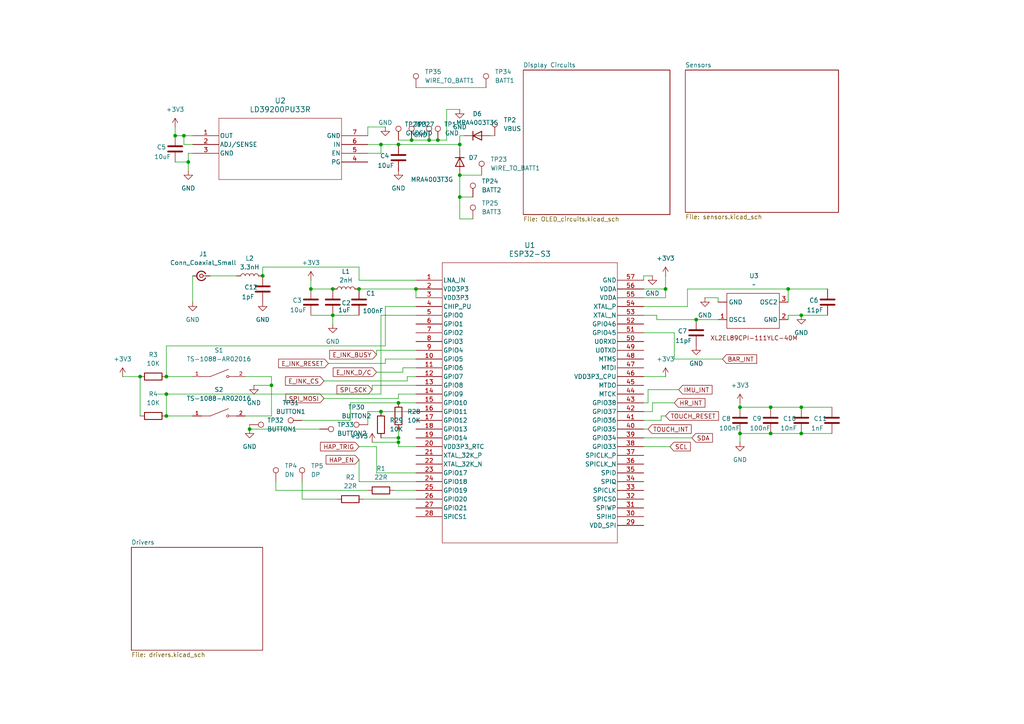
<source format=kicad_sch>
(kicad_sch
	(version 20250114)
	(generator "eeschema")
	(generator_version "9.0")
	(uuid "bf5d0595-21dc-4517-8d11-e27247f8160f")
	(paper "A4")
	(title_block
		(title "E-ink Watch Flex PCB")
		(date "2025-12-12")
		(rev "v1.2")
	)
	(lib_symbols
		(symbol "Connector:Conn_Coaxial_Small"
			(pin_numbers
				(hide yes)
			)
			(pin_names
				(offset 1.016)
				(hide yes)
			)
			(exclude_from_sim no)
			(in_bom yes)
			(on_board yes)
			(property "Reference" "J"
				(at 0.254 3.048 0)
				(effects
					(font
						(size 1.27 1.27)
					)
				)
			)
			(property "Value" "Conn_Coaxial_Small"
				(at 0 -3.81 0)
				(effects
					(font
						(size 1.27 1.27)
					)
				)
			)
			(property "Footprint" ""
				(at 0 0 0)
				(effects
					(font
						(size 1.27 1.27)
					)
					(hide yes)
				)
			)
			(property "Datasheet" "~"
				(at 0 0 0)
				(effects
					(font
						(size 1.27 1.27)
					)
					(hide yes)
				)
			)
			(property "Description" "small coaxial connector (BNC, SMA, SMB, SMC, Cinch/RCA, LEMO, ...)"
				(at 0 0 0)
				(effects
					(font
						(size 1.27 1.27)
					)
					(hide yes)
				)
			)
			(property "ki_keywords" "BNC SMA SMB SMC LEMO coaxial connector CINCH RCA MCX MMCX U.FL UMRF"
				(at 0 0 0)
				(effects
					(font
						(size 1.27 1.27)
					)
					(hide yes)
				)
			)
			(property "ki_fp_filters" "*BNC* *SMA* *SMB* *SMC* *Cinch* *LEMO* *UMRF* *MCX* *U.FL*"
				(at 0 0 0)
				(effects
					(font
						(size 1.27 1.27)
					)
					(hide yes)
				)
			)
			(symbol "Conn_Coaxial_Small_0_1"
				(polyline
					(pts
						(xy -2.54 0) (xy -0.508 0)
					)
					(stroke
						(width 0)
						(type default)
					)
					(fill
						(type none)
					)
				)
				(circle
					(center 0 0)
					(radius 0.508)
					(stroke
						(width 0.2032)
						(type default)
					)
					(fill
						(type none)
					)
				)
			)
			(symbol "Conn_Coaxial_Small_1_1"
				(arc
					(start 1.3484 0.0039)
					(mid 0.327 -1.308)
					(end -1.1916 -0.6311)
					(stroke
						(width 0.3048)
						(type default)
					)
					(fill
						(type none)
					)
				)
				(arc
					(start -1.1916 0.6311)
					(mid 0.327 1.3081)
					(end 1.3484 -0.0039)
					(stroke
						(width 0.3048)
						(type default)
					)
					(fill
						(type none)
					)
				)
				(pin passive line
					(at -2.54 0 0)
					(length 1.27)
					(name "In"
						(effects
							(font
								(size 1.27 1.27)
							)
						)
					)
					(number "1"
						(effects
							(font
								(size 1.27 1.27)
							)
						)
					)
				)
				(pin passive line
					(at 2.54 0 180)
					(length 1.27)
					(name "Ext"
						(effects
							(font
								(size 1.27 1.27)
							)
						)
					)
					(number "2"
						(effects
							(font
								(size 1.27 1.27)
							)
						)
					)
				)
			)
			(embedded_fonts no)
		)
		(symbol "Connector:TestPoint"
			(pin_numbers
				(hide yes)
			)
			(pin_names
				(offset 0.762)
				(hide yes)
			)
			(exclude_from_sim no)
			(in_bom yes)
			(on_board yes)
			(property "Reference" "TP"
				(at 0 6.858 0)
				(effects
					(font
						(size 1.27 1.27)
					)
				)
			)
			(property "Value" "TestPoint"
				(at 0 5.08 0)
				(effects
					(font
						(size 1.27 1.27)
					)
				)
			)
			(property "Footprint" ""
				(at 5.08 0 0)
				(effects
					(font
						(size 1.27 1.27)
					)
					(hide yes)
				)
			)
			(property "Datasheet" "~"
				(at 5.08 0 0)
				(effects
					(font
						(size 1.27 1.27)
					)
					(hide yes)
				)
			)
			(property "Description" "test point"
				(at 0 0 0)
				(effects
					(font
						(size 1.27 1.27)
					)
					(hide yes)
				)
			)
			(property "ki_keywords" "test point tp"
				(at 0 0 0)
				(effects
					(font
						(size 1.27 1.27)
					)
					(hide yes)
				)
			)
			(property "ki_fp_filters" "Pin* Test*"
				(at 0 0 0)
				(effects
					(font
						(size 1.27 1.27)
					)
					(hide yes)
				)
			)
			(symbol "TestPoint_0_1"
				(circle
					(center 0 3.302)
					(radius 0.762)
					(stroke
						(width 0)
						(type default)
					)
					(fill
						(type none)
					)
				)
			)
			(symbol "TestPoint_1_1"
				(pin passive line
					(at 0 0 90)
					(length 2.54)
					(name "1"
						(effects
							(font
								(size 1.27 1.27)
							)
						)
					)
					(number "1"
						(effects
							(font
								(size 1.27 1.27)
							)
						)
					)
				)
			)
			(embedded_fonts no)
		)
		(symbol "Device:C"
			(pin_numbers
				(hide yes)
			)
			(pin_names
				(offset 0.254)
			)
			(exclude_from_sim no)
			(in_bom yes)
			(on_board yes)
			(property "Reference" "C"
				(at 0.635 2.54 0)
				(effects
					(font
						(size 1.27 1.27)
					)
					(justify left)
				)
			)
			(property "Value" "C"
				(at 0.635 -2.54 0)
				(effects
					(font
						(size 1.27 1.27)
					)
					(justify left)
				)
			)
			(property "Footprint" ""
				(at 0.9652 -3.81 0)
				(effects
					(font
						(size 1.27 1.27)
					)
					(hide yes)
				)
			)
			(property "Datasheet" "~"
				(at 0 0 0)
				(effects
					(font
						(size 1.27 1.27)
					)
					(hide yes)
				)
			)
			(property "Description" "Unpolarized capacitor"
				(at 0 0 0)
				(effects
					(font
						(size 1.27 1.27)
					)
					(hide yes)
				)
			)
			(property "ki_keywords" "cap capacitor"
				(at 0 0 0)
				(effects
					(font
						(size 1.27 1.27)
					)
					(hide yes)
				)
			)
			(property "ki_fp_filters" "C_*"
				(at 0 0 0)
				(effects
					(font
						(size 1.27 1.27)
					)
					(hide yes)
				)
			)
			(symbol "C_0_1"
				(polyline
					(pts
						(xy -2.032 0.762) (xy 2.032 0.762)
					)
					(stroke
						(width 0.508)
						(type default)
					)
					(fill
						(type none)
					)
				)
				(polyline
					(pts
						(xy -2.032 -0.762) (xy 2.032 -0.762)
					)
					(stroke
						(width 0.508)
						(type default)
					)
					(fill
						(type none)
					)
				)
			)
			(symbol "C_1_1"
				(pin passive line
					(at 0 3.81 270)
					(length 2.794)
					(name "~"
						(effects
							(font
								(size 1.27 1.27)
							)
						)
					)
					(number "1"
						(effects
							(font
								(size 1.27 1.27)
							)
						)
					)
				)
				(pin passive line
					(at 0 -3.81 90)
					(length 2.794)
					(name "~"
						(effects
							(font
								(size 1.27 1.27)
							)
						)
					)
					(number "2"
						(effects
							(font
								(size 1.27 1.27)
							)
						)
					)
				)
			)
			(embedded_fonts no)
		)
		(symbol "Device:L"
			(pin_numbers
				(hide yes)
			)
			(pin_names
				(offset 1.016)
				(hide yes)
			)
			(exclude_from_sim no)
			(in_bom yes)
			(on_board yes)
			(property "Reference" "L"
				(at -1.27 0 90)
				(effects
					(font
						(size 1.27 1.27)
					)
				)
			)
			(property "Value" "L"
				(at 1.905 0 90)
				(effects
					(font
						(size 1.27 1.27)
					)
				)
			)
			(property "Footprint" ""
				(at 0 0 0)
				(effects
					(font
						(size 1.27 1.27)
					)
					(hide yes)
				)
			)
			(property "Datasheet" "~"
				(at 0 0 0)
				(effects
					(font
						(size 1.27 1.27)
					)
					(hide yes)
				)
			)
			(property "Description" "Inductor"
				(at 0 0 0)
				(effects
					(font
						(size 1.27 1.27)
					)
					(hide yes)
				)
			)
			(property "ki_keywords" "inductor choke coil reactor magnetic"
				(at 0 0 0)
				(effects
					(font
						(size 1.27 1.27)
					)
					(hide yes)
				)
			)
			(property "ki_fp_filters" "Choke_* *Coil* Inductor_* L_*"
				(at 0 0 0)
				(effects
					(font
						(size 1.27 1.27)
					)
					(hide yes)
				)
			)
			(symbol "L_0_1"
				(arc
					(start 0 2.54)
					(mid 0.6323 1.905)
					(end 0 1.27)
					(stroke
						(width 0)
						(type default)
					)
					(fill
						(type none)
					)
				)
				(arc
					(start 0 1.27)
					(mid 0.6323 0.635)
					(end 0 0)
					(stroke
						(width 0)
						(type default)
					)
					(fill
						(type none)
					)
				)
				(arc
					(start 0 0)
					(mid 0.6323 -0.635)
					(end 0 -1.27)
					(stroke
						(width 0)
						(type default)
					)
					(fill
						(type none)
					)
				)
				(arc
					(start 0 -1.27)
					(mid 0.6323 -1.905)
					(end 0 -2.54)
					(stroke
						(width 0)
						(type default)
					)
					(fill
						(type none)
					)
				)
			)
			(symbol "L_1_1"
				(pin passive line
					(at 0 3.81 270)
					(length 1.27)
					(name "1"
						(effects
							(font
								(size 1.27 1.27)
							)
						)
					)
					(number "1"
						(effects
							(font
								(size 1.27 1.27)
							)
						)
					)
				)
				(pin passive line
					(at 0 -3.81 90)
					(length 1.27)
					(name "2"
						(effects
							(font
								(size 1.27 1.27)
							)
						)
					)
					(number "2"
						(effects
							(font
								(size 1.27 1.27)
							)
						)
					)
				)
			)
			(embedded_fonts no)
		)
		(symbol "Device:R"
			(pin_numbers
				(hide yes)
			)
			(pin_names
				(offset 0)
			)
			(exclude_from_sim no)
			(in_bom yes)
			(on_board yes)
			(property "Reference" "R"
				(at 2.032 0 90)
				(effects
					(font
						(size 1.27 1.27)
					)
				)
			)
			(property "Value" "R"
				(at 0 0 90)
				(effects
					(font
						(size 1.27 1.27)
					)
				)
			)
			(property "Footprint" ""
				(at -1.778 0 90)
				(effects
					(font
						(size 1.27 1.27)
					)
					(hide yes)
				)
			)
			(property "Datasheet" "~"
				(at 0 0 0)
				(effects
					(font
						(size 1.27 1.27)
					)
					(hide yes)
				)
			)
			(property "Description" "Resistor"
				(at 0 0 0)
				(effects
					(font
						(size 1.27 1.27)
					)
					(hide yes)
				)
			)
			(property "ki_keywords" "R res resistor"
				(at 0 0 0)
				(effects
					(font
						(size 1.27 1.27)
					)
					(hide yes)
				)
			)
			(property "ki_fp_filters" "R_*"
				(at 0 0 0)
				(effects
					(font
						(size 1.27 1.27)
					)
					(hide yes)
				)
			)
			(symbol "R_0_1"
				(rectangle
					(start -1.016 -2.54)
					(end 1.016 2.54)
					(stroke
						(width 0.254)
						(type default)
					)
					(fill
						(type none)
					)
				)
			)
			(symbol "R_1_1"
				(pin passive line
					(at 0 3.81 270)
					(length 1.27)
					(name "~"
						(effects
							(font
								(size 1.27 1.27)
							)
						)
					)
					(number "1"
						(effects
							(font
								(size 1.27 1.27)
							)
						)
					)
				)
				(pin passive line
					(at 0 -3.81 90)
					(length 1.27)
					(name "~"
						(effects
							(font
								(size 1.27 1.27)
							)
						)
					)
					(number "2"
						(effects
							(font
								(size 1.27 1.27)
							)
						)
					)
				)
			)
			(embedded_fonts no)
		)
		(symbol "Diode:MRA4003T3G"
			(pin_numbers
				(hide yes)
			)
			(pin_names
				(hide yes)
			)
			(exclude_from_sim no)
			(in_bom yes)
			(on_board yes)
			(property "Reference" "D"
				(at 0 2.54 0)
				(effects
					(font
						(size 1.27 1.27)
					)
				)
			)
			(property "Value" "MRA4003T3G"
				(at 0 -2.54 0)
				(effects
					(font
						(size 1.27 1.27)
					)
				)
			)
			(property "Footprint" "Diode_SMD:D_SMA"
				(at 0 -4.445 0)
				(effects
					(font
						(size 1.27 1.27)
					)
					(hide yes)
				)
			)
			(property "Datasheet" "http://www.onsemi.com/pub_link/Collateral/MRA4003T3-D.PDF"
				(at 0 0 0)
				(effects
					(font
						(size 1.27 1.27)
					)
					(hide yes)
				)
			)
			(property "Description" "300V, 1A, General Purpose Rectifier Diode, SMA(DO-214AC)"
				(at 0 0 0)
				(effects
					(font
						(size 1.27 1.27)
					)
					(hide yes)
				)
			)
			(property "Sim.Device" "D"
				(at 0 0 0)
				(effects
					(font
						(size 1.27 1.27)
					)
					(hide yes)
				)
			)
			(property "Sim.Pins" "1=K 2=A"
				(at 0 0 0)
				(effects
					(font
						(size 1.27 1.27)
					)
					(hide yes)
				)
			)
			(property "ki_keywords" "diode"
				(at 0 0 0)
				(effects
					(font
						(size 1.27 1.27)
					)
					(hide yes)
				)
			)
			(property "ki_fp_filters" "D*SMA*"
				(at 0 0 0)
				(effects
					(font
						(size 1.27 1.27)
					)
					(hide yes)
				)
			)
			(symbol "MRA4003T3G_0_1"
				(polyline
					(pts
						(xy -1.27 1.27) (xy -1.27 -1.27)
					)
					(stroke
						(width 0.254)
						(type default)
					)
					(fill
						(type none)
					)
				)
				(polyline
					(pts
						(xy 1.27 1.27) (xy 1.27 -1.27) (xy -1.27 0) (xy 1.27 1.27)
					)
					(stroke
						(width 0.254)
						(type default)
					)
					(fill
						(type none)
					)
				)
				(polyline
					(pts
						(xy 1.27 0) (xy -1.27 0)
					)
					(stroke
						(width 0)
						(type default)
					)
					(fill
						(type none)
					)
				)
			)
			(symbol "MRA4003T3G_1_1"
				(pin passive line
					(at -3.81 0 0)
					(length 2.54)
					(name "K"
						(effects
							(font
								(size 1.27 1.27)
							)
						)
					)
					(number "1"
						(effects
							(font
								(size 1.27 1.27)
							)
						)
					)
				)
				(pin passive line
					(at 3.81 0 180)
					(length 2.54)
					(name "A"
						(effects
							(font
								(size 1.27 1.27)
							)
						)
					)
					(number "2"
						(effects
							(font
								(size 1.27 1.27)
							)
						)
					)
				)
			)
			(embedded_fonts no)
		)
		(symbol "ESP32-S3:ESP32-S3"
			(pin_names
				(offset 0.254)
			)
			(exclude_from_sim no)
			(in_bom yes)
			(on_board yes)
			(property "Reference" "U"
				(at 33.02 10.16 0)
				(effects
					(font
						(size 1.524 1.524)
					)
				)
			)
			(property "Value" "ESP32-S3"
				(at 33.02 7.62 0)
				(effects
					(font
						(size 1.524 1.524)
					)
				)
			)
			(property "Footprint" "QFN56_7X7_EXP"
				(at 0 0 0)
				(effects
					(font
						(size 1.27 1.27)
						(italic yes)
					)
					(hide yes)
				)
			)
			(property "Datasheet" "ESP32-S3"
				(at 0 0 0)
				(effects
					(font
						(size 1.27 1.27)
						(italic yes)
					)
					(hide yes)
				)
			)
			(property "Description" ""
				(at 0 0 0)
				(effects
					(font
						(size 1.27 1.27)
					)
					(hide yes)
				)
			)
			(property "ki_locked" ""
				(at 0 0 0)
				(effects
					(font
						(size 1.27 1.27)
					)
				)
			)
			(property "ki_keywords" "ESP32-S3"
				(at 0 0 0)
				(effects
					(font
						(size 1.27 1.27)
					)
					(hide yes)
				)
			)
			(property "ki_fp_filters" "QFN56_7X7_EXP QFN56_7X7_EXP-M QFN56_7X7_EXP-L"
				(at 0 0 0)
				(effects
					(font
						(size 1.27 1.27)
					)
					(hide yes)
				)
			)
			(symbol "ESP32-S3_0_1"
				(polyline
					(pts
						(xy 7.62 5.08) (xy 7.62 -76.2)
					)
					(stroke
						(width 0.127)
						(type default)
					)
					(fill
						(type none)
					)
				)
				(polyline
					(pts
						(xy 7.62 -76.2) (xy 58.42 -76.2)
					)
					(stroke
						(width 0.127)
						(type default)
					)
					(fill
						(type none)
					)
				)
				(polyline
					(pts
						(xy 58.42 5.08) (xy 7.62 5.08)
					)
					(stroke
						(width 0.127)
						(type default)
					)
					(fill
						(type none)
					)
				)
				(polyline
					(pts
						(xy 58.42 -76.2) (xy 58.42 5.08)
					)
					(stroke
						(width 0.127)
						(type default)
					)
					(fill
						(type none)
					)
				)
				(pin bidirectional line
					(at 0 0 0)
					(length 7.62)
					(name "LNA_IN"
						(effects
							(font
								(size 1.27 1.27)
							)
						)
					)
					(number "1"
						(effects
							(font
								(size 1.27 1.27)
							)
						)
					)
				)
				(pin power_in line
					(at 0 -2.54 0)
					(length 7.62)
					(name "VDD3P3"
						(effects
							(font
								(size 1.27 1.27)
							)
						)
					)
					(number "2"
						(effects
							(font
								(size 1.27 1.27)
							)
						)
					)
				)
				(pin power_in line
					(at 0 -5.08 0)
					(length 7.62)
					(name "VDD3P3"
						(effects
							(font
								(size 1.27 1.27)
							)
						)
					)
					(number "3"
						(effects
							(font
								(size 1.27 1.27)
							)
						)
					)
				)
				(pin input line
					(at 0 -7.62 0)
					(length 7.62)
					(name "CHIP_PU"
						(effects
							(font
								(size 1.27 1.27)
							)
						)
					)
					(number "4"
						(effects
							(font
								(size 1.27 1.27)
							)
						)
					)
				)
				(pin bidirectional line
					(at 0 -10.16 0)
					(length 7.62)
					(name "GPIO0"
						(effects
							(font
								(size 1.27 1.27)
							)
						)
					)
					(number "5"
						(effects
							(font
								(size 1.27 1.27)
							)
						)
					)
				)
				(pin bidirectional line
					(at 0 -12.7 0)
					(length 7.62)
					(name "GPIO1"
						(effects
							(font
								(size 1.27 1.27)
							)
						)
					)
					(number "6"
						(effects
							(font
								(size 1.27 1.27)
							)
						)
					)
				)
				(pin bidirectional line
					(at 0 -15.24 0)
					(length 7.62)
					(name "GPIO2"
						(effects
							(font
								(size 1.27 1.27)
							)
						)
					)
					(number "7"
						(effects
							(font
								(size 1.27 1.27)
							)
						)
					)
				)
				(pin bidirectional line
					(at 0 -17.78 0)
					(length 7.62)
					(name "GPIO3"
						(effects
							(font
								(size 1.27 1.27)
							)
						)
					)
					(number "8"
						(effects
							(font
								(size 1.27 1.27)
							)
						)
					)
				)
				(pin bidirectional line
					(at 0 -20.32 0)
					(length 7.62)
					(name "GPIO4"
						(effects
							(font
								(size 1.27 1.27)
							)
						)
					)
					(number "9"
						(effects
							(font
								(size 1.27 1.27)
							)
						)
					)
				)
				(pin bidirectional line
					(at 0 -22.86 0)
					(length 7.62)
					(name "GPIO5"
						(effects
							(font
								(size 1.27 1.27)
							)
						)
					)
					(number "10"
						(effects
							(font
								(size 1.27 1.27)
							)
						)
					)
				)
				(pin bidirectional line
					(at 0 -25.4 0)
					(length 7.62)
					(name "GPIO6"
						(effects
							(font
								(size 1.27 1.27)
							)
						)
					)
					(number "11"
						(effects
							(font
								(size 1.27 1.27)
							)
						)
					)
				)
				(pin bidirectional line
					(at 0 -27.94 0)
					(length 7.62)
					(name "GPIO7"
						(effects
							(font
								(size 1.27 1.27)
							)
						)
					)
					(number "12"
						(effects
							(font
								(size 1.27 1.27)
							)
						)
					)
				)
				(pin bidirectional line
					(at 0 -30.48 0)
					(length 7.62)
					(name "GPIO8"
						(effects
							(font
								(size 1.27 1.27)
							)
						)
					)
					(number "13"
						(effects
							(font
								(size 1.27 1.27)
							)
						)
					)
				)
				(pin bidirectional line
					(at 0 -33.02 0)
					(length 7.62)
					(name "GPIO9"
						(effects
							(font
								(size 1.27 1.27)
							)
						)
					)
					(number "14"
						(effects
							(font
								(size 1.27 1.27)
							)
						)
					)
				)
				(pin bidirectional line
					(at 0 -35.56 0)
					(length 7.62)
					(name "GPIO10"
						(effects
							(font
								(size 1.27 1.27)
							)
						)
					)
					(number "15"
						(effects
							(font
								(size 1.27 1.27)
							)
						)
					)
				)
				(pin bidirectional line
					(at 0 -38.1 0)
					(length 7.62)
					(name "GPIO11"
						(effects
							(font
								(size 1.27 1.27)
							)
						)
					)
					(number "16"
						(effects
							(font
								(size 1.27 1.27)
							)
						)
					)
				)
				(pin bidirectional line
					(at 0 -40.64 0)
					(length 7.62)
					(name "GPIO12"
						(effects
							(font
								(size 1.27 1.27)
							)
						)
					)
					(number "17"
						(effects
							(font
								(size 1.27 1.27)
							)
						)
					)
				)
				(pin bidirectional line
					(at 0 -43.18 0)
					(length 7.62)
					(name "GPIO13"
						(effects
							(font
								(size 1.27 1.27)
							)
						)
					)
					(number "18"
						(effects
							(font
								(size 1.27 1.27)
							)
						)
					)
				)
				(pin bidirectional line
					(at 0 -45.72 0)
					(length 7.62)
					(name "GPIO14"
						(effects
							(font
								(size 1.27 1.27)
							)
						)
					)
					(number "19"
						(effects
							(font
								(size 1.27 1.27)
							)
						)
					)
				)
				(pin power_in line
					(at 0 -48.26 0)
					(length 7.62)
					(name "VDD3P3_RTC"
						(effects
							(font
								(size 1.27 1.27)
							)
						)
					)
					(number "20"
						(effects
							(font
								(size 1.27 1.27)
							)
						)
					)
				)
				(pin bidirectional line
					(at 0 -50.8 0)
					(length 7.62)
					(name "XTAL_32K_P"
						(effects
							(font
								(size 1.27 1.27)
							)
						)
					)
					(number "21"
						(effects
							(font
								(size 1.27 1.27)
							)
						)
					)
				)
				(pin bidirectional line
					(at 0 -53.34 0)
					(length 7.62)
					(name "XTAL_32K_N"
						(effects
							(font
								(size 1.27 1.27)
							)
						)
					)
					(number "22"
						(effects
							(font
								(size 1.27 1.27)
							)
						)
					)
				)
				(pin bidirectional line
					(at 0 -55.88 0)
					(length 7.62)
					(name "GPIO17"
						(effects
							(font
								(size 1.27 1.27)
							)
						)
					)
					(number "23"
						(effects
							(font
								(size 1.27 1.27)
							)
						)
					)
				)
				(pin bidirectional line
					(at 0 -58.42 0)
					(length 7.62)
					(name "GPIO18"
						(effects
							(font
								(size 1.27 1.27)
							)
						)
					)
					(number "24"
						(effects
							(font
								(size 1.27 1.27)
							)
						)
					)
				)
				(pin bidirectional line
					(at 0 -60.96 0)
					(length 7.62)
					(name "GPIO19"
						(effects
							(font
								(size 1.27 1.27)
							)
						)
					)
					(number "25"
						(effects
							(font
								(size 1.27 1.27)
							)
						)
					)
				)
				(pin bidirectional line
					(at 0 -63.5 0)
					(length 7.62)
					(name "GPIO20"
						(effects
							(font
								(size 1.27 1.27)
							)
						)
					)
					(number "26"
						(effects
							(font
								(size 1.27 1.27)
							)
						)
					)
				)
				(pin bidirectional line
					(at 0 -66.04 0)
					(length 7.62)
					(name "GPIO21"
						(effects
							(font
								(size 1.27 1.27)
							)
						)
					)
					(number "27"
						(effects
							(font
								(size 1.27 1.27)
							)
						)
					)
				)
				(pin bidirectional line
					(at 0 -68.58 0)
					(length 7.62)
					(name "SPICS1"
						(effects
							(font
								(size 1.27 1.27)
							)
						)
					)
					(number "28"
						(effects
							(font
								(size 1.27 1.27)
							)
						)
					)
				)
				(pin power_out line
					(at 66.04 0 180)
					(length 7.62)
					(name "GND"
						(effects
							(font
								(size 1.27 1.27)
							)
						)
					)
					(number "57"
						(effects
							(font
								(size 1.27 1.27)
							)
						)
					)
				)
				(pin power_in line
					(at 66.04 -2.54 180)
					(length 7.62)
					(name "VDDA"
						(effects
							(font
								(size 1.27 1.27)
							)
						)
					)
					(number "56"
						(effects
							(font
								(size 1.27 1.27)
							)
						)
					)
				)
				(pin power_in line
					(at 66.04 -5.08 180)
					(length 7.62)
					(name "VDDA"
						(effects
							(font
								(size 1.27 1.27)
							)
						)
					)
					(number "55"
						(effects
							(font
								(size 1.27 1.27)
							)
						)
					)
				)
				(pin input line
					(at 66.04 -7.62 180)
					(length 7.62)
					(name "XTAL_P"
						(effects
							(font
								(size 1.27 1.27)
							)
						)
					)
					(number "54"
						(effects
							(font
								(size 1.27 1.27)
							)
						)
					)
				)
				(pin output line
					(at 66.04 -10.16 180)
					(length 7.62)
					(name "XTAL_N"
						(effects
							(font
								(size 1.27 1.27)
							)
						)
					)
					(number "53"
						(effects
							(font
								(size 1.27 1.27)
							)
						)
					)
				)
				(pin bidirectional line
					(at 66.04 -12.7 180)
					(length 7.62)
					(name "GPIO46"
						(effects
							(font
								(size 1.27 1.27)
							)
						)
					)
					(number "52"
						(effects
							(font
								(size 1.27 1.27)
							)
						)
					)
				)
				(pin bidirectional line
					(at 66.04 -15.24 180)
					(length 7.62)
					(name "GPIO45"
						(effects
							(font
								(size 1.27 1.27)
							)
						)
					)
					(number "51"
						(effects
							(font
								(size 1.27 1.27)
							)
						)
					)
				)
				(pin bidirectional line
					(at 66.04 -17.78 180)
					(length 7.62)
					(name "U0RXD"
						(effects
							(font
								(size 1.27 1.27)
							)
						)
					)
					(number "50"
						(effects
							(font
								(size 1.27 1.27)
							)
						)
					)
				)
				(pin bidirectional line
					(at 66.04 -20.32 180)
					(length 7.62)
					(name "U0TXD"
						(effects
							(font
								(size 1.27 1.27)
							)
						)
					)
					(number "49"
						(effects
							(font
								(size 1.27 1.27)
							)
						)
					)
				)
				(pin bidirectional line
					(at 66.04 -22.86 180)
					(length 7.62)
					(name "MTMS"
						(effects
							(font
								(size 1.27 1.27)
							)
						)
					)
					(number "48"
						(effects
							(font
								(size 1.27 1.27)
							)
						)
					)
				)
				(pin bidirectional line
					(at 66.04 -25.4 180)
					(length 7.62)
					(name "MTDI"
						(effects
							(font
								(size 1.27 1.27)
							)
						)
					)
					(number "47"
						(effects
							(font
								(size 1.27 1.27)
							)
						)
					)
				)
				(pin power_in line
					(at 66.04 -27.94 180)
					(length 7.62)
					(name "VDD3P3_CPU"
						(effects
							(font
								(size 1.27 1.27)
							)
						)
					)
					(number "46"
						(effects
							(font
								(size 1.27 1.27)
							)
						)
					)
				)
				(pin bidirectional line
					(at 66.04 -30.48 180)
					(length 7.62)
					(name "MTDO"
						(effects
							(font
								(size 1.27 1.27)
							)
						)
					)
					(number "45"
						(effects
							(font
								(size 1.27 1.27)
							)
						)
					)
				)
				(pin bidirectional line
					(at 66.04 -33.02 180)
					(length 7.62)
					(name "MTCK"
						(effects
							(font
								(size 1.27 1.27)
							)
						)
					)
					(number "44"
						(effects
							(font
								(size 1.27 1.27)
							)
						)
					)
				)
				(pin bidirectional line
					(at 66.04 -35.56 180)
					(length 7.62)
					(name "GPIO38"
						(effects
							(font
								(size 1.27 1.27)
							)
						)
					)
					(number "43"
						(effects
							(font
								(size 1.27 1.27)
							)
						)
					)
				)
				(pin bidirectional line
					(at 66.04 -38.1 180)
					(length 7.62)
					(name "GPIO37"
						(effects
							(font
								(size 1.27 1.27)
							)
						)
					)
					(number "42"
						(effects
							(font
								(size 1.27 1.27)
							)
						)
					)
				)
				(pin bidirectional line
					(at 66.04 -40.64 180)
					(length 7.62)
					(name "GPIO36"
						(effects
							(font
								(size 1.27 1.27)
							)
						)
					)
					(number "41"
						(effects
							(font
								(size 1.27 1.27)
							)
						)
					)
				)
				(pin bidirectional line
					(at 66.04 -43.18 180)
					(length 7.62)
					(name "GPIO35"
						(effects
							(font
								(size 1.27 1.27)
							)
						)
					)
					(number "40"
						(effects
							(font
								(size 1.27 1.27)
							)
						)
					)
				)
				(pin bidirectional line
					(at 66.04 -45.72 180)
					(length 7.62)
					(name "GPIO34"
						(effects
							(font
								(size 1.27 1.27)
							)
						)
					)
					(number "39"
						(effects
							(font
								(size 1.27 1.27)
							)
						)
					)
				)
				(pin bidirectional line
					(at 66.04 -48.26 180)
					(length 7.62)
					(name "GPIO33"
						(effects
							(font
								(size 1.27 1.27)
							)
						)
					)
					(number "38"
						(effects
							(font
								(size 1.27 1.27)
							)
						)
					)
				)
				(pin bidirectional line
					(at 66.04 -50.8 180)
					(length 7.62)
					(name "SPICLK_P"
						(effects
							(font
								(size 1.27 1.27)
							)
						)
					)
					(number "37"
						(effects
							(font
								(size 1.27 1.27)
							)
						)
					)
				)
				(pin bidirectional line
					(at 66.04 -53.34 180)
					(length 7.62)
					(name "SPICLK_N"
						(effects
							(font
								(size 1.27 1.27)
							)
						)
					)
					(number "36"
						(effects
							(font
								(size 1.27 1.27)
							)
						)
					)
				)
				(pin bidirectional line
					(at 66.04 -55.88 180)
					(length 7.62)
					(name "SPID"
						(effects
							(font
								(size 1.27 1.27)
							)
						)
					)
					(number "35"
						(effects
							(font
								(size 1.27 1.27)
							)
						)
					)
				)
				(pin bidirectional line
					(at 66.04 -58.42 180)
					(length 7.62)
					(name "SPIQ"
						(effects
							(font
								(size 1.27 1.27)
							)
						)
					)
					(number "34"
						(effects
							(font
								(size 1.27 1.27)
							)
						)
					)
				)
				(pin bidirectional line
					(at 66.04 -60.96 180)
					(length 7.62)
					(name "SPICLK"
						(effects
							(font
								(size 1.27 1.27)
							)
						)
					)
					(number "33"
						(effects
							(font
								(size 1.27 1.27)
							)
						)
					)
				)
				(pin bidirectional line
					(at 66.04 -63.5 180)
					(length 7.62)
					(name "SPICS0"
						(effects
							(font
								(size 1.27 1.27)
							)
						)
					)
					(number "32"
						(effects
							(font
								(size 1.27 1.27)
							)
						)
					)
				)
				(pin bidirectional line
					(at 66.04 -66.04 180)
					(length 7.62)
					(name "SPIWP"
						(effects
							(font
								(size 1.27 1.27)
							)
						)
					)
					(number "31"
						(effects
							(font
								(size 1.27 1.27)
							)
						)
					)
				)
				(pin bidirectional line
					(at 66.04 -68.58 180)
					(length 7.62)
					(name "SPIHD"
						(effects
							(font
								(size 1.27 1.27)
							)
						)
					)
					(number "30"
						(effects
							(font
								(size 1.27 1.27)
							)
						)
					)
				)
				(pin power_in line
					(at 66.04 -71.12 180)
					(length 7.62)
					(name "VDD_SPI"
						(effects
							(font
								(size 1.27 1.27)
							)
						)
					)
					(number "29"
						(effects
							(font
								(size 1.27 1.27)
							)
						)
					)
				)
			)
			(embedded_fonts no)
		)
		(symbol "LD39200PU33R:LD39200PU33R"
			(pin_names
				(offset 0.254)
			)
			(exclude_from_sim no)
			(in_bom yes)
			(on_board yes)
			(property "Reference" "U"
				(at 25.4 10.16 0)
				(effects
					(font
						(size 1.524 1.524)
					)
				)
			)
			(property "Value" "LD39200PU33R"
				(at 25.4 7.62 0)
				(effects
					(font
						(size 1.524 1.524)
					)
				)
			)
			(property "Footprint" "SON_DFN6_3X3_STM"
				(at 0 0 0)
				(effects
					(font
						(size 1.27 1.27)
						(italic yes)
					)
					(hide yes)
				)
			)
			(property "Datasheet" "https://www.st.com/resource/en/datasheet/ld39200.pdf"
				(at 0 0 0)
				(effects
					(font
						(size 1.27 1.27)
						(italic yes)
					)
					(hide yes)
				)
			)
			(property "Description" ""
				(at 0 0 0)
				(effects
					(font
						(size 1.27 1.27)
					)
					(hide yes)
				)
			)
			(property "ki_locked" ""
				(at 0 0 0)
				(effects
					(font
						(size 1.27 1.27)
					)
				)
			)
			(property "ki_keywords" "LD39200PU33R"
				(at 0 0 0)
				(effects
					(font
						(size 1.27 1.27)
					)
					(hide yes)
				)
			)
			(property "ki_fp_filters" "SON_DFN6_3X3_STM SON_DFN6_3X3_STM-M SON_DFN6_3X3_STM-L"
				(at 0 0 0)
				(effects
					(font
						(size 1.27 1.27)
					)
					(hide yes)
				)
			)
			(symbol "LD39200PU33R_0_1"
				(polyline
					(pts
						(xy 7.62 5.08) (xy 7.62 -12.7)
					)
					(stroke
						(width 0.127)
						(type default)
					)
					(fill
						(type none)
					)
				)
				(polyline
					(pts
						(xy 7.62 -12.7) (xy 43.18 -12.7)
					)
					(stroke
						(width 0.127)
						(type default)
					)
					(fill
						(type none)
					)
				)
				(polyline
					(pts
						(xy 43.18 5.08) (xy 7.62 5.08)
					)
					(stroke
						(width 0.127)
						(type default)
					)
					(fill
						(type none)
					)
				)
				(polyline
					(pts
						(xy 43.18 -12.7) (xy 43.18 5.08)
					)
					(stroke
						(width 0.127)
						(type default)
					)
					(fill
						(type none)
					)
				)
				(pin output line
					(at 0 0 0)
					(length 7.62)
					(name "OUT"
						(effects
							(font
								(size 1.27 1.27)
							)
						)
					)
					(number "1"
						(effects
							(font
								(size 1.27 1.27)
							)
						)
					)
				)
				(pin unspecified line
					(at 0 -2.54 0)
					(length 7.62)
					(name "ADJ/SENSE"
						(effects
							(font
								(size 1.27 1.27)
							)
						)
					)
					(number "2"
						(effects
							(font
								(size 1.27 1.27)
							)
						)
					)
				)
				(pin power_out line
					(at 0 -5.08 0)
					(length 7.62)
					(name "GND"
						(effects
							(font
								(size 1.27 1.27)
							)
						)
					)
					(number "3"
						(effects
							(font
								(size 1.27 1.27)
							)
						)
					)
				)
				(pin power_out line
					(at 50.8 0 180)
					(length 7.62)
					(name "GND"
						(effects
							(font
								(size 1.27 1.27)
							)
						)
					)
					(number "7"
						(effects
							(font
								(size 1.27 1.27)
							)
						)
					)
				)
				(pin power_in line
					(at 50.8 -2.54 180)
					(length 7.62)
					(name "IN"
						(effects
							(font
								(size 1.27 1.27)
							)
						)
					)
					(number "6"
						(effects
							(font
								(size 1.27 1.27)
							)
						)
					)
				)
				(pin unspecified line
					(at 50.8 -5.08 180)
					(length 7.62)
					(name "EN"
						(effects
							(font
								(size 1.27 1.27)
							)
						)
					)
					(number "5"
						(effects
							(font
								(size 1.27 1.27)
							)
						)
					)
				)
				(pin unspecified line
					(at 50.8 -7.62 180)
					(length 7.62)
					(name "PG"
						(effects
							(font
								(size 1.27 1.27)
							)
						)
					)
					(number "4"
						(effects
							(font
								(size 1.27 1.27)
							)
						)
					)
				)
			)
			(embedded_fonts no)
		)
		(symbol "TS-1088-AR02016:TS-1088-AR02016"
			(pin_names
				(offset 1.016)
			)
			(exclude_from_sim no)
			(in_bom yes)
			(on_board yes)
			(property "Reference" "S"
				(at -2.54 2.54 0)
				(effects
					(font
						(size 1.27 1.27)
					)
					(justify left bottom)
				)
			)
			(property "Value" "TS-1088-AR02016"
				(at -2.54 -2.54 0)
				(effects
					(font
						(size 1.27 1.27)
					)
					(justify left top)
				)
			)
			(property "Footprint" "TS-1088-AR02016:SW_TS-1088-AR02016"
				(at 0 0 0)
				(effects
					(font
						(size 1.27 1.27)
					)
					(justify bottom)
					(hide yes)
				)
			)
			(property "Datasheet" ""
				(at 0 0 0)
				(effects
					(font
						(size 1.27 1.27)
					)
					(hide yes)
				)
			)
			(property "Description" ""
				(at 0 0 0)
				(effects
					(font
						(size 1.27 1.27)
					)
					(hide yes)
				)
			)
			(property "MF" "Xunpu"
				(at 0 0 0)
				(effects
					(font
						(size 1.27 1.27)
					)
					(justify bottom)
					(hide yes)
				)
			)
			(property "MAXIMUM_PACKAGE_HEIGHT" "2.0 mm"
				(at 0 0 0)
				(effects
					(font
						(size 1.27 1.27)
					)
					(justify bottom)
					(hide yes)
				)
			)
			(property "Package" "Package"
				(at 0 0 0)
				(effects
					(font
						(size 1.27 1.27)
					)
					(justify bottom)
					(hide yes)
				)
			)
			(property "Price" "None"
				(at 0 0 0)
				(effects
					(font
						(size 1.27 1.27)
					)
					(justify bottom)
					(hide yes)
				)
			)
			(property "Check_prices" "https://www.snapeda.com/parts/TS-1088-AR02016/Xunpu/view-part/?ref=eda"
				(at 0 0 0)
				(effects
					(font
						(size 1.27 1.27)
					)
					(justify bottom)
					(hide yes)
				)
			)
			(property "STANDARD" "Manufacturer Recommendations"
				(at 0 0 0)
				(effects
					(font
						(size 1.27 1.27)
					)
					(justify bottom)
					(hide yes)
				)
			)
			(property "PARTREV" "N/A"
				(at 0 0 0)
				(effects
					(font
						(size 1.27 1.27)
					)
					(justify bottom)
					(hide yes)
				)
			)
			(property "SnapEDA_Link" "https://www.snapeda.com/parts/TS-1088-AR02016/Xunpu/view-part/?ref=snap"
				(at 0 0 0)
				(effects
					(font
						(size 1.27 1.27)
					)
					(justify bottom)
					(hide yes)
				)
			)
			(property "MP" "TS-1088-AR02016"
				(at 0 0 0)
				(effects
					(font
						(size 1.27 1.27)
					)
					(justify bottom)
					(hide yes)
				)
			)
			(property "Description_1" "50mA 4mm 100MΩ 100,000 Times 12V 160gf 3mm 2mm Round Button Vertical welding SPST SMD Tactile Switches ROHS"
				(at 0 0 0)
				(effects
					(font
						(size 1.27 1.27)
					)
					(justify bottom)
					(hide yes)
				)
			)
			(property "Availability" "Not in stock"
				(at 0 0 0)
				(effects
					(font
						(size 1.27 1.27)
					)
					(justify bottom)
					(hide yes)
				)
			)
			(property "MANUFACTURER" "Xunpu"
				(at 0 0 0)
				(effects
					(font
						(size 1.27 1.27)
					)
					(justify bottom)
					(hide yes)
				)
			)
			(symbol "TS-1088-AR02016_0_0"
				(polyline
					(pts
						(xy -2.54 0) (xy -5.08 0)
					)
					(stroke
						(width 0.1524)
						(type default)
					)
					(fill
						(type none)
					)
				)
				(polyline
					(pts
						(xy -2.54 0) (xy 2.794 2.1336)
					)
					(stroke
						(width 0.1524)
						(type default)
					)
					(fill
						(type none)
					)
				)
				(circle
					(center 2.54 0)
					(radius 0.3302)
					(stroke
						(width 0.1524)
						(type default)
					)
					(fill
						(type none)
					)
				)
				(polyline
					(pts
						(xy 5.08 0) (xy 2.921 0)
					)
					(stroke
						(width 0.1524)
						(type default)
					)
					(fill
						(type none)
					)
				)
				(pin passive line
					(at -7.62 0 0)
					(length 2.54)
					(name "~"
						(effects
							(font
								(size 1.016 1.016)
							)
						)
					)
					(number "1"
						(effects
							(font
								(size 1.016 1.016)
							)
						)
					)
				)
				(pin passive line
					(at 7.62 0 180)
					(length 2.54)
					(name "~"
						(effects
							(font
								(size 1.016 1.016)
							)
						)
					)
					(number "2"
						(effects
							(font
								(size 1.016 1.016)
							)
						)
					)
				)
			)
			(embedded_fonts no)
		)
		(symbol "XL2EL89CPI-111YLC-40M:XL2EL89CPI-111YLC-40M"
			(exclude_from_sim no)
			(in_bom yes)
			(on_board yes)
			(property "Reference" "U"
				(at 0 0 0)
				(effects
					(font
						(size 1.27 1.27)
					)
				)
			)
			(property "Value" ""
				(at 0 0 0)
				(effects
					(font
						(size 1.27 1.27)
					)
				)
			)
			(property "Footprint" ""
				(at 0 0 0)
				(effects
					(font
						(size 1.27 1.27)
					)
					(hide yes)
				)
			)
			(property "Datasheet" ""
				(at 0 0 0)
				(effects
					(font
						(size 1.27 1.27)
					)
					(hide yes)
				)
			)
			(property "Description" ""
				(at 0 0 0)
				(effects
					(font
						(size 1.27 1.27)
					)
					(hide yes)
				)
			)
			(symbol "XL2EL89CPI-111YLC-40M_0_1"
				(rectangle
					(start -7.62 5.08)
					(end 7.62 -5.08)
					(stroke
						(width 0)
						(type default)
					)
					(fill
						(type none)
					)
				)
			)
			(symbol "XL2EL89CPI-111YLC-40M_1_1"
				(text "XL2EL89CPI-111YLC-40M"
					(at 0.254 -7.874 0)
					(effects
						(font
							(size 1.27 1.27)
						)
					)
				)
				(pin power_in line
					(at -10.16 2.54 0)
					(length 2.54)
					(name "GND"
						(effects
							(font
								(size 1.27 1.27)
							)
						)
					)
					(number ""
						(effects
							(font
								(size 1.27 1.27)
							)
						)
					)
				)
				(pin bidirectional line
					(at -10.16 -2.54 0)
					(length 2.54)
					(name "OSC1"
						(effects
							(font
								(size 1.27 1.27)
							)
						)
					)
					(number "1"
						(effects
							(font
								(size 1.27 1.27)
							)
						)
					)
				)
				(pin bidirectional line
					(at 10.16 2.54 180)
					(length 2.54)
					(name "OSC2"
						(effects
							(font
								(size 1.27 1.27)
							)
						)
					)
					(number "3"
						(effects
							(font
								(size 1.27 1.27)
							)
						)
					)
				)
				(pin power_in line
					(at 10.16 -2.54 180)
					(length 2.54)
					(name "GND"
						(effects
							(font
								(size 1.27 1.27)
							)
						)
					)
					(number "2"
						(effects
							(font
								(size 1.27 1.27)
							)
						)
					)
				)
			)
			(embedded_fonts no)
		)
		(symbol "power:+3V3"
			(power)
			(pin_numbers
				(hide yes)
			)
			(pin_names
				(offset 0)
				(hide yes)
			)
			(exclude_from_sim no)
			(in_bom yes)
			(on_board yes)
			(property "Reference" "#PWR"
				(at 0 -3.81 0)
				(effects
					(font
						(size 1.27 1.27)
					)
					(hide yes)
				)
			)
			(property "Value" "+3V3"
				(at 0 3.556 0)
				(effects
					(font
						(size 1.27 1.27)
					)
				)
			)
			(property "Footprint" ""
				(at 0 0 0)
				(effects
					(font
						(size 1.27 1.27)
					)
					(hide yes)
				)
			)
			(property "Datasheet" ""
				(at 0 0 0)
				(effects
					(font
						(size 1.27 1.27)
					)
					(hide yes)
				)
			)
			(property "Description" "Power symbol creates a global label with name \"+3V3\""
				(at 0 0 0)
				(effects
					(font
						(size 1.27 1.27)
					)
					(hide yes)
				)
			)
			(property "ki_keywords" "global power"
				(at 0 0 0)
				(effects
					(font
						(size 1.27 1.27)
					)
					(hide yes)
				)
			)
			(symbol "+3V3_0_1"
				(polyline
					(pts
						(xy -0.762 1.27) (xy 0 2.54)
					)
					(stroke
						(width 0)
						(type default)
					)
					(fill
						(type none)
					)
				)
				(polyline
					(pts
						(xy 0 2.54) (xy 0.762 1.27)
					)
					(stroke
						(width 0)
						(type default)
					)
					(fill
						(type none)
					)
				)
				(polyline
					(pts
						(xy 0 0) (xy 0 2.54)
					)
					(stroke
						(width 0)
						(type default)
					)
					(fill
						(type none)
					)
				)
			)
			(symbol "+3V3_1_1"
				(pin power_in line
					(at 0 0 90)
					(length 0)
					(name "~"
						(effects
							(font
								(size 1.27 1.27)
							)
						)
					)
					(number "1"
						(effects
							(font
								(size 1.27 1.27)
							)
						)
					)
				)
			)
			(embedded_fonts no)
		)
		(symbol "power:GND"
			(power)
			(pin_numbers
				(hide yes)
			)
			(pin_names
				(offset 0)
				(hide yes)
			)
			(exclude_from_sim no)
			(in_bom yes)
			(on_board yes)
			(property "Reference" "#PWR"
				(at 0 -6.35 0)
				(effects
					(font
						(size 1.27 1.27)
					)
					(hide yes)
				)
			)
			(property "Value" "GND"
				(at 0 -3.81 0)
				(effects
					(font
						(size 1.27 1.27)
					)
				)
			)
			(property "Footprint" ""
				(at 0 0 0)
				(effects
					(font
						(size 1.27 1.27)
					)
					(hide yes)
				)
			)
			(property "Datasheet" ""
				(at 0 0 0)
				(effects
					(font
						(size 1.27 1.27)
					)
					(hide yes)
				)
			)
			(property "Description" "Power symbol creates a global label with name \"GND\" , ground"
				(at 0 0 0)
				(effects
					(font
						(size 1.27 1.27)
					)
					(hide yes)
				)
			)
			(property "ki_keywords" "global power"
				(at 0 0 0)
				(effects
					(font
						(size 1.27 1.27)
					)
					(hide yes)
				)
			)
			(symbol "GND_0_1"
				(polyline
					(pts
						(xy 0 0) (xy 0 -1.27) (xy 1.27 -1.27) (xy 0 -2.54) (xy -1.27 -1.27) (xy 0 -1.27)
					)
					(stroke
						(width 0)
						(type default)
					)
					(fill
						(type none)
					)
				)
			)
			(symbol "GND_1_1"
				(pin power_in line
					(at 0 0 270)
					(length 0)
					(name "~"
						(effects
							(font
								(size 1.27 1.27)
							)
						)
					)
					(number "1"
						(effects
							(font
								(size 1.27 1.27)
							)
						)
					)
				)
			)
			(embedded_fonts no)
		)
	)
	(junction
		(at 223.52 118.11)
		(diameter 0)
		(color 0 0 0 0)
		(uuid "08969fb7-8c57-4758-88c7-5efef0110b37")
	)
	(junction
		(at 115.57 116.84)
		(diameter 0)
		(color 0 0 0 0)
		(uuid "0b1e7760-1050-4c8c-ba1c-a0c2796d17c0")
	)
	(junction
		(at 54.61 46.99)
		(diameter 0)
		(color 0 0 0 0)
		(uuid "0bbc9e32-2c79-4377-a8ca-98f761014770")
	)
	(junction
		(at 133.35 50.8)
		(diameter 0)
		(color 0 0 0 0)
		(uuid "0f932237-2e9e-462c-98b5-c7a0d058f76f")
	)
	(junction
		(at 90.17 83.82)
		(diameter 0)
		(color 0 0 0 0)
		(uuid "1eb8d895-5b15-4615-a26b-c1d163411144")
	)
	(junction
		(at 48.26 114.3)
		(diameter 0)
		(color 0 0 0 0)
		(uuid "2bf000d4-6471-4738-b426-c93f23c3c9f1")
	)
	(junction
		(at 223.52 125.73)
		(diameter 0)
		(color 0 0 0 0)
		(uuid "37faf02e-7b6e-4200-a09b-c29a93d55621")
	)
	(junction
		(at 96.52 91.44)
		(diameter 0)
		(color 0 0 0 0)
		(uuid "3f28494a-b96c-4225-8542-0c316c023f61")
	)
	(junction
		(at 133.35 41.91)
		(diameter 0)
		(color 0 0 0 0)
		(uuid "46e72235-32d6-4cdd-b03b-8326ed0096fb")
	)
	(junction
		(at 115.57 127)
		(diameter 0)
		(color 0 0 0 0)
		(uuid "4a8464a3-2deb-405c-9cbf-04c51a9ffc7b")
	)
	(junction
		(at 110.49 119.38)
		(diameter 0)
		(color 0 0 0 0)
		(uuid "4aaa43b1-e53e-4c02-abdf-24244adb18a1")
	)
	(junction
		(at 232.41 125.73)
		(diameter 0)
		(color 0 0 0 0)
		(uuid "5151f383-37d3-45a0-895c-5ff6e79bd2ce")
	)
	(junction
		(at 124.46 40.64)
		(diameter 0)
		(color 0 0 0 0)
		(uuid "5b867546-77dc-48b6-a22a-984319012998")
	)
	(junction
		(at 110.49 41.91)
		(diameter 0)
		(color 0 0 0 0)
		(uuid "63957ea9-78a1-4789-a53b-150fe98df46a")
	)
	(junction
		(at 72.39 124.46)
		(diameter 0)
		(color 0 0 0 0)
		(uuid "6c6628aa-d895-4feb-bfa7-43d27b29c773")
	)
	(junction
		(at 120.65 83.82)
		(diameter 0)
		(color 0 0 0 0)
		(uuid "7c4291e1-95d2-4b03-bf9f-37a4e8f64776")
	)
	(junction
		(at 201.93 92.71)
		(diameter 0)
		(color 0 0 0 0)
		(uuid "7e9b895e-0bf2-4a87-8560-2db1d67ec7dd")
	)
	(junction
		(at 104.14 83.82)
		(diameter 0)
		(color 0 0 0 0)
		(uuid "863e1af0-499f-4779-aa56-1da025219388")
	)
	(junction
		(at 228.6 83.82)
		(diameter 0)
		(color 0 0 0 0)
		(uuid "8b09f288-fe89-4ce9-82d9-ea50368a683a")
	)
	(junction
		(at 119.38 40.64)
		(diameter 0)
		(color 0 0 0 0)
		(uuid "8cb5fc69-56e6-4447-8d8c-3a7a440606a0")
	)
	(junction
		(at 115.57 128.27)
		(diameter 0)
		(color 0 0 0 0)
		(uuid "9154632f-5773-4ada-810a-df5ca95d72dd")
	)
	(junction
		(at 214.63 118.11)
		(diameter 0)
		(color 0 0 0 0)
		(uuid "a2e784de-9b19-4a66-8b18-6ece746d4778")
	)
	(junction
		(at 115.57 41.91)
		(diameter 0)
		(color 0 0 0 0)
		(uuid "a5a571c8-5724-4a20-981e-d5387a2f3ab9")
	)
	(junction
		(at 127 40.64)
		(diameter 0)
		(color 0 0 0 0)
		(uuid "a78fdbd7-9c0c-4fb8-aa1e-7f8f85e9f58b")
	)
	(junction
		(at 40.64 109.22)
		(diameter 0)
		(color 0 0 0 0)
		(uuid "a923c106-f40e-40d5-a06e-e46241444f3b")
	)
	(junction
		(at 214.63 125.73)
		(diameter 0)
		(color 0 0 0 0)
		(uuid "ad683678-f66a-45ed-8e6c-076869f9a0b5")
	)
	(junction
		(at 96.52 83.82)
		(diameter 0)
		(color 0 0 0 0)
		(uuid "afc7e0fe-aedf-40d0-b5d4-9c65b5d34bf5")
	)
	(junction
		(at 76.2 80.01)
		(diameter 0)
		(color 0 0 0 0)
		(uuid "b3154d03-2bdf-4e73-86c0-7823667a49b7")
	)
	(junction
		(at 48.26 120.65)
		(diameter 0)
		(color 0 0 0 0)
		(uuid "b3a583c0-d787-4517-bd0e-298c789ae091")
	)
	(junction
		(at 193.04 83.82)
		(diameter 0)
		(color 0 0 0 0)
		(uuid "bdf0b998-07fc-4e29-88e1-a6f70d6cc559")
	)
	(junction
		(at 78.74 111.76)
		(diameter 0)
		(color 0 0 0 0)
		(uuid "ca4e7223-d4bf-4bae-8869-d8f1dca5a3c2")
	)
	(junction
		(at 232.41 91.44)
		(diameter 0)
		(color 0 0 0 0)
		(uuid "ca7a9245-a267-4e96-8b9a-9cfdac4dd5df")
	)
	(junction
		(at 133.35 57.15)
		(diameter 0)
		(color 0 0 0 0)
		(uuid "d52e497b-b5e4-48ab-8f0e-c290cd4d0951")
	)
	(junction
		(at 232.41 118.11)
		(diameter 0)
		(color 0 0 0 0)
		(uuid "f0cfc8e2-1711-4132-869b-4ad303fa9444")
	)
	(junction
		(at 50.8 39.37)
		(diameter 0)
		(color 0 0 0 0)
		(uuid "f21de9ea-dff5-4a39-9c2a-32e1fd35d59b")
	)
	(junction
		(at 53.34 39.37)
		(diameter 0)
		(color 0 0 0 0)
		(uuid "fce6a715-40fa-4ad7-935e-3384d0987811")
	)
	(junction
		(at 48.26 109.22)
		(diameter 0)
		(color 0 0 0 0)
		(uuid "ffbec3e5-7d5b-48da-8f0a-5fd93f5ffb68")
	)
	(wire
		(pts
			(xy 186.69 116.84) (xy 187.96 116.84)
		)
		(stroke
			(width 0)
			(type default)
		)
		(uuid "00d71113-72f3-4aff-a261-a4bd80595dc7")
	)
	(wire
		(pts
			(xy 118.11 109.22) (xy 118.11 110.49)
		)
		(stroke
			(width 0)
			(type default)
		)
		(uuid "00e33205-c4e3-47da-8fb5-83bf2ca90bc1")
	)
	(wire
		(pts
			(xy 189.23 116.84) (xy 195.58 116.84)
		)
		(stroke
			(width 0)
			(type default)
		)
		(uuid "02322ca1-ecf0-40a5-af1d-2c91e96d4035")
	)
	(wire
		(pts
			(xy 55.88 39.37) (xy 53.34 39.37)
		)
		(stroke
			(width 0)
			(type default)
		)
		(uuid "04de2510-547c-4131-a454-f2cdff34b921")
	)
	(wire
		(pts
			(xy 189.23 80.01) (xy 186.69 80.01)
		)
		(stroke
			(width 0)
			(type default)
		)
		(uuid "04f33b11-2615-4c96-8f67-cee94ea479f6")
	)
	(wire
		(pts
			(xy 111.76 105.41) (xy 95.25 105.41)
		)
		(stroke
			(width 0)
			(type default)
		)
		(uuid "051c7050-3464-4cf7-b1e1-09f93836a89d")
	)
	(wire
		(pts
			(xy 55.88 80.01) (xy 55.88 87.63)
		)
		(stroke
			(width 0)
			(type default)
		)
		(uuid "061cf6f2-e50f-4af4-b21e-afa84b9f057d")
	)
	(wire
		(pts
			(xy 223.52 118.11) (xy 232.41 118.11)
		)
		(stroke
			(width 0)
			(type default)
		)
		(uuid "07d5863b-9df9-438a-8d90-d20917ad1e4b")
	)
	(wire
		(pts
			(xy 120.65 91.44) (xy 110.49 91.44)
		)
		(stroke
			(width 0)
			(type default)
		)
		(uuid "09614476-6225-4b28-93dc-82fee77a6a27")
	)
	(wire
		(pts
			(xy 223.52 125.73) (xy 232.41 125.73)
		)
		(stroke
			(width 0)
			(type default)
		)
		(uuid "09dd5954-5510-4b33-a8e7-3058e79fb9b4")
	)
	(wire
		(pts
			(xy 133.35 57.15) (xy 137.16 57.15)
		)
		(stroke
			(width 0)
			(type default)
		)
		(uuid "0b619254-c832-408a-bdac-be9ba29b2ffc")
	)
	(wire
		(pts
			(xy 106.68 119.38) (xy 106.68 123.19)
		)
		(stroke
			(width 0)
			(type default)
		)
		(uuid "0d9f2f05-0639-425b-bb1b-0e6eb260b321")
	)
	(wire
		(pts
			(xy 115.57 116.84) (xy 120.65 116.84)
		)
		(stroke
			(width 0)
			(type default)
		)
		(uuid "10b8a296-ced5-44af-a977-a3dedefec882")
	)
	(wire
		(pts
			(xy 208.28 86.36) (xy 208.28 87.63)
		)
		(stroke
			(width 0)
			(type default)
		)
		(uuid "134049d1-6460-427e-9817-badcc78ad433")
	)
	(wire
		(pts
			(xy 214.63 116.84) (xy 214.63 118.11)
		)
		(stroke
			(width 0)
			(type default)
		)
		(uuid "1771ccd2-3254-4394-98ed-a23a3c4b935d")
	)
	(wire
		(pts
			(xy 232.41 125.73) (xy 241.3 125.73)
		)
		(stroke
			(width 0)
			(type default)
		)
		(uuid "17c8067b-aa06-417b-8f08-ef3a32ecf728")
	)
	(wire
		(pts
			(xy 186.69 80.01) (xy 186.69 81.28)
		)
		(stroke
			(width 0)
			(type default)
		)
		(uuid "183f4964-fe88-4b30-9dcb-dd7d9c864154")
	)
	(wire
		(pts
			(xy 232.41 118.11) (xy 241.3 118.11)
		)
		(stroke
			(width 0)
			(type default)
		)
		(uuid "1b89691a-f1c3-490d-bfce-7734d3f703af")
	)
	(wire
		(pts
			(xy 115.57 127) (xy 115.57 124.46)
		)
		(stroke
			(width 0)
			(type default)
		)
		(uuid "1c571c4b-a72c-42fc-a891-8ba9a8168d89")
	)
	(wire
		(pts
			(xy 40.64 109.22) (xy 40.64 120.65)
		)
		(stroke
			(width 0)
			(type default)
		)
		(uuid "1d26fd49-9eda-4635-83a4-9c26f0cf00fa")
	)
	(wire
		(pts
			(xy 115.57 114.3) (xy 115.57 115.57)
		)
		(stroke
			(width 0)
			(type default)
		)
		(uuid "1dc9b161-1bee-434a-b211-4f48860922a7")
	)
	(wire
		(pts
			(xy 104.14 81.28) (xy 104.14 77.47)
		)
		(stroke
			(width 0)
			(type default)
		)
		(uuid "1eb6509f-5e9c-41dd-b6b9-adcf8feb79a9")
	)
	(wire
		(pts
			(xy 111.76 104.14) (xy 111.76 105.41)
		)
		(stroke
			(width 0)
			(type default)
		)
		(uuid "1fc99f4b-cf05-4e49-a261-1285793dcddc")
	)
	(wire
		(pts
			(xy 54.61 44.45) (xy 55.88 44.45)
		)
		(stroke
			(width 0)
			(type default)
		)
		(uuid "1ff46813-c5b1-4fc2-90d7-abb4ed9db343")
	)
	(wire
		(pts
			(xy 186.69 129.54) (xy 194.31 129.54)
		)
		(stroke
			(width 0)
			(type default)
		)
		(uuid "200e94c5-f87c-4537-86d9-617294e765ba")
	)
	(wire
		(pts
			(xy 106.68 36.83) (xy 106.68 39.37)
		)
		(stroke
			(width 0)
			(type default)
		)
		(uuid "248551fc-253f-4d5d-a338-09ba43dc2c72")
	)
	(wire
		(pts
			(xy 120.65 101.6) (xy 109.22 101.6)
		)
		(stroke
			(width 0)
			(type default)
		)
		(uuid "2775167c-b604-42e0-972a-2521fe7e3919")
	)
	(wire
		(pts
			(xy 87.63 121.92) (xy 101.6 121.92)
		)
		(stroke
			(width 0)
			(type default)
		)
		(uuid "2edfbd19-a30c-4c08-9fbd-20388f888b9d")
	)
	(wire
		(pts
			(xy 120.65 81.28) (xy 104.14 81.28)
		)
		(stroke
			(width 0)
			(type default)
		)
		(uuid "2fddf666-c3bd-446f-bce1-59cf6d9ae365")
	)
	(wire
		(pts
			(xy 133.35 50.8) (xy 133.35 57.15)
		)
		(stroke
			(width 0)
			(type default)
		)
		(uuid "33421b79-e007-43a3-85f1-9f3dd6dbaef8")
	)
	(wire
		(pts
			(xy 199.39 83.82) (xy 228.6 83.82)
		)
		(stroke
			(width 0)
			(type default)
		)
		(uuid "33d49ad8-73aa-4c52-9b06-b85e366b3994")
	)
	(wire
		(pts
			(xy 142.24 39.37) (xy 143.51 39.37)
		)
		(stroke
			(width 0)
			(type default)
		)
		(uuid "33e949ac-d1ab-4e94-8af6-6b8ac5588647")
	)
	(wire
		(pts
			(xy 109.22 129.54) (xy 109.22 137.16)
		)
		(stroke
			(width 0)
			(type default)
		)
		(uuid "35f2ce95-f5d9-46f5-ad2d-1707b8cb448f")
	)
	(wire
		(pts
			(xy 101.6 116.84) (xy 115.57 116.84)
		)
		(stroke
			(width 0)
			(type default)
		)
		(uuid "360c5570-0370-4051-bcd7-a7b266ae011f")
	)
	(wire
		(pts
			(xy 193.04 120.65) (xy 191.77 120.65)
		)
		(stroke
			(width 0)
			(type default)
		)
		(uuid "36245446-4d21-4047-845c-879e1e887b07")
	)
	(wire
		(pts
			(xy 119.38 40.64) (xy 124.46 40.64)
		)
		(stroke
			(width 0)
			(type default)
		)
		(uuid "36991031-e775-45bf-b0b5-b35396139009")
	)
	(wire
		(pts
			(xy 110.49 127) (xy 115.57 127)
		)
		(stroke
			(width 0)
			(type default)
		)
		(uuid "36cae971-042b-43ce-955e-7bb840a23809")
	)
	(wire
		(pts
			(xy 55.88 41.91) (xy 53.34 41.91)
		)
		(stroke
			(width 0)
			(type default)
		)
		(uuid "36f22237-40b8-4ad1-adb4-c31015442414")
	)
	(wire
		(pts
			(xy 35.56 109.22) (xy 40.64 109.22)
		)
		(stroke
			(width 0)
			(type default)
		)
		(uuid "38180317-604b-47a5-8d39-e1df32f1a9f9")
	)
	(wire
		(pts
			(xy 72.39 124.46) (xy 72.39 123.19)
		)
		(stroke
			(width 0)
			(type default)
		)
		(uuid "39d8674e-8175-4f2f-a8c5-383cfa411c56")
	)
	(wire
		(pts
			(xy 93.98 115.57) (xy 115.57 115.57)
		)
		(stroke
			(width 0)
			(type default)
		)
		(uuid "3d4a18f7-67b7-4e89-a91a-c92219d7fc8b")
	)
	(wire
		(pts
			(xy 114.3 142.24) (xy 120.65 142.24)
		)
		(stroke
			(width 0)
			(type default)
		)
		(uuid "3d78b8c5-8e31-4057-8669-892555339a25")
	)
	(wire
		(pts
			(xy 116.84 106.68) (xy 116.84 107.95)
		)
		(stroke
			(width 0)
			(type default)
		)
		(uuid "418523c0-0a16-4a47-9c70-1ee2d319c285")
	)
	(wire
		(pts
			(xy 50.8 39.37) (xy 50.8 36.83)
		)
		(stroke
			(width 0)
			(type default)
		)
		(uuid "41d31c11-3aee-42ed-b1a9-e54f5736df43")
	)
	(wire
		(pts
			(xy 214.63 125.73) (xy 214.63 128.27)
		)
		(stroke
			(width 0)
			(type default)
		)
		(uuid "49506fd5-0d70-44d2-9bcf-571645f91f85")
	)
	(wire
		(pts
			(xy 107.95 128.27) (xy 115.57 128.27)
		)
		(stroke
			(width 0)
			(type default)
		)
		(uuid "4e9a1ad4-b473-48f6-b3e4-4ce66352cb72")
	)
	(wire
		(pts
			(xy 78.74 111.76) (xy 73.66 111.76)
		)
		(stroke
			(width 0)
			(type default)
		)
		(uuid "4ee563dc-05b6-4f3c-ac29-53656f7dd6a7")
	)
	(wire
		(pts
			(xy 111.76 36.83) (xy 106.68 36.83)
		)
		(stroke
			(width 0)
			(type default)
		)
		(uuid "5510e49d-7557-4f50-b90d-b9f4d65dc1eb")
	)
	(wire
		(pts
			(xy 189.23 119.38) (xy 189.23 116.84)
		)
		(stroke
			(width 0)
			(type default)
		)
		(uuid "55c0fece-82d7-4cd4-ab14-d68cc4b36aaa")
	)
	(wire
		(pts
			(xy 193.04 83.82) (xy 186.69 83.82)
		)
		(stroke
			(width 0)
			(type default)
		)
		(uuid "55ffcaaf-62f6-44d5-9674-bf568a0704be")
	)
	(wire
		(pts
			(xy 53.34 41.91) (xy 53.34 39.37)
		)
		(stroke
			(width 0)
			(type default)
		)
		(uuid "571d76dc-3918-422d-9dc1-6ecd043559f9")
	)
	(wire
		(pts
			(xy 209.55 104.14) (xy 195.58 104.14)
		)
		(stroke
			(width 0)
			(type default)
		)
		(uuid "5cd7bb4b-96c0-44b0-a561-d2b65e7f6ff0")
	)
	(wire
		(pts
			(xy 232.41 91.44) (xy 240.03 91.44)
		)
		(stroke
			(width 0)
			(type default)
		)
		(uuid "5eb74262-2cdf-4679-92c6-699ff01c650f")
	)
	(wire
		(pts
			(xy 120.65 114.3) (xy 115.57 114.3)
		)
		(stroke
			(width 0)
			(type default)
		)
		(uuid "5ec39211-1f3a-453f-b05b-fd25d395c5c0")
	)
	(wire
		(pts
			(xy 105.41 144.78) (xy 120.65 144.78)
		)
		(stroke
			(width 0)
			(type default)
		)
		(uuid "631401b5-961d-4355-9114-8035ce999f78")
	)
	(wire
		(pts
			(xy 48.26 100.33) (xy 111.76 100.33)
		)
		(stroke
			(width 0)
			(type default)
		)
		(uuid "6359269d-78d5-4816-b2fb-7d9bf63f041a")
	)
	(wire
		(pts
			(xy 96.52 93.98) (xy 96.52 91.44)
		)
		(stroke
			(width 0)
			(type default)
		)
		(uuid "6776a707-06c5-486a-9be4-33996f665c7b")
	)
	(wire
		(pts
			(xy 124.46 40.64) (xy 127 40.64)
		)
		(stroke
			(width 0)
			(type default)
		)
		(uuid "67b7270c-aba7-4a68-b2f6-50edeab5b16d")
	)
	(wire
		(pts
			(xy 191.77 120.65) (xy 191.77 121.92)
		)
		(stroke
			(width 0)
			(type default)
		)
		(uuid "6b4cd2f7-d118-4a14-a3ca-c3e43a5e1e38")
	)
	(wire
		(pts
			(xy 120.65 25.4) (xy 140.97 25.4)
		)
		(stroke
			(width 0)
			(type default)
		)
		(uuid "6e021e53-08e3-4da8-a242-79ec9076b834")
	)
	(wire
		(pts
			(xy 104.14 129.54) (xy 109.22 129.54)
		)
		(stroke
			(width 0)
			(type default)
		)
		(uuid "6e2c9247-9cef-4493-a254-ae6ad80613ac")
	)
	(wire
		(pts
			(xy 53.34 39.37) (xy 50.8 39.37)
		)
		(stroke
			(width 0)
			(type default)
		)
		(uuid "6fb851b1-60a1-4a85-bb36-ab3282e9ccaf")
	)
	(wire
		(pts
			(xy 110.49 91.44) (xy 110.49 114.3)
		)
		(stroke
			(width 0)
			(type default)
		)
		(uuid "710f3a63-52d7-4a4f-b8f9-0d6eabcb3c55")
	)
	(wire
		(pts
			(xy 76.2 77.47) (xy 76.2 80.01)
		)
		(stroke
			(width 0)
			(type default)
		)
		(uuid "71a0d75b-75e2-4b82-8c8e-7cb12336988b")
	)
	(wire
		(pts
			(xy 193.04 86.36) (xy 193.04 83.82)
		)
		(stroke
			(width 0)
			(type default)
		)
		(uuid "73ac09c7-6c82-4875-8f3e-aed010612f05")
	)
	(wire
		(pts
			(xy 186.69 124.46) (xy 187.96 124.46)
		)
		(stroke
			(width 0)
			(type default)
		)
		(uuid "7425f3cd-1d5a-4251-a490-21bea576af8f")
	)
	(wire
		(pts
			(xy 48.26 114.3) (xy 48.26 120.65)
		)
		(stroke
			(width 0)
			(type default)
		)
		(uuid "7533ee33-82b4-43f8-a637-2f7efbe9c262")
	)
	(wire
		(pts
			(xy 186.69 86.36) (xy 193.04 86.36)
		)
		(stroke
			(width 0)
			(type default)
		)
		(uuid "77dd50c2-954e-4f99-9e80-8ba006516c76")
	)
	(wire
		(pts
			(xy 195.58 96.52) (xy 186.69 96.52)
		)
		(stroke
			(width 0)
			(type default)
		)
		(uuid "79e0c72c-3ac6-4670-82b2-478e02ba593c")
	)
	(wire
		(pts
			(xy 133.35 50.8) (xy 139.7 50.8)
		)
		(stroke
			(width 0)
			(type default)
		)
		(uuid "7a97af27-f1f3-4744-8c4b-6fcaf706eaf2")
	)
	(wire
		(pts
			(xy 129.54 40.64) (xy 127 40.64)
		)
		(stroke
			(width 0)
			(type default)
		)
		(uuid "7ae1f116-c4e0-4365-9395-a7dd7f40572d")
	)
	(wire
		(pts
			(xy 111.76 88.9) (xy 120.65 88.9)
		)
		(stroke
			(width 0)
			(type default)
		)
		(uuid "7c0b62f5-5de8-4a50-8761-901d4f9eaf80")
	)
	(wire
		(pts
			(xy 45.72 114.3) (xy 48.26 114.3)
		)
		(stroke
			(width 0)
			(type default)
		)
		(uuid "7e7317b2-b0cf-4eeb-863a-bff6bb5593dd")
	)
	(wire
		(pts
			(xy 120.65 109.22) (xy 118.11 109.22)
		)
		(stroke
			(width 0)
			(type default)
		)
		(uuid "7e86622a-3c05-4815-b4b9-57c87b337f7d")
	)
	(wire
		(pts
			(xy 54.61 46.99) (xy 54.61 44.45)
		)
		(stroke
			(width 0)
			(type default)
		)
		(uuid "8451d6d7-ae49-49f3-98a2-ee34af295216")
	)
	(wire
		(pts
			(xy 120.65 104.14) (xy 111.76 104.14)
		)
		(stroke
			(width 0)
			(type default)
		)
		(uuid "85f77feb-b628-44bd-b6b6-c920e26bafea")
	)
	(wire
		(pts
			(xy 87.63 144.78) (xy 97.79 144.78)
		)
		(stroke
			(width 0)
			(type default)
		)
		(uuid "867b535a-e74d-4831-935b-a1ad0f6d6e01")
	)
	(wire
		(pts
			(xy 204.47 86.36) (xy 208.28 86.36)
		)
		(stroke
			(width 0)
			(type default)
		)
		(uuid "8c7f34dd-bb70-4708-9fa9-cec1ae459b8d")
	)
	(wire
		(pts
			(xy 71.12 109.22) (xy 78.74 109.22)
		)
		(stroke
			(width 0)
			(type default)
		)
		(uuid "8c9665d0-0411-48e9-9dda-81f3a06c896d")
	)
	(wire
		(pts
			(xy 133.35 57.15) (xy 133.35 63.5)
		)
		(stroke
			(width 0)
			(type default)
		)
		(uuid "8d1bb39a-995c-486b-94d8-a0aacbd5efd3")
	)
	(wire
		(pts
			(xy 120.65 83.82) (xy 120.65 86.36)
		)
		(stroke
			(width 0)
			(type default)
		)
		(uuid "8edb8f98-4789-4d9f-8408-f490184a4ba8")
	)
	(wire
		(pts
			(xy 199.39 88.9) (xy 199.39 83.82)
		)
		(stroke
			(width 0)
			(type default)
		)
		(uuid "8eddda28-ed92-4532-857b-c5b432503362")
	)
	(wire
		(pts
			(xy 115.57 127) (xy 115.57 128.27)
		)
		(stroke
			(width 0)
			(type default)
		)
		(uuid "91f754df-26f0-4991-96c5-18a3e7a4b39e")
	)
	(wire
		(pts
			(xy 190.5 92.71) (xy 190.5 91.44)
		)
		(stroke
			(width 0)
			(type default)
		)
		(uuid "96cec54a-3515-40e8-9f52-68d4d417fd2b")
	)
	(wire
		(pts
			(xy 115.57 40.64) (xy 119.38 40.64)
		)
		(stroke
			(width 0)
			(type default)
		)
		(uuid "997b991f-3887-4fd2-b278-e793f87da558")
	)
	(wire
		(pts
			(xy 110.49 119.38) (xy 106.68 119.38)
		)
		(stroke
			(width 0)
			(type default)
		)
		(uuid "9c6bcaa0-a9cf-4605-b639-dbc0f4aa311b")
	)
	(wire
		(pts
			(xy 90.17 81.28) (xy 90.17 83.82)
		)
		(stroke
			(width 0)
			(type default)
		)
		(uuid "9cafa546-dd45-40fb-bd8c-fbde12d50cc4")
	)
	(wire
		(pts
			(xy 133.35 39.37) (xy 133.35 41.91)
		)
		(stroke
			(width 0)
			(type default)
		)
		(uuid "9e583a87-d2a8-4bcd-9e4f-fbc9de795d18")
	)
	(wire
		(pts
			(xy 104.14 77.47) (xy 76.2 77.47)
		)
		(stroke
			(width 0)
			(type default)
		)
		(uuid "a0dd2bd2-5e16-4c37-87d4-344166b110da")
	)
	(wire
		(pts
			(xy 228.6 83.82) (xy 240.03 83.82)
		)
		(stroke
			(width 0)
			(type default)
		)
		(uuid "a2258aad-2764-47b7-a337-082f8c09b4c9")
	)
	(wire
		(pts
			(xy 101.6 121.92) (xy 101.6 116.84)
		)
		(stroke
			(width 0)
			(type default)
		)
		(uuid "a4b38b60-972c-4f43-bfb7-d4bdb4ee3f2b")
	)
	(wire
		(pts
			(xy 186.69 88.9) (xy 199.39 88.9)
		)
		(stroke
			(width 0)
			(type default)
		)
		(uuid "a6d5b6a5-0f6f-4a8c-87ab-0cf6e304c913")
	)
	(wire
		(pts
			(xy 232.41 91.44) (xy 228.6 91.44)
		)
		(stroke
			(width 0)
			(type default)
		)
		(uuid "a72beb94-a79f-4abf-a43b-32a227d0a9c8")
	)
	(wire
		(pts
			(xy 104.14 83.82) (xy 120.65 83.82)
		)
		(stroke
			(width 0)
			(type default)
		)
		(uuid "a74f274c-92c4-4192-88c0-cb3ff25c10b7")
	)
	(wire
		(pts
			(xy 111.76 100.33) (xy 111.76 88.9)
		)
		(stroke
			(width 0)
			(type default)
		)
		(uuid "a80ccdea-102e-4f56-a96f-d64e4827fcb1")
	)
	(wire
		(pts
			(xy 48.26 109.22) (xy 55.88 109.22)
		)
		(stroke
			(width 0)
			(type default)
		)
		(uuid "a8d143dd-3668-4c01-b951-b7e69a89784a")
	)
	(wire
		(pts
			(xy 193.04 80.01) (xy 193.04 83.82)
		)
		(stroke
			(width 0)
			(type default)
		)
		(uuid "aaadcd38-d3d1-4efc-9f63-95d154c9ad77")
	)
	(wire
		(pts
			(xy 118.11 110.49) (xy 93.98 110.49)
		)
		(stroke
			(width 0)
			(type default)
		)
		(uuid "acf06f33-0dce-40ee-bc0e-40d4b9312b76")
	)
	(wire
		(pts
			(xy 186.69 119.38) (xy 189.23 119.38)
		)
		(stroke
			(width 0)
			(type default)
		)
		(uuid "adc2b053-8102-4b10-ab55-46c186246d5d")
	)
	(wire
		(pts
			(xy 115.57 128.27) (xy 115.57 129.54)
		)
		(stroke
			(width 0)
			(type default)
		)
		(uuid "ae7e5e9c-ac88-43af-af89-90e2eddf5cef")
	)
	(wire
		(pts
			(xy 54.61 49.53) (xy 54.61 46.99)
		)
		(stroke
			(width 0)
			(type default)
		)
		(uuid "ae9aea6e-1fbd-42c9-93e5-ee88e8505cd4")
	)
	(wire
		(pts
			(xy 110.49 114.3) (xy 48.26 114.3)
		)
		(stroke
			(width 0)
			(type default)
		)
		(uuid "b0a3b0b5-7dac-4300-b171-8aded5b03a42")
	)
	(wire
		(pts
			(xy 106.68 41.91) (xy 110.49 41.91)
		)
		(stroke
			(width 0)
			(type default)
		)
		(uuid "b3da9f5f-ce67-450a-b163-4f6b22314914")
	)
	(wire
		(pts
			(xy 110.49 44.45) (xy 110.49 41.91)
		)
		(stroke
			(width 0)
			(type default)
		)
		(uuid "b424e9af-2f78-4c76-9496-66f08d2ec1d6")
	)
	(wire
		(pts
			(xy 191.77 121.92) (xy 186.69 121.92)
		)
		(stroke
			(width 0)
			(type default)
		)
		(uuid "b5632318-98b2-4b11-85b8-7e132ca7a0df")
	)
	(wire
		(pts
			(xy 90.17 91.44) (xy 96.52 91.44)
		)
		(stroke
			(width 0)
			(type default)
		)
		(uuid "b581e3f6-2e49-4fe3-923b-b63c109708c7")
	)
	(wire
		(pts
			(xy 50.8 46.99) (xy 54.61 46.99)
		)
		(stroke
			(width 0)
			(type default)
		)
		(uuid "b5b9adeb-fded-41c6-bc16-f82c309031b9")
	)
	(wire
		(pts
			(xy 115.57 129.54) (xy 120.65 129.54)
		)
		(stroke
			(width 0)
			(type default)
		)
		(uuid "b5e45533-b10c-49f0-b8e5-57790bf75261")
	)
	(wire
		(pts
			(xy 90.17 83.82) (xy 96.52 83.82)
		)
		(stroke
			(width 0)
			(type default)
		)
		(uuid "ba47654b-7894-463a-a4e2-1e81f1a89317")
	)
	(wire
		(pts
			(xy 106.68 142.24) (xy 80.01 142.24)
		)
		(stroke
			(width 0)
			(type default)
		)
		(uuid "bb00a456-14a3-4195-83b8-a300c806df14")
	)
	(wire
		(pts
			(xy 214.63 118.11) (xy 223.52 118.11)
		)
		(stroke
			(width 0)
			(type default)
		)
		(uuid "bf29cf8b-b2ca-4641-acaf-ca7b013dee6a")
	)
	(wire
		(pts
			(xy 120.65 119.38) (xy 110.49 119.38)
		)
		(stroke
			(width 0)
			(type default)
		)
		(uuid "c705d8af-8d2e-4852-923d-086416bc3463")
	)
	(wire
		(pts
			(xy 109.22 137.16) (xy 120.65 137.16)
		)
		(stroke
			(width 0)
			(type default)
		)
		(uuid "c9eeafb3-6e52-4dfe-87eb-752c21e45d3d")
	)
	(wire
		(pts
			(xy 133.35 63.5) (xy 137.16 63.5)
		)
		(stroke
			(width 0)
			(type default)
		)
		(uuid "ca5ed4e3-2d4a-4cc1-983a-5243601f7a68")
	)
	(wire
		(pts
			(xy 228.6 91.44) (xy 228.6 92.71)
		)
		(stroke
			(width 0)
			(type default)
		)
		(uuid "cb12378f-472b-4003-adf6-2d2a63137c81")
	)
	(wire
		(pts
			(xy 104.14 139.7) (xy 104.14 133.35)
		)
		(stroke
			(width 0)
			(type default)
		)
		(uuid "cc7661ff-0e72-4e60-be38-0a66a81b9110")
	)
	(wire
		(pts
			(xy 129.54 31.75) (xy 129.54 40.64)
		)
		(stroke
			(width 0)
			(type default)
		)
		(uuid "d20298e2-ff8d-47fc-a133-c80aff24a5d5")
	)
	(wire
		(pts
			(xy 60.96 80.01) (xy 68.58 80.01)
		)
		(stroke
			(width 0)
			(type default)
		)
		(uuid "d21c0577-9550-423c-85e1-4c5d756df689")
	)
	(wire
		(pts
			(xy 48.26 109.22) (xy 48.26 100.33)
		)
		(stroke
			(width 0)
			(type default)
		)
		(uuid "d3a17ef9-a29a-413d-8391-f4bd728b4fa7")
	)
	(wire
		(pts
			(xy 78.74 109.22) (xy 78.74 111.76)
		)
		(stroke
			(width 0)
			(type default)
		)
		(uuid "d8e16e19-4738-40b8-b223-26f5ccb45614")
	)
	(wire
		(pts
			(xy 120.65 111.76) (xy 107.95 111.76)
		)
		(stroke
			(width 0)
			(type default)
		)
		(uuid "d95c9b68-b948-4361-bd5f-3c3387463c1d")
	)
	(wire
		(pts
			(xy 120.65 106.68) (xy 116.84 106.68)
		)
		(stroke
			(width 0)
			(type default)
		)
		(uuid "da4729ad-aaed-4baf-a85c-10d05853dc16")
	)
	(wire
		(pts
			(xy 115.57 41.91) (xy 133.35 41.91)
		)
		(stroke
			(width 0)
			(type default)
		)
		(uuid "dace538a-04bd-4d0e-9954-caa9ec0d069d")
	)
	(wire
		(pts
			(xy 96.52 91.44) (xy 104.14 91.44)
		)
		(stroke
			(width 0)
			(type default)
		)
		(uuid "de39cedf-8c07-47e0-93b8-1c9d00efba25")
	)
	(wire
		(pts
			(xy 214.63 125.73) (xy 223.52 125.73)
		)
		(stroke
			(width 0)
			(type default)
		)
		(uuid "de497be9-0c23-4a38-b2e0-82fced39bf22")
	)
	(wire
		(pts
			(xy 109.22 101.6) (xy 109.22 102.87)
		)
		(stroke
			(width 0)
			(type default)
		)
		(uuid "de8d311e-108a-472a-8f2c-13bc585d4383")
	)
	(wire
		(pts
			(xy 71.12 120.65) (xy 78.74 120.65)
		)
		(stroke
			(width 0)
			(type default)
		)
		(uuid "e140d7f1-f08a-4e52-b03f-03310a32ef1e")
	)
	(wire
		(pts
			(xy 133.35 41.91) (xy 133.35 43.18)
		)
		(stroke
			(width 0)
			(type default)
		)
		(uuid "e4e1a9cc-6d03-419c-966e-6927e7a7489f")
	)
	(wire
		(pts
			(xy 107.95 111.76) (xy 107.95 113.03)
		)
		(stroke
			(width 0)
			(type default)
		)
		(uuid "e5e44f7a-ff0f-407f-a731-561ed30db5a3")
	)
	(wire
		(pts
			(xy 134.62 39.37) (xy 133.35 39.37)
		)
		(stroke
			(width 0)
			(type default)
		)
		(uuid "e89757b8-de3d-447d-a37d-4ce76111d22c")
	)
	(wire
		(pts
			(xy 106.68 44.45) (xy 110.49 44.45)
		)
		(stroke
			(width 0)
			(type default)
		)
		(uuid "ea2fe8c7-628f-437f-9ea4-be6cde33de65")
	)
	(wire
		(pts
			(xy 187.96 116.84) (xy 187.96 113.03)
		)
		(stroke
			(width 0)
			(type default)
		)
		(uuid "ead5eff7-426f-42fa-96ed-4967478e1497")
	)
	(wire
		(pts
			(xy 78.74 111.76) (xy 78.74 120.65)
		)
		(stroke
			(width 0)
			(type default)
		)
		(uuid "eadceb45-326f-4702-867d-f27c7f8ed939")
	)
	(wire
		(pts
			(xy 190.5 91.44) (xy 186.69 91.44)
		)
		(stroke
			(width 0)
			(type default)
		)
		(uuid "ec38e8e2-2fd3-4315-ac5a-0db4ee542145")
	)
	(wire
		(pts
			(xy 133.35 31.75) (xy 129.54 31.75)
		)
		(stroke
			(width 0)
			(type default)
		)
		(uuid "ece35520-1fea-4981-8b89-4e0b2b72fdd9")
	)
	(wire
		(pts
			(xy 120.65 139.7) (xy 104.14 139.7)
		)
		(stroke
			(width 0)
			(type default)
		)
		(uuid "ee4751cd-73fc-4747-9241-0dd5075bb425")
	)
	(wire
		(pts
			(xy 186.69 127) (xy 200.66 127)
		)
		(stroke
			(width 0)
			(type default)
		)
		(uuid "f00fbd3d-edea-4e46-89a9-5138ae41faf7")
	)
	(wire
		(pts
			(xy 110.49 41.91) (xy 115.57 41.91)
		)
		(stroke
			(width 0)
			(type default)
		)
		(uuid "f0512f65-387c-428c-a720-0880b9f70b56")
	)
	(wire
		(pts
			(xy 92.71 124.46) (xy 72.39 124.46)
		)
		(stroke
			(width 0)
			(type default)
		)
		(uuid "f05d93d9-0c4d-48be-8c58-4f77d3296657")
	)
	(wire
		(pts
			(xy 87.63 139.7) (xy 87.63 144.78)
		)
		(stroke
			(width 0)
			(type default)
		)
		(uuid "f07c2452-6852-4364-9127-5e0aebaee30a")
	)
	(wire
		(pts
			(xy 195.58 104.14) (xy 195.58 96.52)
		)
		(stroke
			(width 0)
			(type default)
		)
		(uuid "f1efb52f-7dbf-4fac-92c7-90b3f700e4ac")
	)
	(wire
		(pts
			(xy 80.01 142.24) (xy 80.01 139.7)
		)
		(stroke
			(width 0)
			(type default)
		)
		(uuid "f2c7b2c2-a360-42ef-9c93-b89aa178c8cb")
	)
	(wire
		(pts
			(xy 208.28 92.71) (xy 201.93 92.71)
		)
		(stroke
			(width 0)
			(type default)
		)
		(uuid "f67c73a3-897a-4d1c-9e92-e7a5bd9d937a")
	)
	(wire
		(pts
			(xy 228.6 83.82) (xy 228.6 87.63)
		)
		(stroke
			(width 0)
			(type default)
		)
		(uuid "f90f3163-4a2e-4c2e-8cd2-fe96cf796d29")
	)
	(wire
		(pts
			(xy 48.26 120.65) (xy 55.88 120.65)
		)
		(stroke
			(width 0)
			(type default)
		)
		(uuid "f95e170f-ec8b-4379-b7ef-49f801febefd")
	)
	(wire
		(pts
			(xy 116.84 107.95) (xy 109.22 107.95)
		)
		(stroke
			(width 0)
			(type default)
		)
		(uuid "fa747faa-0fa5-41f9-a521-b666f388ba34")
	)
	(wire
		(pts
			(xy 186.69 109.22) (xy 193.04 109.22)
		)
		(stroke
			(width 0)
			(type default)
		)
		(uuid "fbc3d916-24d1-434c-b7d5-1b1bd80f8930")
	)
	(wire
		(pts
			(xy 187.96 113.03) (xy 196.85 113.03)
		)
		(stroke
			(width 0)
			(type default)
		)
		(uuid "fc8755c6-06fc-4a5b-9f1f-0d6d145987c5")
	)
	(wire
		(pts
			(xy 201.93 92.71) (xy 190.5 92.71)
		)
		(stroke
			(width 0)
			(type default)
		)
		(uuid "feedc991-8a8e-490f-953c-485469633bf9")
	)
	(global_label "E_INK_D{slash}C"
		(shape input)
		(at 109.22 107.95 180)
		(fields_autoplaced yes)
		(effects
			(font
				(size 1.27 1.27)
			)
			(justify right)
		)
		(uuid "2980210f-2b41-413f-bbc7-36756601cb14")
		(property "Intersheetrefs" "${INTERSHEET_REFS}"
			(at 96.0748 107.95 0)
			(effects
				(font
					(size 1.27 1.27)
				)
				(justify right)
				(hide yes)
			)
		)
	)
	(global_label "SCL"
		(shape input)
		(at 194.31 129.54 0)
		(fields_autoplaced yes)
		(effects
			(font
				(size 1.27 1.27)
			)
			(justify left)
		)
		(uuid "3e0b6940-7325-4620-b375-6b5c2c0b289d")
		(property "Intersheetrefs" "${INTERSHEET_REFS}"
			(at 200.8028 129.54 0)
			(effects
				(font
					(size 1.27 1.27)
				)
				(justify left)
				(hide yes)
			)
		)
	)
	(global_label "IMU_INT"
		(shape input)
		(at 196.85 113.03 0)
		(fields_autoplaced yes)
		(effects
			(font
				(size 1.27 1.27)
			)
			(justify left)
		)
		(uuid "4b27e547-32fe-41e1-a541-3878bdae2328")
		(property "Intersheetrefs" "${INTERSHEET_REFS}"
			(at 207.0924 113.03 0)
			(effects
				(font
					(size 1.27 1.27)
				)
				(justify left)
				(hide yes)
			)
		)
	)
	(global_label "BAR_INT"
		(shape input)
		(at 209.55 104.14 0)
		(fields_autoplaced yes)
		(effects
			(font
				(size 1.27 1.27)
			)
			(justify left)
		)
		(uuid "4c287421-376d-4b8f-b53a-be3e3c9e4023")
		(property "Intersheetrefs" "${INTERSHEET_REFS}"
			(at 220.0343 104.14 0)
			(effects
				(font
					(size 1.27 1.27)
				)
				(justify left)
				(hide yes)
			)
		)
	)
	(global_label "TOUCH_RESET"
		(shape input)
		(at 193.04 120.65 0)
		(fields_autoplaced yes)
		(effects
			(font
				(size 1.27 1.27)
			)
			(justify left)
		)
		(uuid "593ed378-39bc-4134-89cd-48f5a37bc166")
		(property "Intersheetrefs" "${INTERSHEET_REFS}"
			(at 208.967 120.65 0)
			(effects
				(font
					(size 1.27 1.27)
				)
				(justify left)
				(hide yes)
			)
		)
	)
	(global_label "E_INK_BUSY"
		(shape input)
		(at 109.22 102.87 180)
		(fields_autoplaced yes)
		(effects
			(font
				(size 1.27 1.27)
			)
			(justify right)
		)
		(uuid "7b0d2320-2dee-4e6f-a1de-ceb3805789fc")
		(property "Intersheetrefs" "${INTERSHEET_REFS}"
			(at 95.0467 102.87 0)
			(effects
				(font
					(size 1.27 1.27)
				)
				(justify right)
				(hide yes)
			)
		)
	)
	(global_label "E_INK_RESET"
		(shape input)
		(at 95.25 105.41 180)
		(fields_autoplaced yes)
		(effects
			(font
				(size 1.27 1.27)
			)
			(justify right)
		)
		(uuid "9580babf-bf94-40aa-80ac-ca3fcd3751fa")
		(property "Intersheetrefs" "${INTERSHEET_REFS}"
			(at 80.2302 105.41 0)
			(effects
				(font
					(size 1.27 1.27)
				)
				(justify right)
				(hide yes)
			)
		)
	)
	(global_label "HAP_EN"
		(shape input)
		(at 104.14 133.35 180)
		(fields_autoplaced yes)
		(effects
			(font
				(size 1.27 1.27)
			)
			(justify right)
		)
		(uuid "9ac6dfa0-1988-4f79-b33a-c3c8238fc49b")
		(property "Intersheetrefs" "${INTERSHEET_REFS}"
			(at 94.0186 133.35 0)
			(effects
				(font
					(size 1.27 1.27)
				)
				(justify right)
				(hide yes)
			)
		)
	)
	(global_label "SDA"
		(shape input)
		(at 200.66 127 0)
		(fields_autoplaced yes)
		(effects
			(font
				(size 1.27 1.27)
			)
			(justify left)
		)
		(uuid "a76da05f-449f-4144-a632-5f23539576a9")
		(property "Intersheetrefs" "${INTERSHEET_REFS}"
			(at 207.2133 127 0)
			(effects
				(font
					(size 1.27 1.27)
				)
				(justify left)
				(hide yes)
			)
		)
	)
	(global_label "SPI_SCK"
		(shape input)
		(at 107.95 113.03 180)
		(fields_autoplaced yes)
		(effects
			(font
				(size 1.27 1.27)
			)
			(justify right)
		)
		(uuid "bafb0a44-0dca-4166-9143-515b7cbd2e82")
		(property "Intersheetrefs" "${INTERSHEET_REFS}"
			(at 97.1634 113.03 0)
			(effects
				(font
					(size 1.27 1.27)
				)
				(justify right)
				(hide yes)
			)
		)
	)
	(global_label "SPI_MOSI"
		(shape input)
		(at 93.98 115.57 180)
		(fields_autoplaced yes)
		(effects
			(font
				(size 1.27 1.27)
			)
			(justify right)
		)
		(uuid "d2b63fb0-2b35-4f5d-991e-3aec45b99fbb")
		(property "Intersheetrefs" "${INTERSHEET_REFS}"
			(at 82.3467 115.57 0)
			(effects
				(font
					(size 1.27 1.27)
				)
				(justify right)
				(hide yes)
			)
		)
	)
	(global_label "HR_INT"
		(shape input)
		(at 195.58 116.84 0)
		(fields_autoplaced yes)
		(effects
			(font
				(size 1.27 1.27)
			)
			(justify left)
		)
		(uuid "d5e4f575-89a5-4427-bf56-25c5649480e5")
		(property "Intersheetrefs" "${INTERSHEET_REFS}"
			(at 205.0362 116.84 0)
			(effects
				(font
					(size 1.27 1.27)
				)
				(justify left)
				(hide yes)
			)
		)
	)
	(global_label "HAP_TRIG"
		(shape input)
		(at 104.14 129.54 180)
		(fields_autoplaced yes)
		(effects
			(font
				(size 1.27 1.27)
			)
			(justify right)
		)
		(uuid "e8eccd21-7edb-410f-a682-d781e06d946e")
		(property "Intersheetrefs" "${INTERSHEET_REFS}"
			(at 92.3857 129.54 0)
			(effects
				(font
					(size 1.27 1.27)
				)
				(justify right)
				(hide yes)
			)
		)
	)
	(global_label "E_INK_CS"
		(shape input)
		(at 93.98 110.49 180)
		(fields_autoplaced yes)
		(effects
			(font
				(size 1.27 1.27)
			)
			(justify right)
		)
		(uuid "ea0c4601-c963-44db-b8ad-ba85783c72c2")
		(property "Intersheetrefs" "${INTERSHEET_REFS}"
			(at 82.2258 110.49 0)
			(effects
				(font
					(size 1.27 1.27)
				)
				(justify right)
				(hide yes)
			)
		)
	)
	(global_label "TOUCH_INT"
		(shape input)
		(at 187.96 124.46 0)
		(fields_autoplaced yes)
		(effects
			(font
				(size 1.27 1.27)
			)
			(justify left)
		)
		(uuid "ffb9119c-9785-4c28-be03-69105e8e9306")
		(property "Intersheetrefs" "${INTERSHEET_REFS}"
			(at 201.0448 124.46 0)
			(effects
				(font
					(size 1.27 1.27)
				)
				(justify left)
				(hide yes)
			)
		)
	)
	(symbol
		(lib_id "Connector:TestPoint")
		(at 72.39 123.19 270)
		(unit 1)
		(exclude_from_sim no)
		(in_bom yes)
		(on_board yes)
		(dnp no)
		(fields_autoplaced yes)
		(uuid "031fcbbc-7e05-4630-86ae-a0b988f4fae1")
		(property "Reference" "TP32"
			(at 77.47 121.9199 90)
			(effects
				(font
					(size 1.27 1.27)
				)
				(justify left)
			)
		)
		(property "Value" "BUTTON1"
			(at 77.47 124.4599 90)
			(effects
				(font
					(size 1.27 1.27)
				)
				(justify left)
			)
		)
		(property "Footprint" "TestPoint:TestPoint_Pad_1.5x1.5mm"
			(at 72.39 128.27 0)
			(effects
				(font
					(size 1.27 1.27)
				)
				(hide yes)
			)
		)
		(property "Datasheet" "~"
			(at 72.39 128.27 0)
			(effects
				(font
					(size 1.27 1.27)
				)
				(hide yes)
			)
		)
		(property "Description" "test point"
			(at 72.39 123.19 0)
			(effects
				(font
					(size 1.27 1.27)
				)
				(hide yes)
			)
		)
		(pin "1"
			(uuid "1d538df5-ba56-4d7d-98a6-5417b4354675")
		)
		(instances
			(project "E-ink watch"
				(path "/bf5d0595-21dc-4517-8d11-e27247f8160f"
					(reference "TP32")
					(unit 1)
				)
			)
		)
	)
	(symbol
		(lib_id "power:GND")
		(at 115.57 49.53 0)
		(unit 1)
		(exclude_from_sim no)
		(in_bom yes)
		(on_board yes)
		(dnp no)
		(fields_autoplaced yes)
		(uuid "04ef1171-526f-4107-8de7-8916cc94dc58")
		(property "Reference" "#PWR010"
			(at 115.57 55.88 0)
			(effects
				(font
					(size 1.27 1.27)
				)
				(hide yes)
			)
		)
		(property "Value" "GND"
			(at 115.57 54.61 0)
			(effects
				(font
					(size 1.27 1.27)
				)
			)
		)
		(property "Footprint" ""
			(at 115.57 49.53 0)
			(effects
				(font
					(size 1.27 1.27)
				)
				(hide yes)
			)
		)
		(property "Datasheet" ""
			(at 115.57 49.53 0)
			(effects
				(font
					(size 1.27 1.27)
				)
				(hide yes)
			)
		)
		(property "Description" "Power symbol creates a global label with name \"GND\" , ground"
			(at 115.57 49.53 0)
			(effects
				(font
					(size 1.27 1.27)
				)
				(hide yes)
			)
		)
		(pin "1"
			(uuid "01d64489-f386-4af7-9fb8-259f3740600d")
		)
		(instances
			(project "E-ink watch"
				(path "/bf5d0595-21dc-4517-8d11-e27247f8160f"
					(reference "#PWR010")
					(unit 1)
				)
			)
		)
	)
	(symbol
		(lib_id "power:+3V3")
		(at 50.8 36.83 0)
		(unit 1)
		(exclude_from_sim no)
		(in_bom yes)
		(on_board yes)
		(dnp no)
		(fields_autoplaced yes)
		(uuid "05eb7334-8a09-46dd-869f-2fe4af2faa09")
		(property "Reference" "#PWR07"
			(at 50.8 40.64 0)
			(effects
				(font
					(size 1.27 1.27)
				)
				(hide yes)
			)
		)
		(property "Value" "+3V3"
			(at 50.8 31.75 0)
			(effects
				(font
					(size 1.27 1.27)
				)
			)
		)
		(property "Footprint" ""
			(at 50.8 36.83 0)
			(effects
				(font
					(size 1.27 1.27)
				)
				(hide yes)
			)
		)
		(property "Datasheet" ""
			(at 50.8 36.83 0)
			(effects
				(font
					(size 1.27 1.27)
				)
				(hide yes)
			)
		)
		(property "Description" "Power symbol creates a global label with name \"+3V3\""
			(at 50.8 36.83 0)
			(effects
				(font
					(size 1.27 1.27)
				)
				(hide yes)
			)
		)
		(pin "1"
			(uuid "be49f1d2-cb56-4d58-b47a-e9f8cb3136fa")
		)
		(instances
			(project "E-ink watch"
				(path "/bf5d0595-21dc-4517-8d11-e27247f8160f"
					(reference "#PWR07")
					(unit 1)
				)
			)
		)
	)
	(symbol
		(lib_id "power:+3V3")
		(at 193.04 109.22 0)
		(unit 1)
		(exclude_from_sim no)
		(in_bom yes)
		(on_board yes)
		(dnp no)
		(fields_autoplaced yes)
		(uuid "07af8747-aaad-4ad8-bf43-2acde4750927")
		(property "Reference" "#PWR02"
			(at 193.04 113.03 0)
			(effects
				(font
					(size 1.27 1.27)
				)
				(hide yes)
			)
		)
		(property "Value" "+3V3"
			(at 193.04 104.14 0)
			(effects
				(font
					(size 1.27 1.27)
				)
			)
		)
		(property "Footprint" ""
			(at 193.04 109.22 0)
			(effects
				(font
					(size 1.27 1.27)
				)
				(hide yes)
			)
		)
		(property "Datasheet" ""
			(at 193.04 109.22 0)
			(effects
				(font
					(size 1.27 1.27)
				)
				(hide yes)
			)
		)
		(property "Description" "Power symbol creates a global label with name \"+3V3\""
			(at 193.04 109.22 0)
			(effects
				(font
					(size 1.27 1.27)
				)
				(hide yes)
			)
		)
		(pin "1"
			(uuid "5aa4b0f1-4fce-4dfc-a46a-075cd4559fac")
		)
		(instances
			(project ""
				(path "/bf5d0595-21dc-4517-8d11-e27247f8160f"
					(reference "#PWR02")
					(unit 1)
				)
			)
		)
	)
	(symbol
		(lib_id "Connector:TestPoint")
		(at 137.16 63.5 0)
		(unit 1)
		(exclude_from_sim no)
		(in_bom yes)
		(on_board yes)
		(dnp no)
		(fields_autoplaced yes)
		(uuid "089e3f53-0a74-4422-a64c-3cae2ad5ce7c")
		(property "Reference" "TP25"
			(at 139.7 58.9279 0)
			(effects
				(font
					(size 1.27 1.27)
				)
				(justify left)
			)
		)
		(property "Value" "BATT3"
			(at 139.7 61.4679 0)
			(effects
				(font
					(size 1.27 1.27)
				)
				(justify left)
			)
		)
		(property "Footprint" "TestPoint:TestPoint_Pad_1.5x1.5mm"
			(at 142.24 63.5 0)
			(effects
				(font
					(size 1.27 1.27)
				)
				(hide yes)
			)
		)
		(property "Datasheet" "~"
			(at 142.24 63.5 0)
			(effects
				(font
					(size 1.27 1.27)
				)
				(hide yes)
			)
		)
		(property "Description" "test point"
			(at 137.16 63.5 0)
			(effects
				(font
					(size 1.27 1.27)
				)
				(hide yes)
			)
		)
		(pin "1"
			(uuid "8e05e6c9-039a-438e-a8d2-dfe0e1c3a50f")
		)
		(instances
			(project "E-ink watch"
				(path "/bf5d0595-21dc-4517-8d11-e27247f8160f"
					(reference "TP25")
					(unit 1)
				)
			)
		)
	)
	(symbol
		(lib_id "Device:C")
		(at 76.2 83.82 0)
		(unit 1)
		(exclude_from_sim no)
		(in_bom yes)
		(on_board yes)
		(dnp no)
		(uuid "09e207c6-5401-46bb-869b-a2a09481ab51")
		(property "Reference" "C12"
			(at 70.866 83.312 0)
			(effects
				(font
					(size 1.27 1.27)
				)
				(justify left)
			)
		)
		(property "Value" "1pF"
			(at 70.104 86.106 0)
			(effects
				(font
					(size 1.27 1.27)
				)
				(justify left)
			)
		)
		(property "Footprint" "Capacitor_SMD:C_0402_1005Metric_Pad0.74x0.62mm_HandSolder"
			(at 77.1652 87.63 0)
			(effects
				(font
					(size 1.27 1.27)
				)
				(hide yes)
			)
		)
		(property "Datasheet" "~"
			(at 76.2 83.82 0)
			(effects
				(font
					(size 1.27 1.27)
				)
				(hide yes)
			)
		)
		(property "Description" "Unpolarized capacitor"
			(at 76.2 83.82 0)
			(effects
				(font
					(size 1.27 1.27)
				)
				(hide yes)
			)
		)
		(pin "1"
			(uuid "87ab7d85-47e9-4565-b88f-fb4b765e38db")
		)
		(pin "2"
			(uuid "ac02b073-8bb2-4c8e-861c-f7219d6a1900")
		)
		(instances
			(project "E-ink watch"
				(path "/bf5d0595-21dc-4517-8d11-e27247f8160f"
					(reference "C12")
					(unit 1)
				)
			)
		)
	)
	(symbol
		(lib_id "power:+3V3")
		(at 193.04 80.01 0)
		(unit 1)
		(exclude_from_sim no)
		(in_bom yes)
		(on_board yes)
		(dnp no)
		(fields_autoplaced yes)
		(uuid "1364fa1f-1e6b-4115-8f9e-7aa0e0921402")
		(property "Reference" "#PWR01"
			(at 193.04 83.82 0)
			(effects
				(font
					(size 1.27 1.27)
				)
				(hide yes)
			)
		)
		(property "Value" "+3V3"
			(at 193.04 74.93 0)
			(effects
				(font
					(size 1.27 1.27)
				)
			)
		)
		(property "Footprint" ""
			(at 193.04 80.01 0)
			(effects
				(font
					(size 1.27 1.27)
				)
				(hide yes)
			)
		)
		(property "Datasheet" ""
			(at 193.04 80.01 0)
			(effects
				(font
					(size 1.27 1.27)
				)
				(hide yes)
			)
		)
		(property "Description" "Power symbol creates a global label with name \"+3V3\""
			(at 193.04 80.01 0)
			(effects
				(font
					(size 1.27 1.27)
				)
				(hide yes)
			)
		)
		(pin "1"
			(uuid "fbba1fb0-0e70-4dfe-aa62-064dd60bf71b")
		)
		(instances
			(project ""
				(path "/bf5d0595-21dc-4517-8d11-e27247f8160f"
					(reference "#PWR01")
					(unit 1)
				)
			)
		)
	)
	(symbol
		(lib_id "Device:R")
		(at 44.45 120.65 90)
		(unit 1)
		(exclude_from_sim no)
		(in_bom yes)
		(on_board yes)
		(dnp no)
		(fields_autoplaced yes)
		(uuid "1729a4a9-032c-41c4-88cf-0a9c826a1268")
		(property "Reference" "R4"
			(at 44.45 114.3 90)
			(effects
				(font
					(size 1.27 1.27)
				)
			)
		)
		(property "Value" "10K"
			(at 44.45 116.84 90)
			(effects
				(font
					(size 1.27 1.27)
				)
			)
		)
		(property "Footprint" "Resistor_SMD:R_0402_1005Metric_Pad0.72x0.64mm_HandSolder"
			(at 44.45 122.428 90)
			(effects
				(font
					(size 1.27 1.27)
				)
				(hide yes)
			)
		)
		(property "Datasheet" "~"
			(at 44.45 120.65 0)
			(effects
				(font
					(size 1.27 1.27)
				)
				(hide yes)
			)
		)
		(property "Description" "Resistor"
			(at 44.45 120.65 0)
			(effects
				(font
					(size 1.27 1.27)
				)
				(hide yes)
			)
		)
		(pin "2"
			(uuid "477c2796-f216-4166-8f6c-e2b9e7e5c413")
		)
		(pin "1"
			(uuid "82c596ed-d523-48ba-903c-89f34d145c89")
		)
		(instances
			(project "E-ink watch"
				(path "/bf5d0595-21dc-4517-8d11-e27247f8160f"
					(reference "R4")
					(unit 1)
				)
			)
		)
	)
	(symbol
		(lib_id "Connector:TestPoint")
		(at 92.71 124.46 270)
		(unit 1)
		(exclude_from_sim no)
		(in_bom yes)
		(on_board yes)
		(dnp no)
		(fields_autoplaced yes)
		(uuid "181d7835-6ef7-4c66-87d2-f6ec8c67bce5")
		(property "Reference" "TP33"
			(at 97.79 123.1899 90)
			(effects
				(font
					(size 1.27 1.27)
				)
				(justify left)
			)
		)
		(property "Value" "BUTTON2"
			(at 97.79 125.7299 90)
			(effects
				(font
					(size 1.27 1.27)
				)
				(justify left)
			)
		)
		(property "Footprint" "TestPoint:TestPoint_Pad_1.5x1.5mm"
			(at 92.71 129.54 0)
			(effects
				(font
					(size 1.27 1.27)
				)
				(hide yes)
			)
		)
		(property "Datasheet" "~"
			(at 92.71 129.54 0)
			(effects
				(font
					(size 1.27 1.27)
				)
				(hide yes)
			)
		)
		(property "Description" "test point"
			(at 92.71 124.46 0)
			(effects
				(font
					(size 1.27 1.27)
				)
				(hide yes)
			)
		)
		(pin "1"
			(uuid "5ff40bd1-8539-4647-9f99-f2dd103235af")
		)
		(instances
			(project "E-ink watch"
				(path "/bf5d0595-21dc-4517-8d11-e27247f8160f"
					(reference "TP33")
					(unit 1)
				)
			)
		)
	)
	(symbol
		(lib_id "power:GND")
		(at 204.47 86.36 0)
		(unit 1)
		(exclude_from_sim no)
		(in_bom yes)
		(on_board yes)
		(dnp no)
		(fields_autoplaced yes)
		(uuid "1a714676-a57c-4a8e-892f-3482d531568d")
		(property "Reference" "#PWR012"
			(at 204.47 92.71 0)
			(effects
				(font
					(size 1.27 1.27)
				)
				(hide yes)
			)
		)
		(property "Value" "GND"
			(at 204.47 91.44 0)
			(effects
				(font
					(size 1.27 1.27)
				)
			)
		)
		(property "Footprint" ""
			(at 204.47 86.36 0)
			(effects
				(font
					(size 1.27 1.27)
				)
				(hide yes)
			)
		)
		(property "Datasheet" ""
			(at 204.47 86.36 0)
			(effects
				(font
					(size 1.27 1.27)
				)
				(hide yes)
			)
		)
		(property "Description" "Power symbol creates a global label with name \"GND\" , ground"
			(at 204.47 86.36 0)
			(effects
				(font
					(size 1.27 1.27)
				)
				(hide yes)
			)
		)
		(pin "1"
			(uuid "3d257dbb-89e3-40a3-87d0-5443841e12f3")
		)
		(instances
			(project "E-ink watch"
				(path "/bf5d0595-21dc-4517-8d11-e27247f8160f"
					(reference "#PWR012")
					(unit 1)
				)
			)
		)
	)
	(symbol
		(lib_id "power:GND")
		(at 232.41 91.44 0)
		(unit 1)
		(exclude_from_sim no)
		(in_bom yes)
		(on_board yes)
		(dnp no)
		(fields_autoplaced yes)
		(uuid "1ce3913a-bcbb-482f-ac55-8cc20829b646")
		(property "Reference" "#PWR013"
			(at 232.41 97.79 0)
			(effects
				(font
					(size 1.27 1.27)
				)
				(hide yes)
			)
		)
		(property "Value" "GND"
			(at 232.41 96.52 0)
			(effects
				(font
					(size 1.27 1.27)
				)
			)
		)
		(property "Footprint" ""
			(at 232.41 91.44 0)
			(effects
				(font
					(size 1.27 1.27)
				)
				(hide yes)
			)
		)
		(property "Datasheet" ""
			(at 232.41 91.44 0)
			(effects
				(font
					(size 1.27 1.27)
				)
				(hide yes)
			)
		)
		(property "Description" "Power symbol creates a global label with name \"GND\" , ground"
			(at 232.41 91.44 0)
			(effects
				(font
					(size 1.27 1.27)
				)
				(hide yes)
			)
		)
		(pin "1"
			(uuid "18c43b38-66ec-4827-9563-64963963c2ae")
		)
		(instances
			(project "E-ink watch"
				(path "/bf5d0595-21dc-4517-8d11-e27247f8160f"
					(reference "#PWR013")
					(unit 1)
				)
			)
		)
	)
	(symbol
		(lib_id "power:GND")
		(at 76.2 87.63 0)
		(unit 1)
		(exclude_from_sim no)
		(in_bom yes)
		(on_board yes)
		(dnp no)
		(fields_autoplaced yes)
		(uuid "246ce6a2-db80-437b-bbb8-7ce54146d255")
		(property "Reference" "#PWR019"
			(at 76.2 93.98 0)
			(effects
				(font
					(size 1.27 1.27)
				)
				(hide yes)
			)
		)
		(property "Value" "GND"
			(at 76.2 92.71 0)
			(effects
				(font
					(size 1.27 1.27)
				)
			)
		)
		(property "Footprint" ""
			(at 76.2 87.63 0)
			(effects
				(font
					(size 1.27 1.27)
				)
				(hide yes)
			)
		)
		(property "Datasheet" ""
			(at 76.2 87.63 0)
			(effects
				(font
					(size 1.27 1.27)
				)
				(hide yes)
			)
		)
		(property "Description" "Power symbol creates a global label with name \"GND\" , ground"
			(at 76.2 87.63 0)
			(effects
				(font
					(size 1.27 1.27)
				)
				(hide yes)
			)
		)
		(pin "1"
			(uuid "83fde75a-63f4-46fc-b8e0-366b42605ecb")
		)
		(instances
			(project "E-ink watch"
				(path "/bf5d0595-21dc-4517-8d11-e27247f8160f"
					(reference "#PWR019")
					(unit 1)
				)
			)
		)
	)
	(symbol
		(lib_id "Connector:TestPoint")
		(at 137.16 57.15 0)
		(unit 1)
		(exclude_from_sim no)
		(in_bom yes)
		(on_board yes)
		(dnp no)
		(fields_autoplaced yes)
		(uuid "2552b9e5-47b8-47da-a6f6-7e19407f4240")
		(property "Reference" "TP24"
			(at 139.7 52.5779 0)
			(effects
				(font
					(size 1.27 1.27)
				)
				(justify left)
			)
		)
		(property "Value" "BATT2"
			(at 139.7 55.1179 0)
			(effects
				(font
					(size 1.27 1.27)
				)
				(justify left)
			)
		)
		(property "Footprint" "TestPoint:TestPoint_Pad_1.5x1.5mm"
			(at 142.24 57.15 0)
			(effects
				(font
					(size 1.27 1.27)
				)
				(hide yes)
			)
		)
		(property "Datasheet" "~"
			(at 142.24 57.15 0)
			(effects
				(font
					(size 1.27 1.27)
				)
				(hide yes)
			)
		)
		(property "Description" "test point"
			(at 137.16 57.15 0)
			(effects
				(font
					(size 1.27 1.27)
				)
				(hide yes)
			)
		)
		(pin "1"
			(uuid "cee8c194-cc13-4123-b722-61d27dc2eb82")
		)
		(instances
			(project "E-ink watch"
				(path "/bf5d0595-21dc-4517-8d11-e27247f8160f"
					(reference "TP24")
					(unit 1)
				)
			)
		)
	)
	(symbol
		(lib_id "Device:C")
		(at 232.41 121.92 0)
		(unit 1)
		(exclude_from_sim no)
		(in_bom yes)
		(on_board yes)
		(dnp no)
		(uuid "29adb8d3-6733-41c3-8954-0b58a5614d8e")
		(property "Reference" "C10"
			(at 227.076 121.412 0)
			(effects
				(font
					(size 1.27 1.27)
				)
				(justify left)
			)
		)
		(property "Value" "10nF"
			(at 226.314 124.206 0)
			(effects
				(font
					(size 1.27 1.27)
				)
				(justify left)
			)
		)
		(property "Footprint" "Capacitor_SMD:C_0402_1005Metric_Pad0.74x0.62mm_HandSolder"
			(at 233.3752 125.73 0)
			(effects
				(font
					(size 1.27 1.27)
				)
				(hide yes)
			)
		)
		(property "Datasheet" "~"
			(at 232.41 121.92 0)
			(effects
				(font
					(size 1.27 1.27)
				)
				(hide yes)
			)
		)
		(property "Description" "Unpolarized capacitor"
			(at 232.41 121.92 0)
			(effects
				(font
					(size 1.27 1.27)
				)
				(hide yes)
			)
		)
		(pin "1"
			(uuid "c50a136b-50b3-4d10-a600-b79bc6340fb8")
		)
		(pin "2"
			(uuid "51989247-3599-43a6-98b9-0dfcc52c1b02")
		)
		(instances
			(project "E-ink watch"
				(path "/bf5d0595-21dc-4517-8d11-e27247f8160f"
					(reference "C10")
					(unit 1)
				)
			)
		)
	)
	(symbol
		(lib_id "power:GND")
		(at 111.76 36.83 0)
		(unit 1)
		(exclude_from_sim no)
		(in_bom yes)
		(on_board yes)
		(dnp no)
		(uuid "34934aef-d058-4e0d-86d5-16ae70a3167c")
		(property "Reference" "#PWR09"
			(at 111.76 43.18 0)
			(effects
				(font
					(size 1.27 1.27)
				)
				(hide yes)
			)
		)
		(property "Value" "GND"
			(at 111.76 35.56 0)
			(effects
				(font
					(size 1.27 1.27)
				)
			)
		)
		(property "Footprint" ""
			(at 111.76 36.83 0)
			(effects
				(font
					(size 1.27 1.27)
				)
				(hide yes)
			)
		)
		(property "Datasheet" ""
			(at 111.76 36.83 0)
			(effects
				(font
					(size 1.27 1.27)
				)
				(hide yes)
			)
		)
		(property "Description" "Power symbol creates a global label with name \"GND\" , ground"
			(at 111.76 36.83 0)
			(effects
				(font
					(size 1.27 1.27)
				)
				(hide yes)
			)
		)
		(pin "1"
			(uuid "990db2f2-6c15-491c-8eb6-4df48bf13024")
		)
		(instances
			(project "E-ink watch"
				(path "/bf5d0595-21dc-4517-8d11-e27247f8160f"
					(reference "#PWR09")
					(unit 1)
				)
			)
		)
	)
	(symbol
		(lib_id "XL2EL89CPI-111YLC-40M:XL2EL89CPI-111YLC-40M")
		(at 218.44 90.17 0)
		(unit 1)
		(exclude_from_sim no)
		(in_bom yes)
		(on_board yes)
		(dnp no)
		(fields_autoplaced yes)
		(uuid "3564659f-0cfb-4723-a43f-99df15f09712")
		(property "Reference" "U3"
			(at 218.694 80.01 0)
			(effects
				(font
					(size 1.27 1.27)
				)
			)
		)
		(property "Value" "~"
			(at 218.694 82.55 0)
			(effects
				(font
					(size 1.27 1.27)
				)
			)
		)
		(property "Footprint" "XL2EL89CPI-111YLC-40M:Untitled"
			(at 218.44 90.17 0)
			(effects
				(font
					(size 1.27 1.27)
				)
				(hide yes)
			)
		)
		(property "Datasheet" ""
			(at 218.44 90.17 0)
			(effects
				(font
					(size 1.27 1.27)
				)
				(hide yes)
			)
		)
		(property "Description" ""
			(at 218.44 90.17 0)
			(effects
				(font
					(size 1.27 1.27)
				)
				(hide yes)
			)
		)
		(pin "2"
			(uuid "373548c2-14b0-4e99-9534-21374a6d7071")
		)
		(pin "1"
			(uuid "875847ec-4823-45d8-b010-82b5ffe9d5f2")
		)
		(pin ""
			(uuid "9e321ed1-e4d3-4b46-9e1e-f082fd3c4ac9")
		)
		(pin "3"
			(uuid "96236c5f-db0d-4e84-871a-a85c4fdff979")
		)
		(instances
			(project ""
				(path "/bf5d0595-21dc-4517-8d11-e27247f8160f"
					(reference "U3")
					(unit 1)
				)
			)
		)
	)
	(symbol
		(lib_id "Connector:TestPoint")
		(at 127 40.64 0)
		(unit 1)
		(exclude_from_sim no)
		(in_bom yes)
		(on_board yes)
		(dnp no)
		(uuid "371e5628-145f-458c-8a0d-739fa7cddfa1")
		(property "Reference" "TP1"
			(at 128.778 36.068 0)
			(effects
				(font
					(size 1.27 1.27)
				)
				(justify left)
			)
		)
		(property "Value" "GND"
			(at 129.032 38.608 0)
			(effects
				(font
					(size 1.27 1.27)
				)
				(justify left)
			)
		)
		(property "Footprint" "TestPoint:TestPoint_Pad_1.5x1.5mm"
			(at 132.08 40.64 0)
			(effects
				(font
					(size 1.27 1.27)
				)
				(hide yes)
			)
		)
		(property "Datasheet" "~"
			(at 132.08 40.64 0)
			(effects
				(font
					(size 1.27 1.27)
				)
				(hide yes)
			)
		)
		(property "Description" "test point"
			(at 127 40.64 0)
			(effects
				(font
					(size 1.27 1.27)
				)
				(hide yes)
			)
		)
		(pin "1"
			(uuid "51ea7605-5b98-4484-9fbc-4daa9f9c2531")
		)
		(instances
			(project ""
				(path "/bf5d0595-21dc-4517-8d11-e27247f8160f"
					(reference "TP1")
					(unit 1)
				)
			)
		)
	)
	(symbol
		(lib_id "Connector:TestPoint")
		(at 124.46 40.64 0)
		(unit 1)
		(exclude_from_sim no)
		(in_bom yes)
		(on_board yes)
		(dnp no)
		(uuid "37ab2084-d4e0-449c-afd8-c6708c390ae6")
		(property "Reference" "TP3"
			(at 120.142 36.068 0)
			(effects
				(font
					(size 1.27 1.27)
				)
				(justify left)
			)
		)
		(property "Value" "GND"
			(at 119.888 39.116 0)
			(effects
				(font
					(size 1.27 1.27)
				)
				(justify left)
			)
		)
		(property "Footprint" "TestPoint:TestPoint_Pad_1.5x1.5mm"
			(at 129.54 40.64 0)
			(effects
				(font
					(size 1.27 1.27)
				)
				(hide yes)
			)
		)
		(property "Datasheet" "~"
			(at 129.54 40.64 0)
			(effects
				(font
					(size 1.27 1.27)
				)
				(hide yes)
			)
		)
		(property "Description" "test point"
			(at 124.46 40.64 0)
			(effects
				(font
					(size 1.27 1.27)
				)
				(hide yes)
			)
		)
		(pin "1"
			(uuid "5b2150d6-9a26-4f9e-8dc0-15966a7a8c2b")
		)
		(instances
			(project "E-ink watch"
				(path "/bf5d0595-21dc-4517-8d11-e27247f8160f"
					(reference "TP3")
					(unit 1)
				)
			)
		)
	)
	(symbol
		(lib_id "Connector:Conn_Coaxial_Small")
		(at 58.42 80.01 180)
		(unit 1)
		(exclude_from_sim no)
		(in_bom yes)
		(on_board yes)
		(dnp no)
		(fields_autoplaced yes)
		(uuid "427cf3dc-3c22-43cd-9f9f-2a069e9a9884")
		(property "Reference" "J1"
			(at 58.9395 73.66 0)
			(effects
				(font
					(size 1.27 1.27)
				)
			)
		)
		(property "Value" "Conn_Coaxial_Small"
			(at 58.9395 76.2 0)
			(effects
				(font
					(size 1.27 1.27)
				)
			)
		)
		(property "Footprint" "Connector_Coaxial:U.FL_Hirose_U.FL-R-SMT-1_Vertical"
			(at 58.42 80.01 0)
			(effects
				(font
					(size 1.27 1.27)
				)
				(hide yes)
			)
		)
		(property "Datasheet" "~"
			(at 58.42 80.01 0)
			(effects
				(font
					(size 1.27 1.27)
				)
				(hide yes)
			)
		)
		(property "Description" "small coaxial connector (BNC, SMA, SMB, SMC, Cinch/RCA, LEMO, ...)"
			(at 58.42 80.01 0)
			(effects
				(font
					(size 1.27 1.27)
				)
				(hide yes)
			)
		)
		(pin "2"
			(uuid "c7e5ab20-01af-45e2-8a2a-85836aa199a8")
		)
		(pin "1"
			(uuid "75b99b85-f703-4bd5-a7ba-a825bd63d5be")
		)
		(instances
			(project ""
				(path "/bf5d0595-21dc-4517-8d11-e27247f8160f"
					(reference "J1")
					(unit 1)
				)
			)
		)
	)
	(symbol
		(lib_id "Connector:TestPoint")
		(at 140.97 25.4 0)
		(unit 1)
		(exclude_from_sim no)
		(in_bom yes)
		(on_board yes)
		(dnp no)
		(fields_autoplaced yes)
		(uuid "495a1a1a-6586-459b-8b06-052aa5d35ceb")
		(property "Reference" "TP34"
			(at 143.51 20.8279 0)
			(effects
				(font
					(size 1.27 1.27)
				)
				(justify left)
			)
		)
		(property "Value" "BATT1"
			(at 143.51 23.3679 0)
			(effects
				(font
					(size 1.27 1.27)
				)
				(justify left)
			)
		)
		(property "Footprint" "TestPoint:TestPoint_Pad_1.5x1.5mm"
			(at 146.05 25.4 0)
			(effects
				(font
					(size 1.27 1.27)
				)
				(hide yes)
			)
		)
		(property "Datasheet" "~"
			(at 146.05 25.4 0)
			(effects
				(font
					(size 1.27 1.27)
				)
				(hide yes)
			)
		)
		(property "Description" "test point"
			(at 140.97 25.4 0)
			(effects
				(font
					(size 1.27 1.27)
				)
				(hide yes)
			)
		)
		(pin "1"
			(uuid "104caac1-6ec4-4bbd-bf22-ce23a7759cd3")
		)
		(instances
			(project "E-ink watch"
				(path "/bf5d0595-21dc-4517-8d11-e27247f8160f"
					(reference "TP34")
					(unit 1)
				)
			)
		)
	)
	(symbol
		(lib_id "Connector:TestPoint")
		(at 119.38 40.64 0)
		(unit 1)
		(exclude_from_sim no)
		(in_bom yes)
		(on_board yes)
		(dnp no)
		(uuid "4add8bef-d72b-4c26-a6a8-8adedcdbc8ac")
		(property "Reference" "TP27"
			(at 121.158 36.068 0)
			(effects
				(font
					(size 1.27 1.27)
				)
				(justify left)
			)
		)
		(property "Value" "GND"
			(at 121.412 38.608 0)
			(effects
				(font
					(size 1.27 1.27)
				)
				(justify left)
			)
		)
		(property "Footprint" "TestPoint:TestPoint_Pad_1.5x1.5mm"
			(at 124.46 40.64 0)
			(effects
				(font
					(size 1.27 1.27)
				)
				(hide yes)
			)
		)
		(property "Datasheet" "~"
			(at 124.46 40.64 0)
			(effects
				(font
					(size 1.27 1.27)
				)
				(hide yes)
			)
		)
		(property "Description" "test point"
			(at 119.38 40.64 0)
			(effects
				(font
					(size 1.27 1.27)
				)
				(hide yes)
			)
		)
		(pin "1"
			(uuid "677bcc0e-0211-4871-adb9-22090ca329dd")
		)
		(instances
			(project "E-ink watch"
				(path "/bf5d0595-21dc-4517-8d11-e27247f8160f"
					(reference "TP27")
					(unit 1)
				)
			)
		)
	)
	(symbol
		(lib_id "power:+3V3")
		(at 35.56 109.22 0)
		(unit 1)
		(exclude_from_sim no)
		(in_bom yes)
		(on_board yes)
		(dnp no)
		(fields_autoplaced yes)
		(uuid "4b75dfcb-325d-4a63-ae76-c49fe13ad7a3")
		(property "Reference" "#PWR017"
			(at 35.56 113.03 0)
			(effects
				(font
					(size 1.27 1.27)
				)
				(hide yes)
			)
		)
		(property "Value" "+3V3"
			(at 35.56 104.14 0)
			(effects
				(font
					(size 1.27 1.27)
				)
			)
		)
		(property "Footprint" ""
			(at 35.56 109.22 0)
			(effects
				(font
					(size 1.27 1.27)
				)
				(hide yes)
			)
		)
		(property "Datasheet" ""
			(at 35.56 109.22 0)
			(effects
				(font
					(size 1.27 1.27)
				)
				(hide yes)
			)
		)
		(property "Description" "Power symbol creates a global label with name \"+3V3\""
			(at 35.56 109.22 0)
			(effects
				(font
					(size 1.27 1.27)
				)
				(hide yes)
			)
		)
		(pin "1"
			(uuid "4f9fa3d5-5d67-47df-9ad1-f519f592cc1a")
		)
		(instances
			(project "E-ink watch"
				(path "/bf5d0595-21dc-4517-8d11-e27247f8160f"
					(reference "#PWR017")
					(unit 1)
				)
			)
		)
	)
	(symbol
		(lib_id "Device:C")
		(at 201.93 96.52 0)
		(unit 1)
		(exclude_from_sim no)
		(in_bom yes)
		(on_board yes)
		(dnp no)
		(uuid "4d84acfc-b732-4a4c-84d5-71fb002c4cb8")
		(property "Reference" "C7"
			(at 196.596 96.012 0)
			(effects
				(font
					(size 1.27 1.27)
				)
				(justify left)
			)
		)
		(property "Value" "11pF"
			(at 195.834 98.806 0)
			(effects
				(font
					(size 1.27 1.27)
				)
				(justify left)
			)
		)
		(property "Footprint" "Capacitor_SMD:C_0402_1005Metric_Pad0.74x0.62mm_HandSolder"
			(at 202.8952 100.33 0)
			(effects
				(font
					(size 1.27 1.27)
				)
				(hide yes)
			)
		)
		(property "Datasheet" "~"
			(at 201.93 96.52 0)
			(effects
				(font
					(size 1.27 1.27)
				)
				(hide yes)
			)
		)
		(property "Description" "Unpolarized capacitor"
			(at 201.93 96.52 0)
			(effects
				(font
					(size 1.27 1.27)
				)
				(hide yes)
			)
		)
		(pin "1"
			(uuid "269d9b6f-8054-49ca-a7dc-8610f9c9eeb2")
		)
		(pin "2"
			(uuid "557eea07-a22d-4a2a-9ff2-657c17f52dff")
		)
		(instances
			(project "E-ink watch"
				(path "/bf5d0595-21dc-4517-8d11-e27247f8160f"
					(reference "C7")
					(unit 1)
				)
			)
		)
	)
	(symbol
		(lib_id "Connector:TestPoint")
		(at 106.68 123.19 90)
		(unit 1)
		(exclude_from_sim no)
		(in_bom yes)
		(on_board yes)
		(dnp no)
		(fields_autoplaced yes)
		(uuid "4e899a33-417b-4ead-b23b-24bcb0a99f85")
		(property "Reference" "TP30"
			(at 103.378 118.11 90)
			(effects
				(font
					(size 1.27 1.27)
				)
			)
		)
		(property "Value" "BUTTON2"
			(at 103.378 120.65 90)
			(effects
				(font
					(size 1.27 1.27)
				)
			)
		)
		(property "Footprint" "TestPoint:TestPoint_Pad_1.5x1.5mm"
			(at 106.68 118.11 0)
			(effects
				(font
					(size 1.27 1.27)
				)
				(hide yes)
			)
		)
		(property "Datasheet" "~"
			(at 106.68 118.11 0)
			(effects
				(font
					(size 1.27 1.27)
				)
				(hide yes)
			)
		)
		(property "Description" "test point"
			(at 106.68 123.19 0)
			(effects
				(font
					(size 1.27 1.27)
				)
				(hide yes)
			)
		)
		(pin "1"
			(uuid "f4655e38-c6b6-46ee-b656-bb235a7ff8a7")
		)
		(instances
			(project "E-ink watch"
				(path "/bf5d0595-21dc-4517-8d11-e27247f8160f"
					(reference "TP30")
					(unit 1)
				)
			)
		)
	)
	(symbol
		(lib_id "power:GND")
		(at 133.35 31.75 0)
		(unit 1)
		(exclude_from_sim no)
		(in_bom yes)
		(on_board yes)
		(dnp no)
		(fields_autoplaced yes)
		(uuid "4efca897-79e8-4d5f-965d-f648569a6d90")
		(property "Reference" "#PWR06"
			(at 133.35 38.1 0)
			(effects
				(font
					(size 1.27 1.27)
				)
				(hide yes)
			)
		)
		(property "Value" "GND"
			(at 133.35 36.83 0)
			(effects
				(font
					(size 1.27 1.27)
				)
			)
		)
		(property "Footprint" ""
			(at 133.35 31.75 0)
			(effects
				(font
					(size 1.27 1.27)
				)
				(hide yes)
			)
		)
		(property "Datasheet" ""
			(at 133.35 31.75 0)
			(effects
				(font
					(size 1.27 1.27)
				)
				(hide yes)
			)
		)
		(property "Description" "Power symbol creates a global label with name \"GND\" , ground"
			(at 133.35 31.75 0)
			(effects
				(font
					(size 1.27 1.27)
				)
				(hide yes)
			)
		)
		(pin "1"
			(uuid "9f7050f7-3967-4485-9a16-56a8e49fa993")
		)
		(instances
			(project ""
				(path "/bf5d0595-21dc-4517-8d11-e27247f8160f"
					(reference "#PWR06")
					(unit 1)
				)
			)
		)
	)
	(symbol
		(lib_id "Device:R")
		(at 110.49 123.19 180)
		(unit 1)
		(exclude_from_sim no)
		(in_bom yes)
		(on_board yes)
		(dnp no)
		(fields_autoplaced yes)
		(uuid "512d499c-ab76-4fb9-81bc-9cdf1389a1ad")
		(property "Reference" "R29"
			(at 113.03 121.9199 0)
			(effects
				(font
					(size 1.27 1.27)
				)
				(justify right)
			)
		)
		(property "Value" "10K"
			(at 113.03 124.4599 0)
			(effects
				(font
					(size 1.27 1.27)
				)
				(justify right)
			)
		)
		(property "Footprint" "Resistor_SMD:R_0402_1005Metric_Pad0.72x0.64mm_HandSolder"
			(at 112.268 123.19 90)
			(effects
				(font
					(size 1.27 1.27)
				)
				(hide yes)
			)
		)
		(property "Datasheet" "~"
			(at 110.49 123.19 0)
			(effects
				(font
					(size 1.27 1.27)
				)
				(hide yes)
			)
		)
		(property "Description" "Resistor"
			(at 110.49 123.19 0)
			(effects
				(font
					(size 1.27 1.27)
				)
				(hide yes)
			)
		)
		(pin "2"
			(uuid "497789c4-d2c1-4279-8496-49ed4841313e")
		)
		(pin "1"
			(uuid "565aec9e-52a2-49e0-93bc-7a7b9d9a7a4b")
		)
		(instances
			(project "E-ink watch"
				(path "/bf5d0595-21dc-4517-8d11-e27247f8160f"
					(reference "R29")
					(unit 1)
				)
			)
		)
	)
	(symbol
		(lib_id "power:GND")
		(at 55.88 87.63 0)
		(unit 1)
		(exclude_from_sim no)
		(in_bom yes)
		(on_board yes)
		(dnp no)
		(fields_autoplaced yes)
		(uuid "5d5c105c-800e-45ea-849b-cce2f74ef88a")
		(property "Reference" "#PWR020"
			(at 55.88 93.98 0)
			(effects
				(font
					(size 1.27 1.27)
				)
				(hide yes)
			)
		)
		(property "Value" "GND"
			(at 55.88 92.71 0)
			(effects
				(font
					(size 1.27 1.27)
				)
			)
		)
		(property "Footprint" ""
			(at 55.88 87.63 0)
			(effects
				(font
					(size 1.27 1.27)
				)
				(hide yes)
			)
		)
		(property "Datasheet" ""
			(at 55.88 87.63 0)
			(effects
				(font
					(size 1.27 1.27)
				)
				(hide yes)
			)
		)
		(property "Description" "Power symbol creates a global label with name \"GND\" , ground"
			(at 55.88 87.63 0)
			(effects
				(font
					(size 1.27 1.27)
				)
				(hide yes)
			)
		)
		(pin "1"
			(uuid "24c912f3-c596-486a-8f65-d2cd4e50b7f1")
		)
		(instances
			(project "E-ink watch"
				(path "/bf5d0595-21dc-4517-8d11-e27247f8160f"
					(reference "#PWR020")
					(unit 1)
				)
			)
		)
	)
	(symbol
		(lib_id "Connector:TestPoint")
		(at 87.63 121.92 90)
		(unit 1)
		(exclude_from_sim no)
		(in_bom yes)
		(on_board yes)
		(dnp no)
		(fields_autoplaced yes)
		(uuid "5d881fc4-bccd-4d2b-9551-f0b0ec27dcbc")
		(property "Reference" "TP31"
			(at 84.328 116.84 90)
			(effects
				(font
					(size 1.27 1.27)
				)
			)
		)
		(property "Value" "BUTTON1"
			(at 84.328 119.38 90)
			(effects
				(font
					(size 1.27 1.27)
				)
			)
		)
		(property "Footprint" "TestPoint:TestPoint_Pad_1.5x1.5mm"
			(at 87.63 116.84 0)
			(effects
				(font
					(size 1.27 1.27)
				)
				(hide yes)
			)
		)
		(property "Datasheet" "~"
			(at 87.63 116.84 0)
			(effects
				(font
					(size 1.27 1.27)
				)
				(hide yes)
			)
		)
		(property "Description" "test point"
			(at 87.63 121.92 0)
			(effects
				(font
					(size 1.27 1.27)
				)
				(hide yes)
			)
		)
		(pin "1"
			(uuid "14d15774-f2e4-456d-bf1e-91da7561d2cb")
		)
		(instances
			(project "E-ink watch"
				(path "/bf5d0595-21dc-4517-8d11-e27247f8160f"
					(reference "TP31")
					(unit 1)
				)
			)
		)
	)
	(symbol
		(lib_id "power:GND")
		(at 73.66 111.76 0)
		(unit 1)
		(exclude_from_sim no)
		(in_bom yes)
		(on_board yes)
		(dnp no)
		(fields_autoplaced yes)
		(uuid "69b18c16-dc1f-44b6-8790-89d4398b6dc1")
		(property "Reference" "#PWR018"
			(at 73.66 118.11 0)
			(effects
				(font
					(size 1.27 1.27)
				)
				(hide yes)
			)
		)
		(property "Value" "GND"
			(at 73.66 116.84 0)
			(effects
				(font
					(size 1.27 1.27)
				)
			)
		)
		(property "Footprint" ""
			(at 73.66 111.76 0)
			(effects
				(font
					(size 1.27 1.27)
				)
				(hide yes)
			)
		)
		(property "Datasheet" ""
			(at 73.66 111.76 0)
			(effects
				(font
					(size 1.27 1.27)
				)
				(hide yes)
			)
		)
		(property "Description" "Power symbol creates a global label with name \"GND\" , ground"
			(at 73.66 111.76 0)
			(effects
				(font
					(size 1.27 1.27)
				)
				(hide yes)
			)
		)
		(pin "1"
			(uuid "82cb1ca4-aa44-49cf-b9b9-6b639c9b05ec")
		)
		(instances
			(project "E-ink watch"
				(path "/bf5d0595-21dc-4517-8d11-e27247f8160f"
					(reference "#PWR018")
					(unit 1)
				)
			)
		)
	)
	(symbol
		(lib_id "Connector:TestPoint")
		(at 80.01 139.7 0)
		(unit 1)
		(exclude_from_sim no)
		(in_bom yes)
		(on_board yes)
		(dnp no)
		(fields_autoplaced yes)
		(uuid "707535e2-3974-42f6-afc1-d7c6998e7c29")
		(property "Reference" "TP4"
			(at 82.55 135.1279 0)
			(effects
				(font
					(size 1.27 1.27)
				)
				(justify left)
			)
		)
		(property "Value" "DN"
			(at 82.55 137.6679 0)
			(effects
				(font
					(size 1.27 1.27)
				)
				(justify left)
			)
		)
		(property "Footprint" "TestPoint:TestPoint_Pad_1.5x1.5mm"
			(at 85.09 139.7 0)
			(effects
				(font
					(size 1.27 1.27)
				)
				(hide yes)
			)
		)
		(property "Datasheet" "~"
			(at 85.09 139.7 0)
			(effects
				(font
					(size 1.27 1.27)
				)
				(hide yes)
			)
		)
		(property "Description" "test point"
			(at 80.01 139.7 0)
			(effects
				(font
					(size 1.27 1.27)
				)
				(hide yes)
			)
		)
		(pin "1"
			(uuid "10804a54-992e-4aa1-93ef-5c466acd3d01")
		)
		(instances
			(project ""
				(path "/bf5d0595-21dc-4517-8d11-e27247f8160f"
					(reference "TP4")
					(unit 1)
				)
			)
		)
	)
	(symbol
		(lib_id "Device:C")
		(at 214.63 121.92 0)
		(unit 1)
		(exclude_from_sim no)
		(in_bom yes)
		(on_board yes)
		(dnp no)
		(uuid "75873cc2-2978-4b71-a5cf-2a96ef078b17")
		(property "Reference" "C8"
			(at 209.296 121.412 0)
			(effects
				(font
					(size 1.27 1.27)
				)
				(justify left)
			)
		)
		(property "Value" "100nF"
			(at 208.534 124.206 0)
			(effects
				(font
					(size 1.27 1.27)
				)
				(justify left)
			)
		)
		(property "Footprint" "Capacitor_SMD:C_0402_1005Metric_Pad0.74x0.62mm_HandSolder"
			(at 215.5952 125.73 0)
			(effects
				(font
					(size 1.27 1.27)
				)
				(hide yes)
			)
		)
		(property "Datasheet" "~"
			(at 214.63 121.92 0)
			(effects
				(font
					(size 1.27 1.27)
				)
				(hide yes)
			)
		)
		(property "Description" "Unpolarized capacitor"
			(at 214.63 121.92 0)
			(effects
				(font
					(size 1.27 1.27)
				)
				(hide yes)
			)
		)
		(pin "1"
			(uuid "450e0388-3704-435c-a3da-aec96ace653c")
		)
		(pin "2"
			(uuid "85aac14a-d2d5-4d8b-b80c-e63f256d0d41")
		)
		(instances
			(project "E-ink watch"
				(path "/bf5d0595-21dc-4517-8d11-e27247f8160f"
					(reference "C8")
					(unit 1)
				)
			)
		)
	)
	(symbol
		(lib_id "Connector:TestPoint")
		(at 143.51 39.37 0)
		(unit 1)
		(exclude_from_sim no)
		(in_bom yes)
		(on_board yes)
		(dnp no)
		(fields_autoplaced yes)
		(uuid "75f2f0b3-bd85-473e-86d6-b86a2795e2d7")
		(property "Reference" "TP2"
			(at 146.05 34.7979 0)
			(effects
				(font
					(size 1.27 1.27)
				)
				(justify left)
			)
		)
		(property "Value" "VBUS"
			(at 146.05 37.3379 0)
			(effects
				(font
					(size 1.27 1.27)
				)
				(justify left)
			)
		)
		(property "Footprint" "TestPoint:TestPoint_Pad_1.5x1.5mm"
			(at 148.59 39.37 0)
			(effects
				(font
					(size 1.27 1.27)
				)
				(hide yes)
			)
		)
		(property "Datasheet" "~"
			(at 148.59 39.37 0)
			(effects
				(font
					(size 1.27 1.27)
				)
				(hide yes)
			)
		)
		(property "Description" "test point"
			(at 143.51 39.37 0)
			(effects
				(font
					(size 1.27 1.27)
				)
				(hide yes)
			)
		)
		(pin "1"
			(uuid "67ab37b9-1081-4a67-9e35-9b723546d655")
		)
		(instances
			(project ""
				(path "/bf5d0595-21dc-4517-8d11-e27247f8160f"
					(reference "TP2")
					(unit 1)
				)
			)
		)
	)
	(symbol
		(lib_id "Device:R")
		(at 44.45 109.22 90)
		(unit 1)
		(exclude_from_sim no)
		(in_bom yes)
		(on_board yes)
		(dnp no)
		(fields_autoplaced yes)
		(uuid "77c0cda4-492f-40de-94a2-b8ed41ef612e")
		(property "Reference" "R3"
			(at 44.45 102.87 90)
			(effects
				(font
					(size 1.27 1.27)
				)
			)
		)
		(property "Value" "10K"
			(at 44.45 105.41 90)
			(effects
				(font
					(size 1.27 1.27)
				)
			)
		)
		(property "Footprint" "Resistor_SMD:R_0402_1005Metric_Pad0.72x0.64mm_HandSolder"
			(at 44.45 110.998 90)
			(effects
				(font
					(size 1.27 1.27)
				)
				(hide yes)
			)
		)
		(property "Datasheet" "~"
			(at 44.45 109.22 0)
			(effects
				(font
					(size 1.27 1.27)
				)
				(hide yes)
			)
		)
		(property "Description" "Resistor"
			(at 44.45 109.22 0)
			(effects
				(font
					(size 1.27 1.27)
				)
				(hide yes)
			)
		)
		(pin "2"
			(uuid "beda7820-82f5-4614-9c56-fcb91083c69e")
		)
		(pin "1"
			(uuid "df61d6f4-a896-41a1-b4f4-892938ea1b6d")
		)
		(instances
			(project "E-ink watch"
				(path "/bf5d0595-21dc-4517-8d11-e27247f8160f"
					(reference "R3")
					(unit 1)
				)
			)
		)
	)
	(symbol
		(lib_id "Device:R")
		(at 110.49 142.24 90)
		(unit 1)
		(exclude_from_sim no)
		(in_bom yes)
		(on_board yes)
		(dnp no)
		(fields_autoplaced yes)
		(uuid "7dc1e60e-bfbd-405b-b900-7155bd838113")
		(property "Reference" "R1"
			(at 110.49 135.89 90)
			(effects
				(font
					(size 1.27 1.27)
				)
			)
		)
		(property "Value" "22R"
			(at 110.49 138.43 90)
			(effects
				(font
					(size 1.27 1.27)
				)
			)
		)
		(property "Footprint" "Resistor_SMD:R_0402_1005Metric_Pad0.72x0.64mm_HandSolder"
			(at 110.49 144.018 90)
			(effects
				(font
					(size 1.27 1.27)
				)
				(hide yes)
			)
		)
		(property "Datasheet" "~"
			(at 110.49 142.24 0)
			(effects
				(font
					(size 1.27 1.27)
				)
				(hide yes)
			)
		)
		(property "Description" "Resistor"
			(at 110.49 142.24 0)
			(effects
				(font
					(size 1.27 1.27)
				)
				(hide yes)
			)
		)
		(pin "2"
			(uuid "18059dc5-cb26-42dd-84f4-72d6127432d3")
		)
		(pin "1"
			(uuid "79ed26c8-24a7-4ee3-ade3-bf458bfb5346")
		)
		(instances
			(project ""
				(path "/bf5d0595-21dc-4517-8d11-e27247f8160f"
					(reference "R1")
					(unit 1)
				)
			)
		)
	)
	(symbol
		(lib_id "Device:L")
		(at 100.33 83.82 90)
		(unit 1)
		(exclude_from_sim no)
		(in_bom yes)
		(on_board yes)
		(dnp no)
		(fields_autoplaced yes)
		(uuid "847c7749-67a6-479b-9355-6bf86c7fb49d")
		(property "Reference" "L1"
			(at 100.33 78.74 90)
			(effects
				(font
					(size 1.27 1.27)
				)
			)
		)
		(property "Value" "2nH"
			(at 100.33 81.28 90)
			(effects
				(font
					(size 1.27 1.27)
				)
			)
		)
		(property "Footprint" "Inductor_SMD:L_0402_1005Metric_Pad0.77x0.64mm_HandSolder"
			(at 100.33 83.82 0)
			(effects
				(font
					(size 1.27 1.27)
				)
				(hide yes)
			)
		)
		(property "Datasheet" "~"
			(at 100.33 83.82 0)
			(effects
				(font
					(size 1.27 1.27)
				)
				(hide yes)
			)
		)
		(property "Description" "Inductor"
			(at 100.33 83.82 0)
			(effects
				(font
					(size 1.27 1.27)
				)
				(hide yes)
			)
		)
		(pin "2"
			(uuid "391fbd4d-3c73-42cc-a173-10f1094459db")
		)
		(pin "1"
			(uuid "d00d5c67-044d-4ad4-9096-d05dcf46c272")
		)
		(instances
			(project ""
				(path "/bf5d0595-21dc-4517-8d11-e27247f8160f"
					(reference "L1")
					(unit 1)
				)
			)
		)
	)
	(symbol
		(lib_id "power:GND")
		(at 201.93 100.33 0)
		(unit 1)
		(exclude_from_sim no)
		(in_bom yes)
		(on_board yes)
		(dnp no)
		(fields_autoplaced yes)
		(uuid "849906ec-fa5e-4fd1-b12a-788abc53ee30")
		(property "Reference" "#PWR014"
			(at 201.93 106.68 0)
			(effects
				(font
					(size 1.27 1.27)
				)
				(hide yes)
			)
		)
		(property "Value" "GND"
			(at 201.93 105.41 0)
			(effects
				(font
					(size 1.27 1.27)
				)
			)
		)
		(property "Footprint" ""
			(at 201.93 100.33 0)
			(effects
				(font
					(size 1.27 1.27)
				)
				(hide yes)
			)
		)
		(property "Datasheet" ""
			(at 201.93 100.33 0)
			(effects
				(font
					(size 1.27 1.27)
				)
				(hide yes)
			)
		)
		(property "Description" "Power symbol creates a global label with name \"GND\" , ground"
			(at 201.93 100.33 0)
			(effects
				(font
					(size 1.27 1.27)
				)
				(hide yes)
			)
		)
		(pin "1"
			(uuid "8bb3504c-1b7b-418a-996f-831fa9680767")
		)
		(instances
			(project "E-ink watch"
				(path "/bf5d0595-21dc-4517-8d11-e27247f8160f"
					(reference "#PWR014")
					(unit 1)
				)
			)
		)
	)
	(symbol
		(lib_id "LD39200PU33R:LD39200PU33R")
		(at 55.88 39.37 0)
		(unit 1)
		(exclude_from_sim no)
		(in_bom yes)
		(on_board yes)
		(dnp no)
		(fields_autoplaced yes)
		(uuid "8a9abc7c-1810-4ac0-99e1-e406a21dc821")
		(property "Reference" "U2"
			(at 81.28 29.21 0)
			(effects
				(font
					(size 1.524 1.524)
				)
			)
		)
		(property "Value" "LD39200PU33R"
			(at 81.28 31.75 0)
			(effects
				(font
					(size 1.524 1.524)
				)
			)
		)
		(property "Footprint" "LD39200PU33R:SON_DFN6_3X3_STM"
			(at 55.88 39.37 0)
			(effects
				(font
					(size 1.27 1.27)
					(italic yes)
				)
				(hide yes)
			)
		)
		(property "Datasheet" "https://www.st.com/resource/en/datasheet/ld39200.pdf"
			(at 55.88 39.37 0)
			(effects
				(font
					(size 1.27 1.27)
					(italic yes)
				)
				(hide yes)
			)
		)
		(property "Description" ""
			(at 55.88 39.37 0)
			(effects
				(font
					(size 1.27 1.27)
				)
				(hide yes)
			)
		)
		(pin "4"
			(uuid "fca7fbf8-55a2-4518-b9ed-28a5d9b962f0")
		)
		(pin "5"
			(uuid "e7537137-9862-447e-8d5c-be7703f3d024")
		)
		(pin "2"
			(uuid "7dca00b3-5701-4533-8f2f-4a63bfa182ce")
		)
		(pin "1"
			(uuid "4f788416-3bcb-4d38-8971-db1d2087a276")
		)
		(pin "3"
			(uuid "8f9ff850-b6aa-475a-85c1-b3054b4edc9f")
		)
		(pin "7"
			(uuid "fee24e5e-01c4-43fb-8ab3-74ef494c8cd0")
		)
		(pin "6"
			(uuid "bdc56600-aaa6-433e-bc25-7605b9ad0634")
		)
		(instances
			(project ""
				(path "/bf5d0595-21dc-4517-8d11-e27247f8160f"
					(reference "U2")
					(unit 1)
				)
			)
		)
	)
	(symbol
		(lib_id "TS-1088-AR02016:TS-1088-AR02016")
		(at 63.5 109.22 0)
		(unit 1)
		(exclude_from_sim no)
		(in_bom yes)
		(on_board yes)
		(dnp no)
		(fields_autoplaced yes)
		(uuid "8bdb0fdd-84fc-41ae-af65-1f1b7e411cce")
		(property "Reference" "S1"
			(at 63.5 101.6 0)
			(effects
				(font
					(size 1.27 1.27)
				)
			)
		)
		(property "Value" "TS-1088-AR02016"
			(at 63.5 104.14 0)
			(effects
				(font
					(size 1.27 1.27)
				)
			)
		)
		(property "Footprint" "TS-1088-AR02016:SW_TS-1088-AR02016"
			(at 63.5 109.22 0)
			(effects
				(font
					(size 1.27 1.27)
				)
				(justify bottom)
				(hide yes)
			)
		)
		(property "Datasheet" ""
			(at 63.5 109.22 0)
			(effects
				(font
					(size 1.27 1.27)
				)
				(hide yes)
			)
		)
		(property "Description" ""
			(at 63.5 109.22 0)
			(effects
				(font
					(size 1.27 1.27)
				)
				(hide yes)
			)
		)
		(property "MF" "Xunpu"
			(at 63.5 109.22 0)
			(effects
				(font
					(size 1.27 1.27)
				)
				(justify bottom)
				(hide yes)
			)
		)
		(property "MAXIMUM_PACKAGE_HEIGHT" "2.0 mm"
			(at 63.5 109.22 0)
			(effects
				(font
					(size 1.27 1.27)
				)
				(justify bottom)
				(hide yes)
			)
		)
		(property "Package" "Package"
			(at 63.5 109.22 0)
			(effects
				(font
					(size 1.27 1.27)
				)
				(justify bottom)
				(hide yes)
			)
		)
		(property "Price" "None"
			(at 63.5 109.22 0)
			(effects
				(font
					(size 1.27 1.27)
				)
				(justify bottom)
				(hide yes)
			)
		)
		(property "Check_prices" "https://www.snapeda.com/parts/TS-1088-AR02016/Xunpu/view-part/?ref=eda"
			(at 63.5 109.22 0)
			(effects
				(font
					(size 1.27 1.27)
				)
				(justify bottom)
				(hide yes)
			)
		)
		(property "STANDARD" "Manufacturer Recommendations"
			(at 63.5 109.22 0)
			(effects
				(font
					(size 1.27 1.27)
				)
				(justify bottom)
				(hide yes)
			)
		)
		(property "PARTREV" "N/A"
			(at 63.5 109.22 0)
			(effects
				(font
					(size 1.27 1.27)
				)
				(justify bottom)
				(hide yes)
			)
		)
		(property "SnapEDA_Link" "https://www.snapeda.com/parts/TS-1088-AR02016/Xunpu/view-part/?ref=snap"
			(at 63.5 109.22 0)
			(effects
				(font
					(size 1.27 1.27)
				)
				(justify bottom)
				(hide yes)
			)
		)
		(property "MP" "TS-1088-AR02016"
			(at 63.5 109.22 0)
			(effects
				(font
					(size 1.27 1.27)
				)
				(justify bottom)
				(hide yes)
			)
		)
		(property "Description_1" "50mA 4mm 100MΩ 100,000 Times 12V 160gf 3mm 2mm Round Button Vertical welding SPST SMD Tactile Switches ROHS"
			(at 63.5 109.22 0)
			(effects
				(font
					(size 1.27 1.27)
				)
				(justify bottom)
				(hide yes)
			)
		)
		(property "Availability" "Not in stock"
			(at 63.5 109.22 0)
			(effects
				(font
					(size 1.27 1.27)
				)
				(justify bottom)
				(hide yes)
			)
		)
		(property "MANUFACTURER" "Xunpu"
			(at 63.5 109.22 0)
			(effects
				(font
					(size 1.27 1.27)
				)
				(justify bottom)
				(hide yes)
			)
		)
		(pin "1"
			(uuid "a9e6939a-91e2-4ef3-84cd-4776e8957734")
		)
		(pin "2"
			(uuid "72fd246e-6ad5-4bfe-b772-3b5b5d3496b0")
		)
		(instances
			(project ""
				(path "/bf5d0595-21dc-4517-8d11-e27247f8160f"
					(reference "S1")
					(unit 1)
				)
			)
		)
	)
	(symbol
		(lib_id "Device:C")
		(at 241.3 121.92 0)
		(unit 1)
		(exclude_from_sim no)
		(in_bom yes)
		(on_board yes)
		(dnp no)
		(uuid "8c172542-39e4-4908-8dca-559f32ef689c")
		(property "Reference" "C11"
			(at 235.966 121.412 0)
			(effects
				(font
					(size 1.27 1.27)
				)
				(justify left)
			)
		)
		(property "Value" "1nF"
			(at 235.204 124.206 0)
			(effects
				(font
					(size 1.27 1.27)
				)
				(justify left)
			)
		)
		(property "Footprint" "Capacitor_SMD:C_0402_1005Metric_Pad0.74x0.62mm_HandSolder"
			(at 242.2652 125.73 0)
			(effects
				(font
					(size 1.27 1.27)
				)
				(hide yes)
			)
		)
		(property "Datasheet" "~"
			(at 241.3 121.92 0)
			(effects
				(font
					(size 1.27 1.27)
				)
				(hide yes)
			)
		)
		(property "Description" "Unpolarized capacitor"
			(at 241.3 121.92 0)
			(effects
				(font
					(size 1.27 1.27)
				)
				(hide yes)
			)
		)
		(pin "1"
			(uuid "567d5d21-f127-422d-a248-6046ecaac2c2")
		)
		(pin "2"
			(uuid "42407582-79ce-41b0-aee5-b95b1aaf15ca")
		)
		(instances
			(project "E-ink watch"
				(path "/bf5d0595-21dc-4517-8d11-e27247f8160f"
					(reference "C11")
					(unit 1)
				)
			)
		)
	)
	(symbol
		(lib_id "power:+3V3")
		(at 107.95 128.27 0)
		(unit 1)
		(exclude_from_sim no)
		(in_bom yes)
		(on_board yes)
		(dnp no)
		(uuid "94cb47d9-92dc-4958-9061-b03a17312520")
		(property "Reference" "#PWR03"
			(at 107.95 132.08 0)
			(effects
				(font
					(size 1.27 1.27)
				)
				(hide yes)
			)
		)
		(property "Value" "+3V3"
			(at 104.14 126.492 0)
			(effects
				(font
					(size 1.27 1.27)
				)
			)
		)
		(property "Footprint" ""
			(at 107.95 128.27 0)
			(effects
				(font
					(size 1.27 1.27)
				)
				(hide yes)
			)
		)
		(property "Datasheet" ""
			(at 107.95 128.27 0)
			(effects
				(font
					(size 1.27 1.27)
				)
				(hide yes)
			)
		)
		(property "Description" "Power symbol creates a global label with name \"+3V3\""
			(at 107.95 128.27 0)
			(effects
				(font
					(size 1.27 1.27)
				)
				(hide yes)
			)
		)
		(pin "1"
			(uuid "b7072411-fa6f-42d6-87c9-59f33781318a")
		)
		(instances
			(project ""
				(path "/bf5d0595-21dc-4517-8d11-e27247f8160f"
					(reference "#PWR03")
					(unit 1)
				)
			)
		)
	)
	(symbol
		(lib_id "Device:C")
		(at 90.17 87.63 0)
		(unit 1)
		(exclude_from_sim no)
		(in_bom yes)
		(on_board yes)
		(dnp no)
		(uuid "9504bfac-e6ad-4324-8876-b5e45db472cc")
		(property "Reference" "C3"
			(at 84.836 87.122 0)
			(effects
				(font
					(size 1.27 1.27)
				)
				(justify left)
			)
		)
		(property "Value" "10uF"
			(at 84.074 89.916 0)
			(effects
				(font
					(size 1.27 1.27)
				)
				(justify left)
			)
		)
		(property "Footprint" "Capacitor_SMD:C_0402_1005Metric_Pad0.74x0.62mm_HandSolder"
			(at 91.1352 91.44 0)
			(effects
				(font
					(size 1.27 1.27)
				)
				(hide yes)
			)
		)
		(property "Datasheet" "~"
			(at 90.17 87.63 0)
			(effects
				(font
					(size 1.27 1.27)
				)
				(hide yes)
			)
		)
		(property "Description" "Unpolarized capacitor"
			(at 90.17 87.63 0)
			(effects
				(font
					(size 1.27 1.27)
				)
				(hide yes)
			)
		)
		(pin "1"
			(uuid "d109c8c2-9b83-4607-948c-8463d76d1e6a")
		)
		(pin "2"
			(uuid "fcb1d9b9-fd7b-48a1-86af-db866597e1e7")
		)
		(instances
			(project ""
				(path "/bf5d0595-21dc-4517-8d11-e27247f8160f"
					(reference "C3")
					(unit 1)
				)
			)
		)
	)
	(symbol
		(lib_id "Device:L")
		(at 72.39 80.01 90)
		(unit 1)
		(exclude_from_sim no)
		(in_bom yes)
		(on_board yes)
		(dnp no)
		(fields_autoplaced yes)
		(uuid "9ba085b8-49e4-45f0-b580-027512f95149")
		(property "Reference" "L2"
			(at 72.39 74.93 90)
			(effects
				(font
					(size 1.27 1.27)
				)
			)
		)
		(property "Value" "3.3nH"
			(at 72.39 77.47 90)
			(effects
				(font
					(size 1.27 1.27)
				)
			)
		)
		(property "Footprint" "Inductor_SMD:L_0402_1005Metric_Pad0.77x0.64mm_HandSolder"
			(at 72.39 80.01 0)
			(effects
				(font
					(size 1.27 1.27)
				)
				(hide yes)
			)
		)
		(property "Datasheet" "~"
			(at 72.39 80.01 0)
			(effects
				(font
					(size 1.27 1.27)
				)
				(hide yes)
			)
		)
		(property "Description" "Inductor"
			(at 72.39 80.01 0)
			(effects
				(font
					(size 1.27 1.27)
				)
				(hide yes)
			)
		)
		(pin "2"
			(uuid "643e5553-5295-42a3-859e-98aa3843fbb7")
		)
		(pin "1"
			(uuid "7f0d5e01-b6bc-4480-a76d-a704e0787c07")
		)
		(instances
			(project "E-ink watch"
				(path "/bf5d0595-21dc-4517-8d11-e27247f8160f"
					(reference "L2")
					(unit 1)
				)
			)
		)
	)
	(symbol
		(lib_id "Connector:TestPoint")
		(at 139.7 50.8 0)
		(unit 1)
		(exclude_from_sim no)
		(in_bom yes)
		(on_board yes)
		(dnp no)
		(fields_autoplaced yes)
		(uuid "9d0be2f6-9244-4f2e-9a00-d7e9ebbe985d")
		(property "Reference" "TP23"
			(at 142.24 46.2279 0)
			(effects
				(font
					(size 1.27 1.27)
				)
				(justify left)
			)
		)
		(property "Value" "WIRE_TO_BATT1"
			(at 142.24 48.7679 0)
			(effects
				(font
					(size 1.27 1.27)
				)
				(justify left)
			)
		)
		(property "Footprint" "TestPoint:TestPoint_Pad_1.5x1.5mm"
			(at 144.78 50.8 0)
			(effects
				(font
					(size 1.27 1.27)
				)
				(hide yes)
			)
		)
		(property "Datasheet" "~"
			(at 144.78 50.8 0)
			(effects
				(font
					(size 1.27 1.27)
				)
				(hide yes)
			)
		)
		(property "Description" "test point"
			(at 139.7 50.8 0)
			(effects
				(font
					(size 1.27 1.27)
				)
				(hide yes)
			)
		)
		(pin "1"
			(uuid "74df41e7-4574-40d4-a5ca-1047b6179663")
		)
		(instances
			(project "E-ink watch"
				(path "/bf5d0595-21dc-4517-8d11-e27247f8160f"
					(reference "TP23")
					(unit 1)
				)
			)
		)
	)
	(symbol
		(lib_id "power:GND")
		(at 96.52 93.98 0)
		(unit 1)
		(exclude_from_sim no)
		(in_bom yes)
		(on_board yes)
		(dnp no)
		(fields_autoplaced yes)
		(uuid "9d1738ef-81fb-4f11-9283-111112081aba")
		(property "Reference" "#PWR04"
			(at 96.52 100.33 0)
			(effects
				(font
					(size 1.27 1.27)
				)
				(hide yes)
			)
		)
		(property "Value" "GND"
			(at 96.52 99.06 0)
			(effects
				(font
					(size 1.27 1.27)
				)
			)
		)
		(property "Footprint" ""
			(at 96.52 93.98 0)
			(effects
				(font
					(size 1.27 1.27)
				)
				(hide yes)
			)
		)
		(property "Datasheet" ""
			(at 96.52 93.98 0)
			(effects
				(font
					(size 1.27 1.27)
				)
				(hide yes)
			)
		)
		(property "Description" "Power symbol creates a global label with name \"GND\" , ground"
			(at 96.52 93.98 0)
			(effects
				(font
					(size 1.27 1.27)
				)
				(hide yes)
			)
		)
		(pin "1"
			(uuid "5eee6412-03e4-493a-a055-5dec1ce65d63")
		)
		(instances
			(project ""
				(path "/bf5d0595-21dc-4517-8d11-e27247f8160f"
					(reference "#PWR04")
					(unit 1)
				)
			)
		)
	)
	(symbol
		(lib_id "Device:R")
		(at 115.57 120.65 180)
		(unit 1)
		(exclude_from_sim no)
		(in_bom yes)
		(on_board yes)
		(dnp no)
		(fields_autoplaced yes)
		(uuid "9fce58dc-674a-411f-afed-cae6cac6342c")
		(property "Reference" "R28"
			(at 118.11 119.3799 0)
			(effects
				(font
					(size 1.27 1.27)
				)
				(justify right)
			)
		)
		(property "Value" "10K"
			(at 118.11 121.9199 0)
			(effects
				(font
					(size 1.27 1.27)
				)
				(justify right)
			)
		)
		(property "Footprint" "Resistor_SMD:R_0402_1005Metric_Pad0.72x0.64mm_HandSolder"
			(at 117.348 120.65 90)
			(effects
				(font
					(size 1.27 1.27)
				)
				(hide yes)
			)
		)
		(property "Datasheet" "~"
			(at 115.57 120.65 0)
			(effects
				(font
					(size 1.27 1.27)
				)
				(hide yes)
			)
		)
		(property "Description" "Resistor"
			(at 115.57 120.65 0)
			(effects
				(font
					(size 1.27 1.27)
				)
				(hide yes)
			)
		)
		(pin "2"
			(uuid "1e6970b2-f4a3-4d84-9f00-e346f6de36dc")
		)
		(pin "1"
			(uuid "4f4b015b-5e42-41dc-9133-23ee67e9cdc4")
		)
		(instances
			(project "E-ink watch"
				(path "/bf5d0595-21dc-4517-8d11-e27247f8160f"
					(reference "R28")
					(unit 1)
				)
			)
		)
	)
	(symbol
		(lib_id "power:GND")
		(at 54.61 49.53 0)
		(unit 1)
		(exclude_from_sim no)
		(in_bom yes)
		(on_board yes)
		(dnp no)
		(fields_autoplaced yes)
		(uuid "a1139250-1aa9-4292-8dc3-dbbf869f00c0")
		(property "Reference" "#PWR08"
			(at 54.61 55.88 0)
			(effects
				(font
					(size 1.27 1.27)
				)
				(hide yes)
			)
		)
		(property "Value" "GND"
			(at 54.61 54.61 0)
			(effects
				(font
					(size 1.27 1.27)
				)
			)
		)
		(property "Footprint" ""
			(at 54.61 49.53 0)
			(effects
				(font
					(size 1.27 1.27)
				)
				(hide yes)
			)
		)
		(property "Datasheet" ""
			(at 54.61 49.53 0)
			(effects
				(font
					(size 1.27 1.27)
				)
				(hide yes)
			)
		)
		(property "Description" "Power symbol creates a global label with name \"GND\" , ground"
			(at 54.61 49.53 0)
			(effects
				(font
					(size 1.27 1.27)
				)
				(hide yes)
			)
		)
		(pin "1"
			(uuid "30ca270b-a600-4fb3-872f-c92c970e8366")
		)
		(instances
			(project "E-ink watch"
				(path "/bf5d0595-21dc-4517-8d11-e27247f8160f"
					(reference "#PWR08")
					(unit 1)
				)
			)
		)
	)
	(symbol
		(lib_id "Device:C")
		(at 115.57 45.72 0)
		(unit 1)
		(exclude_from_sim no)
		(in_bom yes)
		(on_board yes)
		(dnp no)
		(uuid "a24e1c86-9005-45b9-992a-0219abcd7523")
		(property "Reference" "C4"
			(at 110.236 45.212 0)
			(effects
				(font
					(size 1.27 1.27)
				)
				(justify left)
			)
		)
		(property "Value" "10uF"
			(at 109.474 48.006 0)
			(effects
				(font
					(size 1.27 1.27)
				)
				(justify left)
			)
		)
		(property "Footprint" "Capacitor_SMD:C_0402_1005Metric_Pad0.74x0.62mm_HandSolder"
			(at 116.5352 49.53 0)
			(effects
				(font
					(size 1.27 1.27)
				)
				(hide yes)
			)
		)
		(property "Datasheet" "~"
			(at 115.57 45.72 0)
			(effects
				(font
					(size 1.27 1.27)
				)
				(hide yes)
			)
		)
		(property "Description" "Unpolarized capacitor"
			(at 115.57 45.72 0)
			(effects
				(font
					(size 1.27 1.27)
				)
				(hide yes)
			)
		)
		(pin "1"
			(uuid "1ddc3708-6828-42aa-a0a8-6a7e6b975b09")
		)
		(pin "2"
			(uuid "3505fd95-2c27-437d-8de4-d4d1c093fc35")
		)
		(instances
			(project "E-ink watch"
				(path "/bf5d0595-21dc-4517-8d11-e27247f8160f"
					(reference "C4")
					(unit 1)
				)
			)
		)
	)
	(symbol
		(lib_id "power:GND")
		(at 72.39 124.46 0)
		(unit 1)
		(exclude_from_sim no)
		(in_bom yes)
		(on_board yes)
		(dnp no)
		(fields_autoplaced yes)
		(uuid "a86ce56b-0bd4-4b8a-9487-6108240b6d27")
		(property "Reference" "#PWR074"
			(at 72.39 130.81 0)
			(effects
				(font
					(size 1.27 1.27)
				)
				(hide yes)
			)
		)
		(property "Value" "GND"
			(at 72.39 129.54 0)
			(effects
				(font
					(size 1.27 1.27)
				)
			)
		)
		(property "Footprint" ""
			(at 72.39 124.46 0)
			(effects
				(font
					(size 1.27 1.27)
				)
				(hide yes)
			)
		)
		(property "Datasheet" ""
			(at 72.39 124.46 0)
			(effects
				(font
					(size 1.27 1.27)
				)
				(hide yes)
			)
		)
		(property "Description" "Power symbol creates a global label with name \"GND\" , ground"
			(at 72.39 124.46 0)
			(effects
				(font
					(size 1.27 1.27)
				)
				(hide yes)
			)
		)
		(pin "1"
			(uuid "7ac9a615-463b-476b-a8f7-638c02f64bc9")
		)
		(instances
			(project "E-ink watch"
				(path "/bf5d0595-21dc-4517-8d11-e27247f8160f"
					(reference "#PWR074")
					(unit 1)
				)
			)
		)
	)
	(symbol
		(lib_id "power:+3V3")
		(at 214.63 116.84 0)
		(unit 1)
		(exclude_from_sim no)
		(in_bom yes)
		(on_board yes)
		(dnp no)
		(fields_autoplaced yes)
		(uuid "af4e3bf6-906d-4e71-98cd-5a32c474736c")
		(property "Reference" "#PWR015"
			(at 214.63 120.65 0)
			(effects
				(font
					(size 1.27 1.27)
				)
				(hide yes)
			)
		)
		(property "Value" "+3V3"
			(at 214.63 111.76 0)
			(effects
				(font
					(size 1.27 1.27)
				)
			)
		)
		(property "Footprint" ""
			(at 214.63 116.84 0)
			(effects
				(font
					(size 1.27 1.27)
				)
				(hide yes)
			)
		)
		(property "Datasheet" ""
			(at 214.63 116.84 0)
			(effects
				(font
					(size 1.27 1.27)
				)
				(hide yes)
			)
		)
		(property "Description" "Power symbol creates a global label with name \"+3V3\""
			(at 214.63 116.84 0)
			(effects
				(font
					(size 1.27 1.27)
				)
				(hide yes)
			)
		)
		(pin "1"
			(uuid "0614957b-e4f8-497f-b982-d8db1044b1f8")
		)
		(instances
			(project "E-ink watch"
				(path "/bf5d0595-21dc-4517-8d11-e27247f8160f"
					(reference "#PWR015")
					(unit 1)
				)
			)
		)
	)
	(symbol
		(lib_id "Device:C")
		(at 96.52 87.63 0)
		(unit 1)
		(exclude_from_sim no)
		(in_bom yes)
		(on_board yes)
		(dnp no)
		(uuid "b0ff0b3a-5181-451a-b1a4-e2899a0d4943")
		(property "Reference" "C2"
			(at 99.06 87.884 0)
			(effects
				(font
					(size 1.27 1.27)
				)
				(justify left)
			)
		)
		(property "Value" "1uF"
			(at 98.044 89.916 0)
			(effects
				(font
					(size 1.27 1.27)
				)
				(justify left)
			)
		)
		(property "Footprint" "Capacitor_SMD:C_0402_1005Metric_Pad0.74x0.62mm_HandSolder"
			(at 97.4852 91.44 0)
			(effects
				(font
					(size 1.27 1.27)
				)
				(hide yes)
			)
		)
		(property "Datasheet" "~"
			(at 96.52 87.63 0)
			(effects
				(font
					(size 1.27 1.27)
				)
				(hide yes)
			)
		)
		(property "Description" "Unpolarized capacitor"
			(at 96.52 87.63 0)
			(effects
				(font
					(size 1.27 1.27)
				)
				(hide yes)
			)
		)
		(pin "1"
			(uuid "086b786b-9a9f-4d9d-9af5-907ce0e5a1be")
		)
		(pin "2"
			(uuid "9fb2d260-3f73-432d-8737-3adc2e91f882")
		)
		(instances
			(project ""
				(path "/bf5d0595-21dc-4517-8d11-e27247f8160f"
					(reference "C2")
					(unit 1)
				)
			)
		)
	)
	(symbol
		(lib_id "Device:C")
		(at 240.03 87.63 0)
		(unit 1)
		(exclude_from_sim no)
		(in_bom yes)
		(on_board yes)
		(dnp no)
		(uuid "b4fec419-18d7-48f2-a90e-a1d56d2c24fd")
		(property "Reference" "C6"
			(at 234.696 87.122 0)
			(effects
				(font
					(size 1.27 1.27)
				)
				(justify left)
			)
		)
		(property "Value" "11pF"
			(at 233.934 89.916 0)
			(effects
				(font
					(size 1.27 1.27)
				)
				(justify left)
			)
		)
		(property "Footprint" "Capacitor_SMD:C_0402_1005Metric_Pad0.74x0.62mm_HandSolder"
			(at 240.9952 91.44 0)
			(effects
				(font
					(size 1.27 1.27)
				)
				(hide yes)
			)
		)
		(property "Datasheet" "~"
			(at 240.03 87.63 0)
			(effects
				(font
					(size 1.27 1.27)
				)
				(hide yes)
			)
		)
		(property "Description" "Unpolarized capacitor"
			(at 240.03 87.63 0)
			(effects
				(font
					(size 1.27 1.27)
				)
				(hide yes)
			)
		)
		(pin "1"
			(uuid "14b6f6e5-cd63-4c77-a1ac-f03d4ded0bf0")
		)
		(pin "2"
			(uuid "91b6cd02-2899-49fa-9785-c1e6235b483b")
		)
		(instances
			(project "E-ink watch"
				(path "/bf5d0595-21dc-4517-8d11-e27247f8160f"
					(reference "C6")
					(unit 1)
				)
			)
		)
	)
	(symbol
		(lib_id "Device:C")
		(at 104.14 87.63 0)
		(unit 1)
		(exclude_from_sim no)
		(in_bom yes)
		(on_board yes)
		(dnp no)
		(uuid "bc220070-e108-484e-b946-eed4463d94d1")
		(property "Reference" "C1"
			(at 106.172 85.09 0)
			(effects
				(font
					(size 1.27 1.27)
				)
				(justify left)
			)
		)
		(property "Value" "100nF"
			(at 105.156 90.17 0)
			(effects
				(font
					(size 1.27 1.27)
				)
				(justify left)
			)
		)
		(property "Footprint" "Capacitor_SMD:C_0402_1005Metric_Pad0.74x0.62mm_HandSolder"
			(at 105.1052 91.44 0)
			(effects
				(font
					(size 1.27 1.27)
				)
				(hide yes)
			)
		)
		(property "Datasheet" "~"
			(at 104.14 87.63 0)
			(effects
				(font
					(size 1.27 1.27)
				)
				(hide yes)
			)
		)
		(property "Description" "Unpolarized capacitor"
			(at 104.14 87.63 0)
			(effects
				(font
					(size 1.27 1.27)
				)
				(hide yes)
			)
		)
		(pin "2"
			(uuid "4c9b20ab-f19f-42ca-ab96-f9e890f39494")
		)
		(pin "1"
			(uuid "2ae92b57-1dd6-4c59-ab9d-ecdb5339ecdc")
		)
		(instances
			(project ""
				(path "/bf5d0595-21dc-4517-8d11-e27247f8160f"
					(reference "C1")
					(unit 1)
				)
			)
		)
	)
	(symbol
		(lib_id "Device:C")
		(at 50.8 43.18 0)
		(unit 1)
		(exclude_from_sim no)
		(in_bom yes)
		(on_board yes)
		(dnp no)
		(uuid "c6f4e90f-4a8b-4632-9514-06ccfbb2c9ba")
		(property "Reference" "C5"
			(at 45.466 42.672 0)
			(effects
				(font
					(size 1.27 1.27)
				)
				(justify left)
			)
		)
		(property "Value" "10uF"
			(at 44.704 45.466 0)
			(effects
				(font
					(size 1.27 1.27)
				)
				(justify left)
			)
		)
		(property "Footprint" "Capacitor_SMD:C_0402_1005Metric_Pad0.74x0.62mm_HandSolder"
			(at 51.7652 46.99 0)
			(effects
				(font
					(size 1.27 1.27)
				)
				(hide yes)
			)
		)
		(property "Datasheet" "~"
			(at 50.8 43.18 0)
			(effects
				(font
					(size 1.27 1.27)
				)
				(hide yes)
			)
		)
		(property "Description" "Unpolarized capacitor"
			(at 50.8 43.18 0)
			(effects
				(font
					(size 1.27 1.27)
				)
				(hide yes)
			)
		)
		(pin "1"
			(uuid "a139e578-1e00-4f8e-acae-84c54d10cfea")
		)
		(pin "2"
			(uuid "20dac034-3e92-43d2-8878-caff3c565ea7")
		)
		(instances
			(project "E-ink watch"
				(path "/bf5d0595-21dc-4517-8d11-e27247f8160f"
					(reference "C5")
					(unit 1)
				)
			)
		)
	)
	(symbol
		(lib_id "power:+3V3")
		(at 90.17 81.28 0)
		(unit 1)
		(exclude_from_sim no)
		(in_bom yes)
		(on_board yes)
		(dnp no)
		(fields_autoplaced yes)
		(uuid "ce002cce-04d7-476d-8970-f331409a2c15")
		(property "Reference" "#PWR05"
			(at 90.17 85.09 0)
			(effects
				(font
					(size 1.27 1.27)
				)
				(hide yes)
			)
		)
		(property "Value" "+3V3"
			(at 90.17 76.2 0)
			(effects
				(font
					(size 1.27 1.27)
				)
			)
		)
		(property "Footprint" ""
			(at 90.17 81.28 0)
			(effects
				(font
					(size 1.27 1.27)
				)
				(hide yes)
			)
		)
		(property "Datasheet" ""
			(at 90.17 81.28 0)
			(effects
				(font
					(size 1.27 1.27)
				)
				(hide yes)
			)
		)
		(property "Description" "Power symbol creates a global label with name \"+3V3\""
			(at 90.17 81.28 0)
			(effects
				(font
					(size 1.27 1.27)
				)
				(hide yes)
			)
		)
		(pin "1"
			(uuid "d19663e7-8b61-4234-83cf-a1bbddfbcc74")
		)
		(instances
			(project "E-ink watch"
				(path "/bf5d0595-21dc-4517-8d11-e27247f8160f"
					(reference "#PWR05")
					(unit 1)
				)
			)
		)
	)
	(symbol
		(lib_id "TS-1088-AR02016:TS-1088-AR02016")
		(at 63.5 120.65 0)
		(unit 1)
		(exclude_from_sim no)
		(in_bom yes)
		(on_board yes)
		(dnp no)
		(fields_autoplaced yes)
		(uuid "d23331e4-e283-4f29-bca8-ab8a4245846d")
		(property "Reference" "S2"
			(at 63.5 113.03 0)
			(effects
				(font
					(size 1.27 1.27)
				)
			)
		)
		(property "Value" "TS-1088-AR02016"
			(at 63.5 115.57 0)
			(effects
				(font
					(size 1.27 1.27)
				)
			)
		)
		(property "Footprint" "TS-1088-AR02016:SW_TS-1088-AR02016"
			(at 63.5 120.65 0)
			(effects
				(font
					(size 1.27 1.27)
				)
				(justify bottom)
				(hide yes)
			)
		)
		(property "Datasheet" ""
			(at 63.5 120.65 0)
			(effects
				(font
					(size 1.27 1.27)
				)
				(hide yes)
			)
		)
		(property "Description" ""
			(at 63.5 120.65 0)
			(effects
				(font
					(size 1.27 1.27)
				)
				(hide yes)
			)
		)
		(property "MF" "Xunpu"
			(at 63.5 120.65 0)
			(effects
				(font
					(size 1.27 1.27)
				)
				(justify bottom)
				(hide yes)
			)
		)
		(property "MAXIMUM_PACKAGE_HEIGHT" "2.0 mm"
			(at 63.5 120.65 0)
			(effects
				(font
					(size 1.27 1.27)
				)
				(justify bottom)
				(hide yes)
			)
		)
		(property "Package" "Package"
			(at 63.5 120.65 0)
			(effects
				(font
					(size 1.27 1.27)
				)
				(justify bottom)
				(hide yes)
			)
		)
		(property "Price" "None"
			(at 63.5 120.65 0)
			(effects
				(font
					(size 1.27 1.27)
				)
				(justify bottom)
				(hide yes)
			)
		)
		(property "Check_prices" "https://www.snapeda.com/parts/TS-1088-AR02016/Xunpu/view-part/?ref=eda"
			(at 63.5 120.65 0)
			(effects
				(font
					(size 1.27 1.27)
				)
				(justify bottom)
				(hide yes)
			)
		)
		(property "STANDARD" "Manufacturer Recommendations"
			(at 63.5 120.65 0)
			(effects
				(font
					(size 1.27 1.27)
				)
				(justify bottom)
				(hide yes)
			)
		)
		(property "PARTREV" "N/A"
			(at 63.5 120.65 0)
			(effects
				(font
					(size 1.27 1.27)
				)
				(justify bottom)
				(hide yes)
			)
		)
		(property "SnapEDA_Link" "https://www.snapeda.com/parts/TS-1088-AR02016/Xunpu/view-part/?ref=snap"
			(at 63.5 120.65 0)
			(effects
				(font
					(size 1.27 1.27)
				)
				(justify bottom)
				(hide yes)
			)
		)
		(property "MP" "TS-1088-AR02016"
			(at 63.5 120.65 0)
			(effects
				(font
					(size 1.27 1.27)
				)
				(justify bottom)
				(hide yes)
			)
		)
		(property "Description_1" "50mA 4mm 100MΩ 100,000 Times 12V 160gf 3mm 2mm Round Button Vertical welding SPST SMD Tactile Switches ROHS"
			(at 63.5 120.65 0)
			(effects
				(font
					(size 1.27 1.27)
				)
				(justify bottom)
				(hide yes)
			)
		)
		(property "Availability" "Not in stock"
			(at 63.5 120.65 0)
			(effects
				(font
					(size 1.27 1.27)
				)
				(justify bottom)
				(hide yes)
			)
		)
		(property "MANUFACTURER" "Xunpu"
			(at 63.5 120.65 0)
			(effects
				(font
					(size 1.27 1.27)
				)
				(justify bottom)
				(hide yes)
			)
		)
		(pin "2"
			(uuid "05e79255-aea3-4147-8add-e92a08020d41")
		)
		(pin "1"
			(uuid "81a56cd0-75ca-4acf-8f2b-c1ad4b330453")
		)
		(instances
			(project ""
				(path "/bf5d0595-21dc-4517-8d11-e27247f8160f"
					(reference "S2")
					(unit 1)
				)
			)
		)
	)
	(symbol
		(lib_id "power:GND")
		(at 189.23 80.01 0)
		(unit 1)
		(exclude_from_sim no)
		(in_bom yes)
		(on_board yes)
		(dnp no)
		(fields_autoplaced yes)
		(uuid "d36cdc34-c672-421b-8c65-12e6ae72cb83")
		(property "Reference" "#PWR011"
			(at 189.23 86.36 0)
			(effects
				(font
					(size 1.27 1.27)
				)
				(hide yes)
			)
		)
		(property "Value" "GND"
			(at 189.23 85.09 0)
			(effects
				(font
					(size 1.27 1.27)
				)
			)
		)
		(property "Footprint" ""
			(at 189.23 80.01 0)
			(effects
				(font
					(size 1.27 1.27)
				)
				(hide yes)
			)
		)
		(property "Datasheet" ""
			(at 189.23 80.01 0)
			(effects
				(font
					(size 1.27 1.27)
				)
				(hide yes)
			)
		)
		(property "Description" "Power symbol creates a global label with name \"GND\" , ground"
			(at 189.23 80.01 0)
			(effects
				(font
					(size 1.27 1.27)
				)
				(hide yes)
			)
		)
		(pin "1"
			(uuid "44355f73-ba83-49c9-8ab3-9aec06e6a8c1")
		)
		(instances
			(project "E-ink watch"
				(path "/bf5d0595-21dc-4517-8d11-e27247f8160f"
					(reference "#PWR011")
					(unit 1)
				)
			)
		)
	)
	(symbol
		(lib_id "ESP32-S3:ESP32-S3")
		(at 120.65 81.28 0)
		(unit 1)
		(exclude_from_sim no)
		(in_bom yes)
		(on_board yes)
		(dnp no)
		(fields_autoplaced yes)
		(uuid "d3ca3c8b-378b-4d38-bef2-a20429722464")
		(property "Reference" "U1"
			(at 153.67 71.12 0)
			(effects
				(font
					(size 1.524 1.524)
				)
			)
		)
		(property "Value" "ESP32-S3"
			(at 153.67 73.66 0)
			(effects
				(font
					(size 1.524 1.524)
				)
			)
		)
		(property "Footprint" "ESP32-S3:QFN56_7X7_EXP"
			(at 120.65 81.28 0)
			(effects
				(font
					(size 1.27 1.27)
					(italic yes)
				)
				(hide yes)
			)
		)
		(property "Datasheet" "ESP32-S3"
			(at 120.65 81.28 0)
			(effects
				(font
					(size 1.27 1.27)
					(italic yes)
				)
				(hide yes)
			)
		)
		(property "Description" ""
			(at 120.65 81.28 0)
			(effects
				(font
					(size 1.27 1.27)
				)
				(hide yes)
			)
		)
		(pin "40"
			(uuid "ca3cfafa-577f-43db-b764-e8677fb6e06c")
		)
		(pin "41"
			(uuid "7b6e681f-8fb7-4e96-b3eb-d07a9929c26b")
		)
		(pin "21"
			(uuid "c38411a2-c45c-4f4f-9353-59e36e2cdd80")
		)
		(pin "18"
			(uuid "ab06883c-f23a-45cb-a70d-8a2a45c5f84e")
		)
		(pin "22"
			(uuid "4986c530-cf1c-444a-9b4f-293767fea0b8")
		)
		(pin "23"
			(uuid "e323e54e-5e38-4231-8474-02dfc7128331")
		)
		(pin "19"
			(uuid "8fcbe014-4113-43ca-b489-618e50321fb8")
		)
		(pin "20"
			(uuid "0a4eb4c8-a049-4f04-8577-6ba4edb0d309")
		)
		(pin "36"
			(uuid "ef3bcc98-b4c1-4894-8e92-13181f183f46")
		)
		(pin "35"
			(uuid "4351c30f-7efa-4b4a-8e3a-5b82be3b0436")
		)
		(pin "34"
			(uuid "d0614d5b-5e99-4e45-9e58-981591aaf90a")
		)
		(pin "32"
			(uuid "599be365-72c7-4094-a704-e61445d47ec4")
		)
		(pin "30"
			(uuid "174684ff-b3c9-4797-ac90-ba4b89e8e507")
		)
		(pin "38"
			(uuid "26bf83b0-8620-43a0-827c-28396cee194e")
		)
		(pin "39"
			(uuid "7c56e07b-4bc2-4f25-9c8c-b74e6fdd7957")
		)
		(pin "29"
			(uuid "5bb13caa-e42c-4f9d-b613-27cd4f532198")
		)
		(pin "31"
			(uuid "9a6d42bd-cfa5-4668-88f7-2b25b9dd8d15")
		)
		(pin "37"
			(uuid "f66d585c-e05d-4001-a68c-7196ba2f1bfb")
		)
		(pin "33"
			(uuid "9dd6e05b-472d-4d12-8bb9-355a176d5e0b")
		)
		(pin "4"
			(uuid "429e656b-d8e6-4f58-82a6-d71efe491e2c")
		)
		(pin "9"
			(uuid "aa1f933e-1195-4f5f-ad00-d31cb468dbd0")
		)
		(pin "10"
			(uuid "d5714678-b2c6-4c2a-a1e7-d39b2ab58a53")
		)
		(pin "15"
			(uuid "010d21b3-94ca-47d6-bdde-cc0c35081671")
		)
		(pin "7"
			(uuid "b93f05a0-a743-4b69-a142-7e4ee84dd4fb")
		)
		(pin "8"
			(uuid "d299c2c3-93ff-4907-b4a4-1369ea490a99")
		)
		(pin "17"
			(uuid "a909c5a3-da0d-466c-bd1b-819e1f568743")
		)
		(pin "13"
			(uuid "a1507931-5522-4e46-b341-96ebea38b11f")
		)
		(pin "11"
			(uuid "2b5e0f92-583e-4f3e-8bed-4cf98a170e23")
		)
		(pin "5"
			(uuid "a5f10316-2bb8-43d4-9399-aec7477a5a36")
		)
		(pin "6"
			(uuid "07dd5119-0b10-4f49-9264-71607fb45526")
		)
		(pin "16"
			(uuid "6b7e7ffa-dcc9-48a8-a09b-f5bca605bb51")
		)
		(pin "12"
			(uuid "e99f0144-e26a-41b5-880d-0f4b5e08d8c0")
		)
		(pin "14"
			(uuid "3ab1d446-365a-43c8-b962-782e3094fb6b")
		)
		(pin "2"
			(uuid "7e5f5869-094b-4607-b0a7-c7b53b787cea")
		)
		(pin "1"
			(uuid "9c162773-18fe-4e3f-92ea-523313b07b69")
		)
		(pin "3"
			(uuid "d2d04d03-774a-45cc-84a1-b7e0a332575c")
		)
		(pin "57"
			(uuid "a96cf321-f0d9-4520-b9f6-1feb0c3112e7")
		)
		(pin "56"
			(uuid "9e065d94-b60f-4003-a8ab-f4a7b846813e")
		)
		(pin "55"
			(uuid "883a0839-486f-4536-990e-5a354dda5016")
		)
		(pin "54"
			(uuid "50651ea2-da85-4bd1-8440-e989d7b1f483")
		)
		(pin "53"
			(uuid "a1f6c1e3-ba83-4de2-96b0-af30052ae776")
		)
		(pin "27"
			(uuid "b8423737-39d6-4943-884b-c2717cfe26cb")
		)
		(pin "50"
			(uuid "72b91f4a-7d42-4925-bb8a-2e6ed47ce4dc")
		)
		(pin "28"
			(uuid "ec84f12d-49bb-4f08-9b76-0219d304a746")
		)
		(pin "26"
			(uuid "d6ac2045-3089-4114-9943-474869a8c8b9")
		)
		(pin "49"
			(uuid "2bad4b29-e68d-4b8d-8cae-8f0299be7a33")
		)
		(pin "48"
			(uuid "da6277d0-1245-4273-9867-84b0f92d9d19")
		)
		(pin "47"
			(uuid "72cc3029-5da4-4b11-b3d8-3a8d51b2eeff")
		)
		(pin "46"
			(uuid "ed68a8d2-ea15-485f-abae-091851092454")
		)
		(pin "45"
			(uuid "61b735b7-09e3-485f-b6c4-7902c55bf06d")
		)
		(pin "44"
			(uuid "037ce892-4db5-4a01-aea3-45fe01546b37")
		)
		(pin "43"
			(uuid "7eb1fc53-995a-4e72-964b-79f45e403c04")
		)
		(pin "42"
			(uuid "3802e50f-7184-4652-8d68-fdae06366b24")
		)
		(pin "25"
			(uuid "28d778b2-a8bd-44b8-aafd-abc852d6abb6")
		)
		(pin "24"
			(uuid "d216d925-4200-4154-b695-4a57bc6ed627")
		)
		(pin "52"
			(uuid "e2e7d199-e0e0-4624-baac-8027e7a1e844")
		)
		(pin "51"
			(uuid "183aa11f-df7e-4772-95e1-cdaa93b4be86")
		)
		(instances
			(project ""
				(path "/bf5d0595-21dc-4517-8d11-e27247f8160f"
					(reference "U1")
					(unit 1)
				)
			)
		)
	)
	(symbol
		(lib_id "power:GND")
		(at 214.63 128.27 0)
		(unit 1)
		(exclude_from_sim no)
		(in_bom yes)
		(on_board yes)
		(dnp no)
		(fields_autoplaced yes)
		(uuid "db26cd1d-0cdf-413f-be10-f798b1ccb24c")
		(property "Reference" "#PWR016"
			(at 214.63 134.62 0)
			(effects
				(font
					(size 1.27 1.27)
				)
				(hide yes)
			)
		)
		(property "Value" "GND"
			(at 214.63 133.35 0)
			(effects
				(font
					(size 1.27 1.27)
				)
			)
		)
		(property "Footprint" ""
			(at 214.63 128.27 0)
			(effects
				(font
					(size 1.27 1.27)
				)
				(hide yes)
			)
		)
		(property "Datasheet" ""
			(at 214.63 128.27 0)
			(effects
				(font
					(size 1.27 1.27)
				)
				(hide yes)
			)
		)
		(property "Description" "Power symbol creates a global label with name \"GND\" , ground"
			(at 214.63 128.27 0)
			(effects
				(font
					(size 1.27 1.27)
				)
				(hide yes)
			)
		)
		(pin "1"
			(uuid "c4389afd-f332-4cd7-8245-699376bdfb56")
		)
		(instances
			(project "E-ink watch"
				(path "/bf5d0595-21dc-4517-8d11-e27247f8160f"
					(reference "#PWR016")
					(unit 1)
				)
			)
		)
	)
	(symbol
		(lib_id "Device:R")
		(at 101.6 144.78 90)
		(unit 1)
		(exclude_from_sim no)
		(in_bom yes)
		(on_board yes)
		(dnp no)
		(fields_autoplaced yes)
		(uuid "dcc657bd-b4f6-4371-af7f-810dc9153bc0")
		(property "Reference" "R2"
			(at 101.6 138.43 90)
			(effects
				(font
					(size 1.27 1.27)
				)
			)
		)
		(property "Value" "22R"
			(at 101.6 140.97 90)
			(effects
				(font
					(size 1.27 1.27)
				)
			)
		)
		(property "Footprint" "Resistor_SMD:R_0402_1005Metric_Pad0.72x0.64mm_HandSolder"
			(at 101.6 146.558 90)
			(effects
				(font
					(size 1.27 1.27)
				)
				(hide yes)
			)
		)
		(property "Datasheet" "~"
			(at 101.6 144.78 0)
			(effects
				(font
					(size 1.27 1.27)
				)
				(hide yes)
			)
		)
		(property "Description" "Resistor"
			(at 101.6 144.78 0)
			(effects
				(font
					(size 1.27 1.27)
				)
				(hide yes)
			)
		)
		(pin "2"
			(uuid "3184d5f7-fc23-4737-b0e5-13ea6249dc36")
		)
		(pin "1"
			(uuid "dacdb7d2-7f49-45b2-8cca-1e5edbd12dc4")
		)
		(instances
			(project ""
				(path "/bf5d0595-21dc-4517-8d11-e27247f8160f"
					(reference "R2")
					(unit 1)
				)
			)
		)
	)
	(symbol
		(lib_id "Connector:TestPoint")
		(at 120.65 25.4 0)
		(unit 1)
		(exclude_from_sim no)
		(in_bom yes)
		(on_board yes)
		(dnp no)
		(fields_autoplaced yes)
		(uuid "dec470ec-bcef-4268-bab9-b437254bdcb4")
		(property "Reference" "TP35"
			(at 123.19 20.8279 0)
			(effects
				(font
					(size 1.27 1.27)
				)
				(justify left)
			)
		)
		(property "Value" "WIRE_TO_BATT1"
			(at 123.19 23.3679 0)
			(effects
				(font
					(size 1.27 1.27)
				)
				(justify left)
			)
		)
		(property "Footprint" "TestPoint:TestPoint_Pad_1.5x1.5mm"
			(at 125.73 25.4 0)
			(effects
				(font
					(size 1.27 1.27)
				)
				(hide yes)
			)
		)
		(property "Datasheet" "~"
			(at 125.73 25.4 0)
			(effects
				(font
					(size 1.27 1.27)
				)
				(hide yes)
			)
		)
		(property "Description" "test point"
			(at 120.65 25.4 0)
			(effects
				(font
					(size 1.27 1.27)
				)
				(hide yes)
			)
		)
		(pin "1"
			(uuid "9ab90fc0-abf4-40cd-b662-946b7e449e82")
		)
		(instances
			(project "E-ink watch"
				(path "/bf5d0595-21dc-4517-8d11-e27247f8160f"
					(reference "TP35")
					(unit 1)
				)
			)
		)
	)
	(symbol
		(lib_id "Device:C")
		(at 223.52 121.92 0)
		(unit 1)
		(exclude_from_sim no)
		(in_bom yes)
		(on_board yes)
		(dnp no)
		(uuid "e3d761c0-1b9b-4601-a12d-da139bc83cc4")
		(property "Reference" "C9"
			(at 218.186 121.412 0)
			(effects
				(font
					(size 1.27 1.27)
				)
				(justify left)
			)
		)
		(property "Value" "100nF"
			(at 217.424 124.206 0)
			(effects
				(font
					(size 1.27 1.27)
				)
				(justify left)
			)
		)
		(property "Footprint" "Capacitor_SMD:C_0402_1005Metric_Pad0.74x0.62mm_HandSolder"
			(at 224.4852 125.73 0)
			(effects
				(font
					(size 1.27 1.27)
				)
				(hide yes)
			)
		)
		(property "Datasheet" "~"
			(at 223.52 121.92 0)
			(effects
				(font
					(size 1.27 1.27)
				)
				(hide yes)
			)
		)
		(property "Description" "Unpolarized capacitor"
			(at 223.52 121.92 0)
			(effects
				(font
					(size 1.27 1.27)
				)
				(hide yes)
			)
		)
		(pin "1"
			(uuid "e7a06631-3df9-433c-afad-2f5d44c4698e")
		)
		(pin "2"
			(uuid "3e064eca-aa55-4274-9e91-58f79979f590")
		)
		(instances
			(project "E-ink watch"
				(path "/bf5d0595-21dc-4517-8d11-e27247f8160f"
					(reference "C9")
					(unit 1)
				)
			)
		)
	)
	(symbol
		(lib_id "Connector:TestPoint")
		(at 115.57 40.64 0)
		(unit 1)
		(exclude_from_sim no)
		(in_bom yes)
		(on_board yes)
		(dnp no)
		(uuid "ecab91dc-6ff3-4c19-9e79-1bb104e3968f")
		(property "Reference" "TP26"
			(at 117.348 36.068 0)
			(effects
				(font
					(size 1.27 1.27)
				)
				(justify left)
			)
		)
		(property "Value" "GND"
			(at 117.602 38.608 0)
			(effects
				(font
					(size 1.27 1.27)
				)
				(justify left)
			)
		)
		(property "Footprint" "TestPoint:TestPoint_Pad_1.5x1.5mm"
			(at 120.65 40.64 0)
			(effects
				(font
					(size 1.27 1.27)
				)
				(hide yes)
			)
		)
		(property "Datasheet" "~"
			(at 120.65 40.64 0)
			(effects
				(font
					(size 1.27 1.27)
				)
				(hide yes)
			)
		)
		(property "Description" "test point"
			(at 115.57 40.64 0)
			(effects
				(font
					(size 1.27 1.27)
				)
				(hide yes)
			)
		)
		(pin "1"
			(uuid "6be4d670-5b7d-4cdf-b577-3b637dd10f83")
		)
		(instances
			(project "E-ink watch"
				(path "/bf5d0595-21dc-4517-8d11-e27247f8160f"
					(reference "TP26")
					(unit 1)
				)
			)
		)
	)
	(symbol
		(lib_id "Diode:MRA4003T3G")
		(at 133.35 46.99 270)
		(unit 1)
		(exclude_from_sim no)
		(in_bom yes)
		(on_board yes)
		(dnp no)
		(uuid "f0b33691-5639-4173-9a5f-0b10f76052e4")
		(property "Reference" "D7"
			(at 135.89 45.7199 90)
			(effects
				(font
					(size 1.27 1.27)
				)
				(justify left)
			)
		)
		(property "Value" "MRA4003T3G"
			(at 119.126 52.07 90)
			(effects
				(font
					(size 1.27 1.27)
				)
				(justify left)
			)
		)
		(property "Footprint" "Diode_SMD:D_SMA"
			(at 128.905 46.99 0)
			(effects
				(font
					(size 1.27 1.27)
				)
				(hide yes)
			)
		)
		(property "Datasheet" "http://www.onsemi.com/pub_link/Collateral/MRA4003T3-D.PDF"
			(at 133.35 46.99 0)
			(effects
				(font
					(size 1.27 1.27)
				)
				(hide yes)
			)
		)
		(property "Description" "300V, 1A, General Purpose Rectifier Diode, SMA(DO-214AC)"
			(at 133.35 46.99 0)
			(effects
				(font
					(size 1.27 1.27)
				)
				(hide yes)
			)
		)
		(property "Sim.Device" "D"
			(at 133.35 46.99 0)
			(effects
				(font
					(size 1.27 1.27)
				)
				(hide yes)
			)
		)
		(property "Sim.Pins" "1=K 2=A"
			(at 133.35 46.99 0)
			(effects
				(font
					(size 1.27 1.27)
				)
				(hide yes)
			)
		)
		(pin "2"
			(uuid "845c033f-fe87-4503-9478-5d9cbda4f192")
		)
		(pin "1"
			(uuid "27ea2d16-c3bf-4aca-84eb-ba0c7c31bf26")
		)
		(instances
			(project "E-ink watch"
				(path "/bf5d0595-21dc-4517-8d11-e27247f8160f"
					(reference "D7")
					(unit 1)
				)
			)
		)
	)
	(symbol
		(lib_id "Diode:MRA4003T3G")
		(at 138.43 39.37 0)
		(unit 1)
		(exclude_from_sim no)
		(in_bom yes)
		(on_board yes)
		(dnp no)
		(fields_autoplaced yes)
		(uuid "f7071a2d-5673-4a68-b36b-e4022d8f72f0")
		(property "Reference" "D6"
			(at 138.43 33.02 0)
			(effects
				(font
					(size 1.27 1.27)
				)
			)
		)
		(property "Value" "MRA4003T3G"
			(at 138.43 35.56 0)
			(effects
				(font
					(size 1.27 1.27)
				)
			)
		)
		(property "Footprint" "Diode_SMD:D_SMA"
			(at 138.43 43.815 0)
			(effects
				(font
					(size 1.27 1.27)
				)
				(hide yes)
			)
		)
		(property "Datasheet" "http://www.onsemi.com/pub_link/Collateral/MRA4003T3-D.PDF"
			(at 138.43 39.37 0)
			(effects
				(font
					(size 1.27 1.27)
				)
				(hide yes)
			)
		)
		(property "Description" "300V, 1A, General Purpose Rectifier Diode, SMA(DO-214AC)"
			(at 138.43 39.37 0)
			(effects
				(font
					(size 1.27 1.27)
				)
				(hide yes)
			)
		)
		(property "Sim.Device" "D"
			(at 138.43 39.37 0)
			(effects
				(font
					(size 1.27 1.27)
				)
				(hide yes)
			)
		)
		(property "Sim.Pins" "1=K 2=A"
			(at 138.43 39.37 0)
			(effects
				(font
					(size 1.27 1.27)
				)
				(hide yes)
			)
		)
		(pin "2"
			(uuid "4b05b206-590f-4a8e-a881-1021666ac274")
		)
		(pin "1"
			(uuid "a8f076ea-296a-48d8-9f71-d6db84a4f5ef")
		)
		(instances
			(project ""
				(path "/bf5d0595-21dc-4517-8d11-e27247f8160f"
					(reference "D6")
					(unit 1)
				)
			)
		)
	)
	(symbol
		(lib_id "Connector:TestPoint")
		(at 87.63 139.7 0)
		(unit 1)
		(exclude_from_sim no)
		(in_bom yes)
		(on_board yes)
		(dnp no)
		(fields_autoplaced yes)
		(uuid "f984004b-0aee-466f-b634-071bc9c0e6c8")
		(property "Reference" "TP5"
			(at 90.17 135.1279 0)
			(effects
				(font
					(size 1.27 1.27)
				)
				(justify left)
			)
		)
		(property "Value" "DP"
			(at 90.17 137.6679 0)
			(effects
				(font
					(size 1.27 1.27)
				)
				(justify left)
			)
		)
		(property "Footprint" "TestPoint:TestPoint_Pad_1.5x1.5mm"
			(at 92.71 139.7 0)
			(effects
				(font
					(size 1.27 1.27)
				)
				(hide yes)
			)
		)
		(property "Datasheet" "~"
			(at 92.71 139.7 0)
			(effects
				(font
					(size 1.27 1.27)
				)
				(hide yes)
			)
		)
		(property "Description" "test point"
			(at 87.63 139.7 0)
			(effects
				(font
					(size 1.27 1.27)
				)
				(hide yes)
			)
		)
		(pin "1"
			(uuid "c0c4ec1f-9fda-4ad5-acd1-f553975d3d26")
		)
		(instances
			(project ""
				(path "/bf5d0595-21dc-4517-8d11-e27247f8160f"
					(reference "TP5")
					(unit 1)
				)
			)
		)
	)
	(sheet
		(at 198.755 20.32)
		(size 44.45 41.275)
		(exclude_from_sim no)
		(in_bom yes)
		(on_board yes)
		(dnp no)
		(fields_autoplaced yes)
		(stroke
			(width 0.1524)
			(type solid)
		)
		(fill
			(color 0 0 0 0.0000)
		)
		(uuid "24050521-33b1-4dd0-ba3f-f2ab8e4d5525")
		(property "Sheetname" "Sensors"
			(at 198.755 19.6084 0)
			(effects
				(font
					(size 1.27 1.27)
				)
				(justify left bottom)
			)
		)
		(property "Sheetfile" "sensors.kicad_sch"
			(at 198.755 62.1796 0)
			(effects
				(font
					(size 1.27 1.27)
				)
				(justify left top)
			)
		)
		(instances
			(project "E-ink watch"
				(path "/bf5d0595-21dc-4517-8d11-e27247f8160f"
					(page "3")
				)
			)
		)
	)
	(sheet
		(at 151.765 20.32)
		(size 42.545 41.91)
		(exclude_from_sim no)
		(in_bom yes)
		(on_board yes)
		(dnp no)
		(fields_autoplaced yes)
		(stroke
			(width 0.1524)
			(type solid)
		)
		(fill
			(color 0 0 0 0.0000)
		)
		(uuid "2a49cc52-10f2-4688-912d-cf287b79aacc")
		(property "Sheetname" "Display Circuits"
			(at 151.765 19.6084 0)
			(effects
				(font
					(size 1.27 1.27)
				)
				(justify left bottom)
			)
		)
		(property "Sheetfile" "OLED_circuits.kicad_sch"
			(at 151.765 62.8146 0)
			(effects
				(font
					(size 1.27 1.27)
				)
				(justify left top)
			)
		)
		(instances
			(project "E-ink watch"
				(path "/bf5d0595-21dc-4517-8d11-e27247f8160f"
					(page "2")
				)
			)
		)
	)
	(sheet
		(at 38.1 158.75)
		(size 38.1 29.845)
		(exclude_from_sim no)
		(in_bom yes)
		(on_board yes)
		(dnp no)
		(fields_autoplaced yes)
		(stroke
			(width 0.1524)
			(type solid)
		)
		(fill
			(color 0 0 0 0.0000)
		)
		(uuid "f65da7a7-caf3-402a-9f73-1f9ce8999923")
		(property "Sheetname" "Drivers"
			(at 38.1 158.0384 0)
			(effects
				(font
					(size 1.27 1.27)
				)
				(justify left bottom)
			)
		)
		(property "Sheetfile" "drivers.kicad_sch"
			(at 38.1 189.1796 0)
			(effects
				(font
					(size 1.27 1.27)
				)
				(justify left top)
			)
		)
		(instances
			(project "E-ink watch"
				(path "/bf5d0595-21dc-4517-8d11-e27247f8160f"
					(page "4")
				)
			)
		)
	)
	(sheet_instances
		(path "/"
			(page "1")
		)
	)
	(embedded_fonts no)
)

</source>
